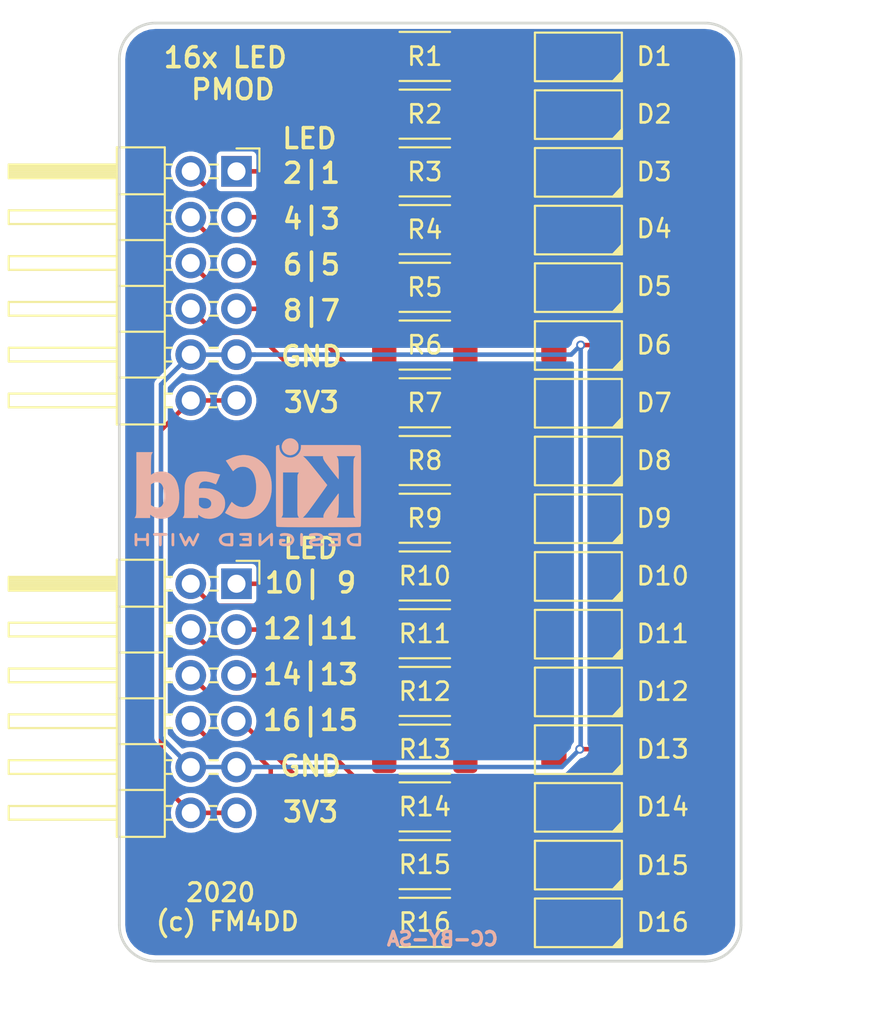
<source format=kicad_pcb>
(kicad_pcb (version 20171130) (host pcbnew "(5.1.4)-1")

  (general
    (thickness 0.8)
    (drawings 27)
    (tracks 118)
    (zones 0)
    (modules 35)
    (nets 35)
  )

  (page A4)
  (title_block
    (title "FM4DD PMOD 8x 2-Color LED")
    (date 2020-02-06)
    (rev V1.0)
    (comment 3 "License: CC-BY-SA 4.0")
  )

  (layers
    (0 F.Cu signal)
    (31 B.Cu signal)
    (33 F.Adhes user)
    (34 B.Paste user)
    (35 F.Paste user)
    (36 B.SilkS user)
    (37 F.SilkS user)
    (38 B.Mask user)
    (39 F.Mask user)
    (40 Dwgs.User user)
    (44 Edge.Cuts user)
    (45 Margin user)
    (46 B.CrtYd user)
    (47 F.CrtYd user)
    (48 B.Fab user)
    (49 F.Fab user)
  )

  (setup
    (last_trace_width 0.25)
    (trace_clearance 0.24)
    (zone_clearance 0.25)
    (zone_45_only yes)
    (trace_min 0.2)
    (via_size 0.5)
    (via_drill 0.3)
    (via_min_size 0.5)
    (via_min_drill 0.3)
    (uvia_size 0.3)
    (uvia_drill 0.1)
    (uvias_allowed no)
    (uvia_min_size 0.2)
    (uvia_min_drill 0.1)
    (edge_width 0.15)
    (segment_width 0.15)
    (pcb_text_width 0.3)
    (pcb_text_size 1.5 1.5)
    (mod_edge_width 0.15)
    (mod_text_size 1 1)
    (mod_text_width 0.15)
    (pad_size 1 1.5)
    (pad_drill 0.7)
    (pad_to_mask_clearance 0.05)
    (aux_axis_origin 0 0)
    (grid_origin 44 44)
    (visible_elements 7FFFFFFF)
    (pcbplotparams
      (layerselection 0x010fc_ffffffff)
      (usegerberextensions true)
      (usegerberattributes false)
      (usegerberadvancedattributes false)
      (creategerberjobfile false)
      (excludeedgelayer true)
      (linewidth 0.300000)
      (plotframeref false)
      (viasonmask false)
      (mode 1)
      (useauxorigin false)
      (hpglpennumber 1)
      (hpglpenspeed 20)
      (hpglpendiameter 15.000000)
      (psnegative false)
      (psa4output false)
      (plotreference true)
      (plotvalue true)
      (plotinvisibletext false)
      (padsonsilk false)
      (subtractmaskfromsilk true)
      (outputformat 1)
      (mirror false)
      (drillshape 0)
      (scaleselection 1)
      (outputdirectory "../20200214-pmod-16led-gerber-v10/"))
  )

  (net 0 "")
  (net 1 GND)
  (net 2 +3V3)
  (net 3 "Net-(D1-Pad2)")
  (net 4 "Net-(D2-Pad2)")
  (net 5 "Net-(D3-Pad2)")
  (net 6 "Net-(D4-Pad2)")
  (net 7 "Net-(D5-Pad2)")
  (net 8 "Net-(D6-Pad2)")
  (net 9 "Net-(D7-Pad2)")
  (net 10 "Net-(D8-Pad2)")
  (net 11 "Net-(D9-Pad2)")
  (net 12 "Net-(D10-Pad2)")
  (net 13 "Net-(D11-Pad2)")
  (net 14 "Net-(D12-Pad2)")
  (net 15 "Net-(D13-Pad2)")
  (net 16 "Net-(D14-Pad2)")
  (net 17 "Net-(D15-Pad2)")
  (net 18 "Net-(D16-Pad2)")
  (net 19 /sd4)
  (net 20 /sd8)
  (net 21 /sd3)
  (net 22 /sd7)
  (net 23 /sd6)
  (net 24 /sd1)
  (net 25 /sd5)
  (net 26 /sd13)
  (net 27 /sd9)
  (net 28 /sd14)
  (net 29 /sd10)
  (net 30 /sd15)
  (net 31 /sd11)
  (net 32 /sd16)
  (net 33 /sd12)
  (net 34 /sd2)

  (net_class Default "This is the default net class."
    (clearance 0.24)
    (trace_width 0.25)
    (via_dia 0.5)
    (via_drill 0.3)
    (uvia_dia 0.3)
    (uvia_drill 0.1)
    (add_net +3V3)
    (add_net /sd1)
    (add_net /sd10)
    (add_net /sd11)
    (add_net /sd12)
    (add_net /sd13)
    (add_net /sd14)
    (add_net /sd15)
    (add_net /sd16)
    (add_net /sd2)
    (add_net /sd3)
    (add_net /sd4)
    (add_net /sd5)
    (add_net /sd6)
    (add_net /sd7)
    (add_net /sd8)
    (add_net /sd9)
    (add_net GND)
    (add_net "Net-(D1-Pad2)")
    (add_net "Net-(D10-Pad2)")
    (add_net "Net-(D11-Pad2)")
    (add_net "Net-(D12-Pad2)")
    (add_net "Net-(D13-Pad2)")
    (add_net "Net-(D14-Pad2)")
    (add_net "Net-(D15-Pad2)")
    (add_net "Net-(D16-Pad2)")
    (add_net "Net-(D2-Pad2)")
    (add_net "Net-(D3-Pad2)")
    (add_net "Net-(D4-Pad2)")
    (add_net "Net-(D5-Pad2)")
    (add_net "Net-(D6-Pad2)")
    (add_net "Net-(D7-Pad2)")
    (add_net "Net-(D8-Pad2)")
    (add_net "Net-(D9-Pad2)")
  )

  (module 01_FM4DD:LED_3020Metric_Pad1.42x2.65mm_HandSolder (layer F.Cu) (tedit 5E51141F) (tstamp 5E46E3D1)
    (at 63.1 29.45 180)
    (descr "LED SMD 1210 (3225 Metric), square (rectangular) end terminal, IPC_7351 nominal, (Body size source: http://www.tortai-tech.com/upload/download/2011102023233369053.pdf), generated with kicad-footprint-generator")
    (tags "LED handsolder")
    (path /5E478DDE)
    (attr smd)
    (fp_text reference D4 (at -3 0.05 180) (layer F.SilkS)
      (effects (font (size 1 1) (thickness 0.15)) (justify left))
    )
    (fp_text value LED (at 0 2.28 180) (layer F.Fab)
      (effects (font (size 1 1) (thickness 0.15)))
    )
    (fp_poly (pts (xy -2.2987 -0.8128) (xy -2.2987 -1.3843) (xy -1.7653 -1.3843)) (layer F.SilkS) (width 0.1))
    (fp_line (start 2.54 1.3208) (end 2.54 -1.3716) (layer F.SilkS) (width 0.12))
    (fp_text user %R (at 0 0 180) (layer F.Fab)
      (effects (font (size 0.8 0.8) (thickness 0.12)))
    )
    (fp_line (start 2.54 1.3208) (end -2.286 1.326) (layer F.CrtYd) (width 0.05))
    (fp_line (start 2.54 -1.3716) (end 2.54 1.3208) (layer F.CrtYd) (width 0.05))
    (fp_line (start -2.286 -1.3716) (end 2.54 -1.3716) (layer F.CrtYd) (width 0.05))
    (fp_line (start -2.286 1.326) (end -2.286 -1.3716) (layer F.CrtYd) (width 0.05))
    (fp_line (start -2.286 1.3208) (end 2.54 1.3208) (layer F.SilkS) (width 0.12))
    (fp_line (start -2.286 -0.8128) (end -2.286 1.3208) (layer F.SilkS) (width 0.12))
    (fp_line (start 2.54 -1.3716) (end -1.778 -1.3716) (layer F.SilkS) (width 0.12))
    (fp_line (start 1.5 1) (end 1.5 -1) (layer F.Fab) (width 0.1))
    (fp_line (start -1.5 1) (end 1.5 1) (layer F.Fab) (width 0.1))
    (fp_line (start -1.5 -0.425) (end -1.5 1) (layer F.Fab) (width 0.1))
    (fp_line (start -0.975 -1) (end -1.5 -0.425) (layer F.Fab) (width 0.1))
    (fp_line (start 1.5 -1) (end -0.975 -1) (layer F.Fab) (width 0.1))
    (pad 2 smd roundrect (at 1.4875 0 180) (size 1.4 2.1) (layers F.Cu F.Paste F.Mask) (roundrect_rratio 0.175)
      (net 6 "Net-(D4-Pad2)"))
    (pad 1 smd roundrect (at -1.2875 0 180) (size 1.4 2.1) (layers F.Cu F.Paste F.Mask) (roundrect_rratio 0.175)
      (net 1 GND))
    (model ${KISYS3DMOD}/LED_SMD.3dshapes/LED_1210_3225Metric.wrl
      (at (xyz 0 0 0))
      (scale (xyz 1 1 1))
      (rotate (xyz 0 0 0))
    )
  )

  (module 01_FM4DD:LED_3020Metric_Pad1.42x2.65mm_HandSolder (layer F.Cu) (tedit 5E51141F) (tstamp 5E46E40A)
    (at 63.1 39.05 180)
    (descr "LED SMD 1210 (3225 Metric), square (rectangular) end terminal, IPC_7351 nominal, (Body size source: http://www.tortai-tech.com/upload/download/2011102023233369053.pdf), generated with kicad-footprint-generator")
    (tags "LED handsolder")
    (path /5E479862)
    (attr smd)
    (fp_text reference D7 (at -3 0) (layer F.SilkS)
      (effects (font (size 1 1) (thickness 0.15)) (justify left))
    )
    (fp_text value LED (at 0 2.28) (layer F.Fab)
      (effects (font (size 1 1) (thickness 0.15)))
    )
    (fp_poly (pts (xy -2.2987 -0.8128) (xy -2.2987 -1.3843) (xy -1.7653 -1.3843)) (layer F.SilkS) (width 0.1))
    (fp_line (start 2.54 1.3208) (end 2.54 -1.3716) (layer F.SilkS) (width 0.12))
    (fp_text user %R (at 0 0) (layer F.Fab)
      (effects (font (size 0.8 0.8) (thickness 0.12)))
    )
    (fp_line (start 2.54 1.3208) (end -2.286 1.326) (layer F.CrtYd) (width 0.05))
    (fp_line (start 2.54 -1.3716) (end 2.54 1.3208) (layer F.CrtYd) (width 0.05))
    (fp_line (start -2.286 -1.3716) (end 2.54 -1.3716) (layer F.CrtYd) (width 0.05))
    (fp_line (start -2.286 1.326) (end -2.286 -1.3716) (layer F.CrtYd) (width 0.05))
    (fp_line (start -2.286 1.3208) (end 2.54 1.3208) (layer F.SilkS) (width 0.12))
    (fp_line (start -2.286 -0.8128) (end -2.286 1.3208) (layer F.SilkS) (width 0.12))
    (fp_line (start 2.54 -1.3716) (end -1.778 -1.3716) (layer F.SilkS) (width 0.12))
    (fp_line (start 1.5 1) (end 1.5 -1) (layer F.Fab) (width 0.1))
    (fp_line (start -1.5 1) (end 1.5 1) (layer F.Fab) (width 0.1))
    (fp_line (start -1.5 -0.425) (end -1.5 1) (layer F.Fab) (width 0.1))
    (fp_line (start -0.975 -1) (end -1.5 -0.425) (layer F.Fab) (width 0.1))
    (fp_line (start 1.5 -1) (end -0.975 -1) (layer F.Fab) (width 0.1))
    (pad 2 smd roundrect (at 1.4875 0 180) (size 1.4 2.1) (layers F.Cu F.Paste F.Mask) (roundrect_rratio 0.175)
      (net 9 "Net-(D7-Pad2)"))
    (pad 1 smd roundrect (at -1.2875 0 180) (size 1.4 2.1) (layers F.Cu F.Paste F.Mask) (roundrect_rratio 0.175)
      (net 1 GND))
    (model ${KISYS3DMOD}/LED_SMD.3dshapes/LED_1210_3225Metric.wrl
      (at (xyz 0 0 0))
      (scale (xyz 1 1 1))
      (rotate (xyz 0 0 0))
    )
  )

  (module 01_FM4DD:LED_3020Metric_Pad1.42x2.65mm_HandSolder (layer F.Cu) (tedit 5E51141F) (tstamp 5E46E41D)
    (at 63.1 42.25 180)
    (descr "LED SMD 1210 (3225 Metric), square (rectangular) end terminal, IPC_7351 nominal, (Body size source: http://www.tortai-tech.com/upload/download/2011102023233369053.pdf), generated with kicad-footprint-generator")
    (tags "LED handsolder")
    (path /5E479C4E)
    (attr smd)
    (fp_text reference D8 (at -3 0) (layer F.SilkS)
      (effects (font (size 1 1) (thickness 0.15)) (justify left))
    )
    (fp_text value LED (at 0 2.28) (layer F.Fab)
      (effects (font (size 1 1) (thickness 0.15)))
    )
    (fp_poly (pts (xy -2.2987 -0.8128) (xy -2.2987 -1.3843) (xy -1.7653 -1.3843)) (layer F.SilkS) (width 0.1))
    (fp_line (start 2.54 1.3208) (end 2.54 -1.3716) (layer F.SilkS) (width 0.12))
    (fp_text user %R (at 0 0) (layer F.Fab)
      (effects (font (size 0.8 0.8) (thickness 0.12)))
    )
    (fp_line (start 2.54 1.3208) (end -2.286 1.326) (layer F.CrtYd) (width 0.05))
    (fp_line (start 2.54 -1.3716) (end 2.54 1.3208) (layer F.CrtYd) (width 0.05))
    (fp_line (start -2.286 -1.3716) (end 2.54 -1.3716) (layer F.CrtYd) (width 0.05))
    (fp_line (start -2.286 1.326) (end -2.286 -1.3716) (layer F.CrtYd) (width 0.05))
    (fp_line (start -2.286 1.3208) (end 2.54 1.3208) (layer F.SilkS) (width 0.12))
    (fp_line (start -2.286 -0.8128) (end -2.286 1.3208) (layer F.SilkS) (width 0.12))
    (fp_line (start 2.54 -1.3716) (end -1.778 -1.3716) (layer F.SilkS) (width 0.12))
    (fp_line (start 1.5 1) (end 1.5 -1) (layer F.Fab) (width 0.1))
    (fp_line (start -1.5 1) (end 1.5 1) (layer F.Fab) (width 0.1))
    (fp_line (start -1.5 -0.425) (end -1.5 1) (layer F.Fab) (width 0.1))
    (fp_line (start -0.975 -1) (end -1.5 -0.425) (layer F.Fab) (width 0.1))
    (fp_line (start 1.5 -1) (end -0.975 -1) (layer F.Fab) (width 0.1))
    (pad 2 smd roundrect (at 1.4875 0 180) (size 1.4 2.1) (layers F.Cu F.Paste F.Mask) (roundrect_rratio 0.175)
      (net 10 "Net-(D8-Pad2)"))
    (pad 1 smd roundrect (at -1.2875 0 180) (size 1.4 2.1) (layers F.Cu F.Paste F.Mask) (roundrect_rratio 0.175)
      (net 1 GND))
    (model ${KISYS3DMOD}/LED_SMD.3dshapes/LED_1210_3225Metric.wrl
      (at (xyz 0 0 0))
      (scale (xyz 1 1 1))
      (rotate (xyz 0 0 0))
    )
  )

  (module 01_FM4DD:LED_3020Metric_Pad1.42x2.65mm_HandSolder (layer F.Cu) (tedit 5E51141F) (tstamp 5E46E4A2)
    (at 63.1 64.65 180)
    (descr "LED SMD 1210 (3225 Metric), square (rectangular) end terminal, IPC_7351 nominal, (Body size source: http://www.tortai-tech.com/upload/download/2011102023233369053.pdf), generated with kicad-footprint-generator")
    (tags "LED handsolder")
    (path /5E47B358)
    (attr smd)
    (fp_text reference D15 (at -3 -0.05) (layer F.SilkS)
      (effects (font (size 1 1) (thickness 0.15)) (justify left))
    )
    (fp_text value LED (at 0 2.28) (layer F.Fab)
      (effects (font (size 1 1) (thickness 0.15)))
    )
    (fp_poly (pts (xy -2.2987 -0.8128) (xy -2.2987 -1.3843) (xy -1.7653 -1.3843)) (layer F.SilkS) (width 0.1))
    (fp_line (start 2.54 1.3208) (end 2.54 -1.3716) (layer F.SilkS) (width 0.12))
    (fp_text user %R (at 0 0) (layer F.Fab)
      (effects (font (size 0.8 0.8) (thickness 0.12)))
    )
    (fp_line (start 2.54 1.3208) (end -2.286 1.326) (layer F.CrtYd) (width 0.05))
    (fp_line (start 2.54 -1.3716) (end 2.54 1.3208) (layer F.CrtYd) (width 0.05))
    (fp_line (start -2.286 -1.3716) (end 2.54 -1.3716) (layer F.CrtYd) (width 0.05))
    (fp_line (start -2.286 1.326) (end -2.286 -1.3716) (layer F.CrtYd) (width 0.05))
    (fp_line (start -2.286 1.3208) (end 2.54 1.3208) (layer F.SilkS) (width 0.12))
    (fp_line (start -2.286 -0.8128) (end -2.286 1.3208) (layer F.SilkS) (width 0.12))
    (fp_line (start 2.54 -1.3716) (end -1.778 -1.3716) (layer F.SilkS) (width 0.12))
    (fp_line (start 1.5 1) (end 1.5 -1) (layer F.Fab) (width 0.1))
    (fp_line (start -1.5 1) (end 1.5 1) (layer F.Fab) (width 0.1))
    (fp_line (start -1.5 -0.425) (end -1.5 1) (layer F.Fab) (width 0.1))
    (fp_line (start -0.975 -1) (end -1.5 -0.425) (layer F.Fab) (width 0.1))
    (fp_line (start 1.5 -1) (end -0.975 -1) (layer F.Fab) (width 0.1))
    (pad 2 smd roundrect (at 1.4875 0 180) (size 1.4 2.1) (layers F.Cu F.Paste F.Mask) (roundrect_rratio 0.175)
      (net 17 "Net-(D15-Pad2)"))
    (pad 1 smd roundrect (at -1.2875 0 180) (size 1.4 2.1) (layers F.Cu F.Paste F.Mask) (roundrect_rratio 0.175)
      (net 1 GND))
    (model ${KISYS3DMOD}/LED_SMD.3dshapes/LED_1210_3225Metric.wrl
      (at (xyz 0 0 0))
      (scale (xyz 1 1 1))
      (rotate (xyz 0 0 0))
    )
  )

  (module 01_FM4DD:LED_3020Metric_Pad1.42x2.65mm_HandSolder (layer F.Cu) (tedit 5E51141F) (tstamp 5E46E4B5)
    (at 63.1 67.85 180)
    (descr "LED SMD 1210 (3225 Metric), square (rectangular) end terminal, IPC_7351 nominal, (Body size source: http://www.tortai-tech.com/upload/download/2011102023233369053.pdf), generated with kicad-footprint-generator")
    (tags "LED handsolder")
    (path /5E47B69F)
    (attr smd)
    (fp_text reference D16 (at -3 0) (layer F.SilkS)
      (effects (font (size 1 1) (thickness 0.15)) (justify left))
    )
    (fp_text value LED (at 0 2.28) (layer F.Fab)
      (effects (font (size 1 1) (thickness 0.15)))
    )
    (fp_poly (pts (xy -2.2987 -0.8128) (xy -2.2987 -1.3843) (xy -1.7653 -1.3843)) (layer F.SilkS) (width 0.1))
    (fp_line (start 2.54 1.3208) (end 2.54 -1.3716) (layer F.SilkS) (width 0.12))
    (fp_text user %R (at 0 0) (layer F.Fab)
      (effects (font (size 0.8 0.8) (thickness 0.12)))
    )
    (fp_line (start 2.54 1.3208) (end -2.286 1.326) (layer F.CrtYd) (width 0.05))
    (fp_line (start 2.54 -1.3716) (end 2.54 1.3208) (layer F.CrtYd) (width 0.05))
    (fp_line (start -2.286 -1.3716) (end 2.54 -1.3716) (layer F.CrtYd) (width 0.05))
    (fp_line (start -2.286 1.326) (end -2.286 -1.3716) (layer F.CrtYd) (width 0.05))
    (fp_line (start -2.286 1.3208) (end 2.54 1.3208) (layer F.SilkS) (width 0.12))
    (fp_line (start -2.286 -0.8128) (end -2.286 1.3208) (layer F.SilkS) (width 0.12))
    (fp_line (start 2.54 -1.3716) (end -1.778 -1.3716) (layer F.SilkS) (width 0.12))
    (fp_line (start 1.5 1) (end 1.5 -1) (layer F.Fab) (width 0.1))
    (fp_line (start -1.5 1) (end 1.5 1) (layer F.Fab) (width 0.1))
    (fp_line (start -1.5 -0.425) (end -1.5 1) (layer F.Fab) (width 0.1))
    (fp_line (start -0.975 -1) (end -1.5 -0.425) (layer F.Fab) (width 0.1))
    (fp_line (start 1.5 -1) (end -0.975 -1) (layer F.Fab) (width 0.1))
    (pad 2 smd roundrect (at 1.4875 0 180) (size 1.4 2.1) (layers F.Cu F.Paste F.Mask) (roundrect_rratio 0.175)
      (net 18 "Net-(D16-Pad2)"))
    (pad 1 smd roundrect (at -1.2875 0 180) (size 1.4 2.1) (layers F.Cu F.Paste F.Mask) (roundrect_rratio 0.175)
      (net 1 GND))
    (model ${KISYS3DMOD}/LED_SMD.3dshapes/LED_1210_3225Metric.wrl
      (at (xyz 0 0 0))
      (scale (xyz 1 1 1))
      (rotate (xyz 0 0 0))
    )
  )

  (module 01_FM4DD:LED_3020Metric_Pad1.42x2.65mm_HandSolder (layer F.Cu) (tedit 5E51141F) (tstamp 5E46E48F)
    (at 63.1 61.45 180)
    (descr "LED SMD 1210 (3225 Metric), square (rectangular) end terminal, IPC_7351 nominal, (Body size source: http://www.tortai-tech.com/upload/download/2011102023233369053.pdf), generated with kicad-footprint-generator")
    (tags "LED handsolder")
    (path /5E47AFEB)
    (attr smd)
    (fp_text reference D14 (at -3 0) (layer F.SilkS)
      (effects (font (size 1 1) (thickness 0.15)) (justify left))
    )
    (fp_text value LED (at 0 2.28) (layer F.Fab)
      (effects (font (size 1 1) (thickness 0.15)))
    )
    (fp_poly (pts (xy -2.2987 -0.8128) (xy -2.2987 -1.3843) (xy -1.7653 -1.3843)) (layer F.SilkS) (width 0.1))
    (fp_line (start 2.54 1.3208) (end 2.54 -1.3716) (layer F.SilkS) (width 0.12))
    (fp_text user %R (at 0 0) (layer F.Fab)
      (effects (font (size 0.8 0.8) (thickness 0.12)))
    )
    (fp_line (start 2.54 1.3208) (end -2.286 1.326) (layer F.CrtYd) (width 0.05))
    (fp_line (start 2.54 -1.3716) (end 2.54 1.3208) (layer F.CrtYd) (width 0.05))
    (fp_line (start -2.286 -1.3716) (end 2.54 -1.3716) (layer F.CrtYd) (width 0.05))
    (fp_line (start -2.286 1.326) (end -2.286 -1.3716) (layer F.CrtYd) (width 0.05))
    (fp_line (start -2.286 1.3208) (end 2.54 1.3208) (layer F.SilkS) (width 0.12))
    (fp_line (start -2.286 -0.8128) (end -2.286 1.3208) (layer F.SilkS) (width 0.12))
    (fp_line (start 2.54 -1.3716) (end -1.778 -1.3716) (layer F.SilkS) (width 0.12))
    (fp_line (start 1.5 1) (end 1.5 -1) (layer F.Fab) (width 0.1))
    (fp_line (start -1.5 1) (end 1.5 1) (layer F.Fab) (width 0.1))
    (fp_line (start -1.5 -0.425) (end -1.5 1) (layer F.Fab) (width 0.1))
    (fp_line (start -0.975 -1) (end -1.5 -0.425) (layer F.Fab) (width 0.1))
    (fp_line (start 1.5 -1) (end -0.975 -1) (layer F.Fab) (width 0.1))
    (pad 2 smd roundrect (at 1.4875 0 180) (size 1.4 2.1) (layers F.Cu F.Paste F.Mask) (roundrect_rratio 0.175)
      (net 16 "Net-(D14-Pad2)"))
    (pad 1 smd roundrect (at -1.2875 0 180) (size 1.4 2.1) (layers F.Cu F.Paste F.Mask) (roundrect_rratio 0.175)
      (net 1 GND))
    (model ${KISYS3DMOD}/LED_SMD.3dshapes/LED_1210_3225Metric.wrl
      (at (xyz 0 0 0))
      (scale (xyz 1 1 1))
      (rotate (xyz 0 0 0))
    )
  )

  (module 01_FM4DD:LED_3020Metric_Pad1.42x2.65mm_HandSolder (layer F.Cu) (tedit 5E51141F) (tstamp 5E46E47C)
    (at 63.1 58.25 180)
    (descr "LED SMD 1210 (3225 Metric), square (rectangular) end terminal, IPC_7351 nominal, (Body size source: http://www.tortai-tech.com/upload/download/2011102023233369053.pdf), generated with kicad-footprint-generator")
    (tags "LED handsolder")
    (path /5E47AC82)
    (attr smd)
    (fp_text reference D13 (at -3 0) (layer F.SilkS)
      (effects (font (size 1 1) (thickness 0.15)) (justify left))
    )
    (fp_text value LED (at 0 2.28) (layer F.Fab)
      (effects (font (size 1 1) (thickness 0.15)))
    )
    (fp_poly (pts (xy -2.2987 -0.8128) (xy -2.2987 -1.3843) (xy -1.7653 -1.3843)) (layer F.SilkS) (width 0.1))
    (fp_line (start 2.54 1.3208) (end 2.54 -1.3716) (layer F.SilkS) (width 0.12))
    (fp_text user %R (at 0 0) (layer F.Fab)
      (effects (font (size 0.8 0.8) (thickness 0.12)))
    )
    (fp_line (start 2.54 1.3208) (end -2.286 1.326) (layer F.CrtYd) (width 0.05))
    (fp_line (start 2.54 -1.3716) (end 2.54 1.3208) (layer F.CrtYd) (width 0.05))
    (fp_line (start -2.286 -1.3716) (end 2.54 -1.3716) (layer F.CrtYd) (width 0.05))
    (fp_line (start -2.286 1.326) (end -2.286 -1.3716) (layer F.CrtYd) (width 0.05))
    (fp_line (start -2.286 1.3208) (end 2.54 1.3208) (layer F.SilkS) (width 0.12))
    (fp_line (start -2.286 -0.8128) (end -2.286 1.3208) (layer F.SilkS) (width 0.12))
    (fp_line (start 2.54 -1.3716) (end -1.778 -1.3716) (layer F.SilkS) (width 0.12))
    (fp_line (start 1.5 1) (end 1.5 -1) (layer F.Fab) (width 0.1))
    (fp_line (start -1.5 1) (end 1.5 1) (layer F.Fab) (width 0.1))
    (fp_line (start -1.5 -0.425) (end -1.5 1) (layer F.Fab) (width 0.1))
    (fp_line (start -0.975 -1) (end -1.5 -0.425) (layer F.Fab) (width 0.1))
    (fp_line (start 1.5 -1) (end -0.975 -1) (layer F.Fab) (width 0.1))
    (pad 2 smd roundrect (at 1.4875 0 180) (size 1.4 2.1) (layers F.Cu F.Paste F.Mask) (roundrect_rratio 0.175)
      (net 15 "Net-(D13-Pad2)"))
    (pad 1 smd roundrect (at -1.2875 0 180) (size 1.4 2.1) (layers F.Cu F.Paste F.Mask) (roundrect_rratio 0.175)
      (net 1 GND))
    (model ${KISYS3DMOD}/LED_SMD.3dshapes/LED_1210_3225Metric.wrl
      (at (xyz 0 0 0))
      (scale (xyz 1 1 1))
      (rotate (xyz 0 0 0))
    )
  )

  (module 01_FM4DD:LED_3020Metric_Pad1.42x2.65mm_HandSolder (layer F.Cu) (tedit 5E51141F) (tstamp 5E46E456)
    (at 63.1 51.85 180)
    (descr "LED SMD 1210 (3225 Metric), square (rectangular) end terminal, IPC_7351 nominal, (Body size source: http://www.tortai-tech.com/upload/download/2011102023233369053.pdf), generated with kicad-footprint-generator")
    (tags "LED handsolder")
    (path /5E47A5D7)
    (attr smd)
    (fp_text reference D11 (at -3 0) (layer F.SilkS)
      (effects (font (size 1 1) (thickness 0.15)) (justify left))
    )
    (fp_text value LED (at 0 2.28) (layer F.Fab)
      (effects (font (size 1 1) (thickness 0.15)))
    )
    (fp_poly (pts (xy -2.2987 -0.8128) (xy -2.2987 -1.3843) (xy -1.7653 -1.3843)) (layer F.SilkS) (width 0.1))
    (fp_line (start 2.54 1.3208) (end 2.54 -1.3716) (layer F.SilkS) (width 0.12))
    (fp_text user %R (at 0 0) (layer F.Fab)
      (effects (font (size 0.8 0.8) (thickness 0.12)))
    )
    (fp_line (start 2.54 1.3208) (end -2.286 1.326) (layer F.CrtYd) (width 0.05))
    (fp_line (start 2.54 -1.3716) (end 2.54 1.3208) (layer F.CrtYd) (width 0.05))
    (fp_line (start -2.286 -1.3716) (end 2.54 -1.3716) (layer F.CrtYd) (width 0.05))
    (fp_line (start -2.286 1.326) (end -2.286 -1.3716) (layer F.CrtYd) (width 0.05))
    (fp_line (start -2.286 1.3208) (end 2.54 1.3208) (layer F.SilkS) (width 0.12))
    (fp_line (start -2.286 -0.8128) (end -2.286 1.3208) (layer F.SilkS) (width 0.12))
    (fp_line (start 2.54 -1.3716) (end -1.778 -1.3716) (layer F.SilkS) (width 0.12))
    (fp_line (start 1.5 1) (end 1.5 -1) (layer F.Fab) (width 0.1))
    (fp_line (start -1.5 1) (end 1.5 1) (layer F.Fab) (width 0.1))
    (fp_line (start -1.5 -0.425) (end -1.5 1) (layer F.Fab) (width 0.1))
    (fp_line (start -0.975 -1) (end -1.5 -0.425) (layer F.Fab) (width 0.1))
    (fp_line (start 1.5 -1) (end -0.975 -1) (layer F.Fab) (width 0.1))
    (pad 2 smd roundrect (at 1.4875 0 180) (size 1.4 2.1) (layers F.Cu F.Paste F.Mask) (roundrect_rratio 0.175)
      (net 13 "Net-(D11-Pad2)"))
    (pad 1 smd roundrect (at -1.2875 0 180) (size 1.4 2.1) (layers F.Cu F.Paste F.Mask) (roundrect_rratio 0.175)
      (net 1 GND))
    (model ${KISYS3DMOD}/LED_SMD.3dshapes/LED_1210_3225Metric.wrl
      (at (xyz 0 0 0))
      (scale (xyz 1 1 1))
      (rotate (xyz 0 0 0))
    )
  )

  (module 01_FM4DD:LED_3020Metric_Pad1.42x2.65mm_HandSolder (layer F.Cu) (tedit 5E51141F) (tstamp 5E46E469)
    (at 63.1 55.05 180)
    (descr "LED SMD 1210 (3225 Metric), square (rectangular) end terminal, IPC_7351 nominal, (Body size source: http://www.tortai-tech.com/upload/download/2011102023233369053.pdf), generated with kicad-footprint-generator")
    (tags "LED handsolder")
    (path /5E47A8DE)
    (attr smd)
    (fp_text reference D12 (at -3 0) (layer F.SilkS)
      (effects (font (size 1 1) (thickness 0.15)) (justify left))
    )
    (fp_text value LED (at 0 2.28) (layer F.Fab)
      (effects (font (size 1 1) (thickness 0.15)))
    )
    (fp_poly (pts (xy -2.2987 -0.8128) (xy -2.2987 -1.3843) (xy -1.7653 -1.3843)) (layer F.SilkS) (width 0.1))
    (fp_line (start 2.54 1.3208) (end 2.54 -1.3716) (layer F.SilkS) (width 0.12))
    (fp_text user %R (at 0 0) (layer F.Fab)
      (effects (font (size 0.8 0.8) (thickness 0.12)))
    )
    (fp_line (start 2.54 1.3208) (end -2.286 1.326) (layer F.CrtYd) (width 0.05))
    (fp_line (start 2.54 -1.3716) (end 2.54 1.3208) (layer F.CrtYd) (width 0.05))
    (fp_line (start -2.286 -1.3716) (end 2.54 -1.3716) (layer F.CrtYd) (width 0.05))
    (fp_line (start -2.286 1.326) (end -2.286 -1.3716) (layer F.CrtYd) (width 0.05))
    (fp_line (start -2.286 1.3208) (end 2.54 1.3208) (layer F.SilkS) (width 0.12))
    (fp_line (start -2.286 -0.8128) (end -2.286 1.3208) (layer F.SilkS) (width 0.12))
    (fp_line (start 2.54 -1.3716) (end -1.778 -1.3716) (layer F.SilkS) (width 0.12))
    (fp_line (start 1.5 1) (end 1.5 -1) (layer F.Fab) (width 0.1))
    (fp_line (start -1.5 1) (end 1.5 1) (layer F.Fab) (width 0.1))
    (fp_line (start -1.5 -0.425) (end -1.5 1) (layer F.Fab) (width 0.1))
    (fp_line (start -0.975 -1) (end -1.5 -0.425) (layer F.Fab) (width 0.1))
    (fp_line (start 1.5 -1) (end -0.975 -1) (layer F.Fab) (width 0.1))
    (pad 2 smd roundrect (at 1.4875 0 180) (size 1.4 2.1) (layers F.Cu F.Paste F.Mask) (roundrect_rratio 0.175)
      (net 14 "Net-(D12-Pad2)"))
    (pad 1 smd roundrect (at -1.2875 0 180) (size 1.4 2.1) (layers F.Cu F.Paste F.Mask) (roundrect_rratio 0.175)
      (net 1 GND))
    (model ${KISYS3DMOD}/LED_SMD.3dshapes/LED_1210_3225Metric.wrl
      (at (xyz 0 0 0))
      (scale (xyz 1 1 1))
      (rotate (xyz 0 0 0))
    )
  )

  (module 01_FM4DD:LED_3020Metric_Pad1.42x2.65mm_HandSolder (layer F.Cu) (tedit 5E51141F) (tstamp 5E46E430)
    (at 63.1 45.45 180)
    (descr "LED SMD 1210 (3225 Metric), square (rectangular) end terminal, IPC_7351 nominal, (Body size source: http://www.tortai-tech.com/upload/download/2011102023233369053.pdf), generated with kicad-footprint-generator")
    (tags "LED handsolder")
    (path /5E479EFF)
    (attr smd)
    (fp_text reference D9 (at -3 0) (layer F.SilkS)
      (effects (font (size 1 1) (thickness 0.15)) (justify left))
    )
    (fp_text value LED (at 0 2.28) (layer F.Fab)
      (effects (font (size 1 1) (thickness 0.15)))
    )
    (fp_poly (pts (xy -2.2987 -0.8128) (xy -2.2987 -1.3843) (xy -1.7653 -1.3843)) (layer F.SilkS) (width 0.1))
    (fp_line (start 2.54 1.3208) (end 2.54 -1.3716) (layer F.SilkS) (width 0.12))
    (fp_text user %R (at 0 0) (layer F.Fab)
      (effects (font (size 0.8 0.8) (thickness 0.12)))
    )
    (fp_line (start 2.54 1.3208) (end -2.286 1.326) (layer F.CrtYd) (width 0.05))
    (fp_line (start 2.54 -1.3716) (end 2.54 1.3208) (layer F.CrtYd) (width 0.05))
    (fp_line (start -2.286 -1.3716) (end 2.54 -1.3716) (layer F.CrtYd) (width 0.05))
    (fp_line (start -2.286 1.326) (end -2.286 -1.3716) (layer F.CrtYd) (width 0.05))
    (fp_line (start -2.286 1.3208) (end 2.54 1.3208) (layer F.SilkS) (width 0.12))
    (fp_line (start -2.286 -0.8128) (end -2.286 1.3208) (layer F.SilkS) (width 0.12))
    (fp_line (start 2.54 -1.3716) (end -1.778 -1.3716) (layer F.SilkS) (width 0.12))
    (fp_line (start 1.5 1) (end 1.5 -1) (layer F.Fab) (width 0.1))
    (fp_line (start -1.5 1) (end 1.5 1) (layer F.Fab) (width 0.1))
    (fp_line (start -1.5 -0.425) (end -1.5 1) (layer F.Fab) (width 0.1))
    (fp_line (start -0.975 -1) (end -1.5 -0.425) (layer F.Fab) (width 0.1))
    (fp_line (start 1.5 -1) (end -0.975 -1) (layer F.Fab) (width 0.1))
    (pad 2 smd roundrect (at 1.4875 0 180) (size 1.4 2.1) (layers F.Cu F.Paste F.Mask) (roundrect_rratio 0.175)
      (net 11 "Net-(D9-Pad2)"))
    (pad 1 smd roundrect (at -1.2875 0 180) (size 1.4 2.1) (layers F.Cu F.Paste F.Mask) (roundrect_rratio 0.175)
      (net 1 GND))
    (model ${KISYS3DMOD}/LED_SMD.3dshapes/LED_1210_3225Metric.wrl
      (at (xyz 0 0 0))
      (scale (xyz 1 1 1))
      (rotate (xyz 0 0 0))
    )
  )

  (module 01_FM4DD:LED_3020Metric_Pad1.42x2.65mm_HandSolder (layer F.Cu) (tedit 5E51141F) (tstamp 5E46E443)
    (at 63.1 48.65 180)
    (descr "LED SMD 1210 (3225 Metric), square (rectangular) end terminal, IPC_7351 nominal, (Body size source: http://www.tortai-tech.com/upload/download/2011102023233369053.pdf), generated with kicad-footprint-generator")
    (tags "LED handsolder")
    (path /5E47A1D6)
    (attr smd)
    (fp_text reference D10 (at -3 0) (layer F.SilkS)
      (effects (font (size 1 1) (thickness 0.15)) (justify left))
    )
    (fp_text value LED (at 0 2.28) (layer F.Fab)
      (effects (font (size 1 1) (thickness 0.15)))
    )
    (fp_poly (pts (xy -2.2987 -0.8128) (xy -2.2987 -1.3843) (xy -1.7653 -1.3843)) (layer F.SilkS) (width 0.1))
    (fp_line (start 2.54 1.3208) (end 2.54 -1.3716) (layer F.SilkS) (width 0.12))
    (fp_text user %R (at 0 0) (layer F.Fab)
      (effects (font (size 0.8 0.8) (thickness 0.12)))
    )
    (fp_line (start 2.54 1.3208) (end -2.286 1.326) (layer F.CrtYd) (width 0.05))
    (fp_line (start 2.54 -1.3716) (end 2.54 1.3208) (layer F.CrtYd) (width 0.05))
    (fp_line (start -2.286 -1.3716) (end 2.54 -1.3716) (layer F.CrtYd) (width 0.05))
    (fp_line (start -2.286 1.326) (end -2.286 -1.3716) (layer F.CrtYd) (width 0.05))
    (fp_line (start -2.286 1.3208) (end 2.54 1.3208) (layer F.SilkS) (width 0.12))
    (fp_line (start -2.286 -0.8128) (end -2.286 1.3208) (layer F.SilkS) (width 0.12))
    (fp_line (start 2.54 -1.3716) (end -1.778 -1.3716) (layer F.SilkS) (width 0.12))
    (fp_line (start 1.5 1) (end 1.5 -1) (layer F.Fab) (width 0.1))
    (fp_line (start -1.5 1) (end 1.5 1) (layer F.Fab) (width 0.1))
    (fp_line (start -1.5 -0.425) (end -1.5 1) (layer F.Fab) (width 0.1))
    (fp_line (start -0.975 -1) (end -1.5 -0.425) (layer F.Fab) (width 0.1))
    (fp_line (start 1.5 -1) (end -0.975 -1) (layer F.Fab) (width 0.1))
    (pad 2 smd roundrect (at 1.4875 0 180) (size 1.4 2.1) (layers F.Cu F.Paste F.Mask) (roundrect_rratio 0.175)
      (net 12 "Net-(D10-Pad2)"))
    (pad 1 smd roundrect (at -1.2875 0 180) (size 1.4 2.1) (layers F.Cu F.Paste F.Mask) (roundrect_rratio 0.175)
      (net 1 GND))
    (model ${KISYS3DMOD}/LED_SMD.3dshapes/LED_1210_3225Metric.wrl
      (at (xyz 0 0 0))
      (scale (xyz 1 1 1))
      (rotate (xyz 0 0 0))
    )
  )

  (module 01_FM4DD:LED_3020Metric_Pad1.42x2.65mm_HandSolder (layer F.Cu) (tedit 5E51141F) (tstamp 5E47BEE8)
    (at 63.1 35.85 180)
    (descr "LED SMD 1210 (3225 Metric), square (rectangular) end terminal, IPC_7351 nominal, (Body size source: http://www.tortai-tech.com/upload/download/2011102023233369053.pdf), generated with kicad-footprint-generator")
    (tags "LED handsolder")
    (path /5E4794D7)
    (attr smd)
    (fp_text reference D6 (at -3 0) (layer F.SilkS)
      (effects (font (size 1 1) (thickness 0.15)) (justify left))
    )
    (fp_text value LED (at 0 2.28) (layer F.Fab)
      (effects (font (size 1 1) (thickness 0.15)))
    )
    (fp_poly (pts (xy -2.2987 -0.8128) (xy -2.2987 -1.3843) (xy -1.7653 -1.3843)) (layer F.SilkS) (width 0.1))
    (fp_line (start 2.54 1.3208) (end 2.54 -1.3716) (layer F.SilkS) (width 0.12))
    (fp_text user %R (at 0 0) (layer F.Fab)
      (effects (font (size 0.8 0.8) (thickness 0.12)))
    )
    (fp_line (start 2.54 1.3208) (end -2.286 1.326) (layer F.CrtYd) (width 0.05))
    (fp_line (start 2.54 -1.3716) (end 2.54 1.3208) (layer F.CrtYd) (width 0.05))
    (fp_line (start -2.286 -1.3716) (end 2.54 -1.3716) (layer F.CrtYd) (width 0.05))
    (fp_line (start -2.286 1.326) (end -2.286 -1.3716) (layer F.CrtYd) (width 0.05))
    (fp_line (start -2.286 1.3208) (end 2.54 1.3208) (layer F.SilkS) (width 0.12))
    (fp_line (start -2.286 -0.8128) (end -2.286 1.3208) (layer F.SilkS) (width 0.12))
    (fp_line (start 2.54 -1.3716) (end -1.778 -1.3716) (layer F.SilkS) (width 0.12))
    (fp_line (start 1.5 1) (end 1.5 -1) (layer F.Fab) (width 0.1))
    (fp_line (start -1.5 1) (end 1.5 1) (layer F.Fab) (width 0.1))
    (fp_line (start -1.5 -0.425) (end -1.5 1) (layer F.Fab) (width 0.1))
    (fp_line (start -0.975 -1) (end -1.5 -0.425) (layer F.Fab) (width 0.1))
    (fp_line (start 1.5 -1) (end -0.975 -1) (layer F.Fab) (width 0.1))
    (pad 2 smd roundrect (at 1.4875 0 180) (size 1.4 2.1) (layers F.Cu F.Paste F.Mask) (roundrect_rratio 0.175)
      (net 8 "Net-(D6-Pad2)"))
    (pad 1 smd roundrect (at -1.2875 0 180) (size 1.4 2.1) (layers F.Cu F.Paste F.Mask) (roundrect_rratio 0.175)
      (net 1 GND))
    (model ${KISYS3DMOD}/LED_SMD.3dshapes/LED_1210_3225Metric.wrl
      (at (xyz 0 0 0))
      (scale (xyz 1 1 1))
      (rotate (xyz 0 0 0))
    )
  )

  (module 01_FM4DD:LED_3020Metric_Pad1.42x2.65mm_HandSolder (layer F.Cu) (tedit 5E51141F) (tstamp 5E46E3E4)
    (at 63.1 32.64 180)
    (descr "LED SMD 1210 (3225 Metric), square (rectangular) end terminal, IPC_7351 nominal, (Body size source: http://www.tortai-tech.com/upload/download/2011102023233369053.pdf), generated with kicad-footprint-generator")
    (tags "LED handsolder")
    (path /5E479040)
    (attr smd)
    (fp_text reference D5 (at -3 0.04 180) (layer F.SilkS)
      (effects (font (size 1 1) (thickness 0.15)) (justify left))
    )
    (fp_text value LED (at 0 2.28 180) (layer F.Fab)
      (effects (font (size 1 1) (thickness 0.15)))
    )
    (fp_poly (pts (xy -2.2987 -0.8128) (xy -2.2987 -1.3843) (xy -1.7653 -1.3843)) (layer F.SilkS) (width 0.1))
    (fp_line (start 2.54 1.3208) (end 2.54 -1.3716) (layer F.SilkS) (width 0.12))
    (fp_text user %R (at 0 0 180) (layer F.Fab)
      (effects (font (size 0.8 0.8) (thickness 0.12)))
    )
    (fp_line (start 2.54 1.3208) (end -2.286 1.326) (layer F.CrtYd) (width 0.05))
    (fp_line (start 2.54 -1.3716) (end 2.54 1.3208) (layer F.CrtYd) (width 0.05))
    (fp_line (start -2.286 -1.3716) (end 2.54 -1.3716) (layer F.CrtYd) (width 0.05))
    (fp_line (start -2.286 1.326) (end -2.286 -1.3716) (layer F.CrtYd) (width 0.05))
    (fp_line (start -2.286 1.3208) (end 2.54 1.3208) (layer F.SilkS) (width 0.12))
    (fp_line (start -2.286 -0.8128) (end -2.286 1.3208) (layer F.SilkS) (width 0.12))
    (fp_line (start 2.54 -1.3716) (end -1.778 -1.3716) (layer F.SilkS) (width 0.12))
    (fp_line (start 1.5 1) (end 1.5 -1) (layer F.Fab) (width 0.1))
    (fp_line (start -1.5 1) (end 1.5 1) (layer F.Fab) (width 0.1))
    (fp_line (start -1.5 -0.425) (end -1.5 1) (layer F.Fab) (width 0.1))
    (fp_line (start -0.975 -1) (end -1.5 -0.425) (layer F.Fab) (width 0.1))
    (fp_line (start 1.5 -1) (end -0.975 -1) (layer F.Fab) (width 0.1))
    (pad 2 smd roundrect (at 1.4875 0 180) (size 1.4 2.1) (layers F.Cu F.Paste F.Mask) (roundrect_rratio 0.175)
      (net 7 "Net-(D5-Pad2)"))
    (pad 1 smd roundrect (at -1.2875 0 180) (size 1.4 2.1) (layers F.Cu F.Paste F.Mask) (roundrect_rratio 0.175)
      (net 1 GND))
    (model ${KISYS3DMOD}/LED_SMD.3dshapes/LED_1210_3225Metric.wrl
      (at (xyz 0 0 0))
      (scale (xyz 1 1 1))
      (rotate (xyz 0 0 0))
    )
  )

  (module 01_FM4DD:LED_3020Metric_Pad1.42x2.65mm_HandSolder (layer F.Cu) (tedit 5E51141F) (tstamp 5E46E3BE)
    (at 63.1 26.25 180)
    (descr "LED SMD 1210 (3225 Metric), square (rectangular) end terminal, IPC_7351 nominal, (Body size source: http://www.tortai-tech.com/upload/download/2011102023233369053.pdf), generated with kicad-footprint-generator")
    (tags "LED handsolder")
    (path /5E4789E2)
    (attr smd)
    (fp_text reference D3 (at -3 0 180) (layer F.SilkS)
      (effects (font (size 1 1) (thickness 0.15)) (justify left))
    )
    (fp_text value LED (at 0 2.28 180) (layer F.Fab)
      (effects (font (size 1 1) (thickness 0.15)))
    )
    (fp_poly (pts (xy -2.2987 -0.8128) (xy -2.2987 -1.3843) (xy -1.7653 -1.3843)) (layer F.SilkS) (width 0.1))
    (fp_line (start 2.54 1.3208) (end 2.54 -1.3716) (layer F.SilkS) (width 0.12))
    (fp_text user %R (at 0 0 180) (layer F.Fab)
      (effects (font (size 0.8 0.8) (thickness 0.12)))
    )
    (fp_line (start 2.54 1.3208) (end -2.286 1.326) (layer F.CrtYd) (width 0.05))
    (fp_line (start 2.54 -1.3716) (end 2.54 1.3208) (layer F.CrtYd) (width 0.05))
    (fp_line (start -2.286 -1.3716) (end 2.54 -1.3716) (layer F.CrtYd) (width 0.05))
    (fp_line (start -2.286 1.326) (end -2.286 -1.3716) (layer F.CrtYd) (width 0.05))
    (fp_line (start -2.286 1.3208) (end 2.54 1.3208) (layer F.SilkS) (width 0.12))
    (fp_line (start -2.286 -0.8128) (end -2.286 1.3208) (layer F.SilkS) (width 0.12))
    (fp_line (start 2.54 -1.3716) (end -1.778 -1.3716) (layer F.SilkS) (width 0.12))
    (fp_line (start 1.5 1) (end 1.5 -1) (layer F.Fab) (width 0.1))
    (fp_line (start -1.5 1) (end 1.5 1) (layer F.Fab) (width 0.1))
    (fp_line (start -1.5 -0.425) (end -1.5 1) (layer F.Fab) (width 0.1))
    (fp_line (start -0.975 -1) (end -1.5 -0.425) (layer F.Fab) (width 0.1))
    (fp_line (start 1.5 -1) (end -0.975 -1) (layer F.Fab) (width 0.1))
    (pad 2 smd roundrect (at 1.4875 0 180) (size 1.4 2.1) (layers F.Cu F.Paste F.Mask) (roundrect_rratio 0.175)
      (net 5 "Net-(D3-Pad2)"))
    (pad 1 smd roundrect (at -1.2875 0 180) (size 1.4 2.1) (layers F.Cu F.Paste F.Mask) (roundrect_rratio 0.175)
      (net 1 GND))
    (model ${KISYS3DMOD}/LED_SMD.3dshapes/LED_1210_3225Metric.wrl
      (at (xyz 0 0 0))
      (scale (xyz 1 1 1))
      (rotate (xyz 0 0 0))
    )
  )

  (module 01_FM4DD:LED_3020Metric_Pad1.42x2.65mm_HandSolder (layer F.Cu) (tedit 5E51141F) (tstamp 5E47B49B)
    (at 63.1 23.05 180)
    (descr "LED SMD 1210 (3225 Metric), square (rectangular) end terminal, IPC_7351 nominal, (Body size source: http://www.tortai-tech.com/upload/download/2011102023233369053.pdf), generated with kicad-footprint-generator")
    (tags "LED handsolder")
    (path /5E47851B)
    (attr smd)
    (fp_text reference D2 (at -3 0 180) (layer F.SilkS)
      (effects (font (size 1 1) (thickness 0.15)) (justify left))
    )
    (fp_text value LED (at 0 2.28 180) (layer F.Fab)
      (effects (font (size 1 1) (thickness 0.15)))
    )
    (fp_poly (pts (xy -2.2987 -0.8128) (xy -2.2987 -1.3843) (xy -1.7653 -1.3843)) (layer F.SilkS) (width 0.1))
    (fp_line (start 2.54 1.3208) (end 2.54 -1.3716) (layer F.SilkS) (width 0.12))
    (fp_text user %R (at 0 0 180) (layer F.Fab)
      (effects (font (size 0.8 0.8) (thickness 0.12)))
    )
    (fp_line (start 2.54 1.3208) (end -2.286 1.326) (layer F.CrtYd) (width 0.05))
    (fp_line (start 2.54 -1.3716) (end 2.54 1.3208) (layer F.CrtYd) (width 0.05))
    (fp_line (start -2.286 -1.3716) (end 2.54 -1.3716) (layer F.CrtYd) (width 0.05))
    (fp_line (start -2.286 1.326) (end -2.286 -1.3716) (layer F.CrtYd) (width 0.05))
    (fp_line (start -2.286 1.3208) (end 2.54 1.3208) (layer F.SilkS) (width 0.12))
    (fp_line (start -2.286 -0.8128) (end -2.286 1.3208) (layer F.SilkS) (width 0.12))
    (fp_line (start 2.54 -1.3716) (end -1.778 -1.3716) (layer F.SilkS) (width 0.12))
    (fp_line (start 1.5 1) (end 1.5 -1) (layer F.Fab) (width 0.1))
    (fp_line (start -1.5 1) (end 1.5 1) (layer F.Fab) (width 0.1))
    (fp_line (start -1.5 -0.425) (end -1.5 1) (layer F.Fab) (width 0.1))
    (fp_line (start -0.975 -1) (end -1.5 -0.425) (layer F.Fab) (width 0.1))
    (fp_line (start 1.5 -1) (end -0.975 -1) (layer F.Fab) (width 0.1))
    (pad 2 smd roundrect (at 1.4875 0 180) (size 1.4 2.1) (layers F.Cu F.Paste F.Mask) (roundrect_rratio 0.175)
      (net 4 "Net-(D2-Pad2)"))
    (pad 1 smd roundrect (at -1.2875 0 180) (size 1.4 2.1) (layers F.Cu F.Paste F.Mask) (roundrect_rratio 0.175)
      (net 1 GND))
    (model ${KISYS3DMOD}/LED_SMD.3dshapes/LED_1210_3225Metric.wrl
      (at (xyz 0 0 0))
      (scale (xyz 1 1 1))
      (rotate (xyz 0 0 0))
    )
  )

  (module 01_FM4DD:LED_3020Metric_Pad1.42x2.65mm_HandSolder (layer F.Cu) (tedit 5E51141F) (tstamp 5E47B6D8)
    (at 63.1 19.85 180)
    (descr "LED SMD 1210 (3225 Metric), square (rectangular) end terminal, IPC_7351 nominal, (Body size source: http://www.tortai-tech.com/upload/download/2011102023233369053.pdf), generated with kicad-footprint-generator")
    (tags "LED handsolder")
    (path /5E474566)
    (attr smd)
    (fp_text reference D1 (at -3 0 180) (layer F.SilkS)
      (effects (font (size 1 1) (thickness 0.15)) (justify left))
    )
    (fp_text value LED (at 0 2.28 180) (layer F.Fab)
      (effects (font (size 1 1) (thickness 0.15)))
    )
    (fp_poly (pts (xy -2.2987 -0.8128) (xy -2.2987 -1.3843) (xy -1.7653 -1.3843)) (layer F.SilkS) (width 0.1))
    (fp_line (start 2.54 1.3208) (end 2.54 -1.3716) (layer F.SilkS) (width 0.12))
    (fp_text user %R (at 0 0 180) (layer F.Fab)
      (effects (font (size 0.8 0.8) (thickness 0.12)))
    )
    (fp_line (start 2.54 1.3208) (end -2.286 1.326) (layer F.CrtYd) (width 0.05))
    (fp_line (start 2.54 -1.3716) (end 2.54 1.3208) (layer F.CrtYd) (width 0.05))
    (fp_line (start -2.286 -1.3716) (end 2.54 -1.3716) (layer F.CrtYd) (width 0.05))
    (fp_line (start -2.286 1.326) (end -2.286 -1.3716) (layer F.CrtYd) (width 0.05))
    (fp_line (start -2.286 1.3208) (end 2.54 1.3208) (layer F.SilkS) (width 0.12))
    (fp_line (start -2.286 -0.8128) (end -2.286 1.3208) (layer F.SilkS) (width 0.12))
    (fp_line (start 2.54 -1.3716) (end -1.778 -1.3716) (layer F.SilkS) (width 0.12))
    (fp_line (start 1.5 1) (end 1.5 -1) (layer F.Fab) (width 0.1))
    (fp_line (start -1.5 1) (end 1.5 1) (layer F.Fab) (width 0.1))
    (fp_line (start -1.5 -0.425) (end -1.5 1) (layer F.Fab) (width 0.1))
    (fp_line (start -0.975 -1) (end -1.5 -0.425) (layer F.Fab) (width 0.1))
    (fp_line (start 1.5 -1) (end -0.975 -1) (layer F.Fab) (width 0.1))
    (pad 2 smd roundrect (at 1.4875 0 180) (size 1.4 2.1) (layers F.Cu F.Paste F.Mask) (roundrect_rratio 0.175)
      (net 3 "Net-(D1-Pad2)"))
    (pad 1 smd roundrect (at -1.2875 0 180) (size 1.4 2.1) (layers F.Cu F.Paste F.Mask) (roundrect_rratio 0.175)
      (net 1 GND))
    (model ${KISYS3DMOD}/LED_SMD.3dshapes/LED_1210_3225Metric.wrl
      (at (xyz 0 0 0))
      (scale (xyz 1 1 1))
      (rotate (xyz 0 0 0))
    )
  )

  (module Resistor_SMD:R_2010_5025Metric (layer F.Cu) (tedit 5B301BBD) (tstamp 5E3C0ED2)
    (at 54.45 67.85)
    (descr "Resistor SMD 2010 (5025 Metric), square (rectangular) end terminal, IPC_7351 nominal, (Body size source: http://www.tortai-tech.com/upload/download/2011102023233369053.pdf), generated with kicad-footprint-generator")
    (tags resistor)
    (path /5E3ED112)
    (attr smd)
    (fp_text reference R16 (at 0 0) (layer F.SilkS)
      (effects (font (size 1 1) (thickness 0.15)))
    )
    (fp_text value 330 (at 0 2.28) (layer F.Fab)
      (effects (font (size 1 1) (thickness 0.15)))
    )
    (fp_text user %R (at 0 0) (layer F.Fab)
      (effects (font (size 1 1) (thickness 0.15)))
    )
    (fp_line (start 3.18 1.58) (end -3.18 1.58) (layer F.CrtYd) (width 0.05))
    (fp_line (start 3.18 -1.58) (end 3.18 1.58) (layer F.CrtYd) (width 0.05))
    (fp_line (start -3.18 -1.58) (end 3.18 -1.58) (layer F.CrtYd) (width 0.05))
    (fp_line (start -3.18 1.58) (end -3.18 -1.58) (layer F.CrtYd) (width 0.05))
    (fp_line (start -1.402064 1.36) (end 1.402064 1.36) (layer F.SilkS) (width 0.12))
    (fp_line (start -1.402064 -1.36) (end 1.402064 -1.36) (layer F.SilkS) (width 0.12))
    (fp_line (start 2.5 1.25) (end -2.5 1.25) (layer F.Fab) (width 0.1))
    (fp_line (start 2.5 -1.25) (end 2.5 1.25) (layer F.Fab) (width 0.1))
    (fp_line (start -2.5 -1.25) (end 2.5 -1.25) (layer F.Fab) (width 0.1))
    (fp_line (start -2.5 1.25) (end -2.5 -1.25) (layer F.Fab) (width 0.1))
    (pad 2 smd roundrect (at 2.25 0) (size 1.35 2.65) (layers F.Cu F.Paste F.Mask) (roundrect_rratio 0.185185)
      (net 18 "Net-(D16-Pad2)"))
    (pad 1 smd roundrect (at -2.25 0) (size 1.35 2.65) (layers F.Cu F.Paste F.Mask) (roundrect_rratio 0.185185)
      (net 32 /sd16))
    (model ${KISYS3DMOD}/Resistor_SMD.3dshapes/R_2010_5025Metric.wrl
      (at (xyz 0 0 0))
      (scale (xyz 1 1 1))
      (rotate (xyz 0 0 0))
    )
  )

  (module Resistor_SMD:R_2010_5025Metric (layer F.Cu) (tedit 5B301BBD) (tstamp 5E3C0E86)
    (at 54.45 64.65)
    (descr "Resistor SMD 2010 (5025 Metric), square (rectangular) end terminal, IPC_7351 nominal, (Body size source: http://www.tortai-tech.com/upload/download/2011102023233369053.pdf), generated with kicad-footprint-generator")
    (tags resistor)
    (path /5E3ED100)
    (attr smd)
    (fp_text reference R15 (at 0 0) (layer F.SilkS)
      (effects (font (size 1 1) (thickness 0.15)))
    )
    (fp_text value 330 (at 0 2.28) (layer F.Fab)
      (effects (font (size 1 1) (thickness 0.15)))
    )
    (fp_text user %R (at 0 0) (layer F.Fab)
      (effects (font (size 1 1) (thickness 0.15)))
    )
    (fp_line (start 3.18 1.58) (end -3.18 1.58) (layer F.CrtYd) (width 0.05))
    (fp_line (start 3.18 -1.58) (end 3.18 1.58) (layer F.CrtYd) (width 0.05))
    (fp_line (start -3.18 -1.58) (end 3.18 -1.58) (layer F.CrtYd) (width 0.05))
    (fp_line (start -3.18 1.58) (end -3.18 -1.58) (layer F.CrtYd) (width 0.05))
    (fp_line (start -1.402064 1.36) (end 1.402064 1.36) (layer F.SilkS) (width 0.12))
    (fp_line (start -1.402064 -1.36) (end 1.402064 -1.36) (layer F.SilkS) (width 0.12))
    (fp_line (start 2.5 1.25) (end -2.5 1.25) (layer F.Fab) (width 0.1))
    (fp_line (start 2.5 -1.25) (end 2.5 1.25) (layer F.Fab) (width 0.1))
    (fp_line (start -2.5 -1.25) (end 2.5 -1.25) (layer F.Fab) (width 0.1))
    (fp_line (start -2.5 1.25) (end -2.5 -1.25) (layer F.Fab) (width 0.1))
    (pad 2 smd roundrect (at 2.25 0) (size 1.35 2.65) (layers F.Cu F.Paste F.Mask) (roundrect_rratio 0.185185)
      (net 17 "Net-(D15-Pad2)"))
    (pad 1 smd roundrect (at -2.25 0) (size 1.35 2.65) (layers F.Cu F.Paste F.Mask) (roundrect_rratio 0.185185)
      (net 30 /sd15))
    (model ${KISYS3DMOD}/Resistor_SMD.3dshapes/R_2010_5025Metric.wrl
      (at (xyz 0 0 0))
      (scale (xyz 1 1 1))
      (rotate (xyz 0 0 0))
    )
  )

  (module Resistor_SMD:R_2010_5025Metric (layer F.Cu) (tedit 5B301BBD) (tstamp 5E3EDF9A)
    (at 54.45 61.45)
    (descr "Resistor SMD 2010 (5025 Metric), square (rectangular) end terminal, IPC_7351 nominal, (Body size source: http://www.tortai-tech.com/upload/download/2011102023233369053.pdf), generated with kicad-footprint-generator")
    (tags resistor)
    (path /5E3ED10C)
    (attr smd)
    (fp_text reference R14 (at 0 0) (layer F.SilkS)
      (effects (font (size 1 1) (thickness 0.15)))
    )
    (fp_text value 330 (at 0 2.28) (layer F.Fab)
      (effects (font (size 1 1) (thickness 0.15)))
    )
    (fp_text user %R (at 0 0) (layer F.Fab)
      (effects (font (size 1 1) (thickness 0.15)))
    )
    (fp_line (start 3.18 1.58) (end -3.18 1.58) (layer F.CrtYd) (width 0.05))
    (fp_line (start 3.18 -1.58) (end 3.18 1.58) (layer F.CrtYd) (width 0.05))
    (fp_line (start -3.18 -1.58) (end 3.18 -1.58) (layer F.CrtYd) (width 0.05))
    (fp_line (start -3.18 1.58) (end -3.18 -1.58) (layer F.CrtYd) (width 0.05))
    (fp_line (start -1.402064 1.36) (end 1.402064 1.36) (layer F.SilkS) (width 0.12))
    (fp_line (start -1.402064 -1.36) (end 1.402064 -1.36) (layer F.SilkS) (width 0.12))
    (fp_line (start 2.5 1.25) (end -2.5 1.25) (layer F.Fab) (width 0.1))
    (fp_line (start 2.5 -1.25) (end 2.5 1.25) (layer F.Fab) (width 0.1))
    (fp_line (start -2.5 -1.25) (end 2.5 -1.25) (layer F.Fab) (width 0.1))
    (fp_line (start -2.5 1.25) (end -2.5 -1.25) (layer F.Fab) (width 0.1))
    (pad 2 smd roundrect (at 2.25 0) (size 1.35 2.65) (layers F.Cu F.Paste F.Mask) (roundrect_rratio 0.185185)
      (net 16 "Net-(D14-Pad2)"))
    (pad 1 smd roundrect (at -2.25 0) (size 1.35 2.65) (layers F.Cu F.Paste F.Mask) (roundrect_rratio 0.185185)
      (net 28 /sd14))
    (model ${KISYS3DMOD}/Resistor_SMD.3dshapes/R_2010_5025Metric.wrl
      (at (xyz 0 0 0))
      (scale (xyz 1 1 1))
      (rotate (xyz 0 0 0))
    )
  )

  (module Resistor_SMD:R_2010_5025Metric (layer F.Cu) (tedit 5B301BBD) (tstamp 5E47BDE5)
    (at 54.45 58.25)
    (descr "Resistor SMD 2010 (5025 Metric), square (rectangular) end terminal, IPC_7351 nominal, (Body size source: http://www.tortai-tech.com/upload/download/2011102023233369053.pdf), generated with kicad-footprint-generator")
    (tags resistor)
    (path /5E3ED106)
    (attr smd)
    (fp_text reference R13 (at 0 0) (layer F.SilkS)
      (effects (font (size 1 1) (thickness 0.15)))
    )
    (fp_text value 330 (at 0 2.28) (layer F.Fab)
      (effects (font (size 1 1) (thickness 0.15)))
    )
    (fp_text user %R (at 0 0) (layer F.Fab)
      (effects (font (size 1 1) (thickness 0.15)))
    )
    (fp_line (start 3.18 1.58) (end -3.18 1.58) (layer F.CrtYd) (width 0.05))
    (fp_line (start 3.18 -1.58) (end 3.18 1.58) (layer F.CrtYd) (width 0.05))
    (fp_line (start -3.18 -1.58) (end 3.18 -1.58) (layer F.CrtYd) (width 0.05))
    (fp_line (start -3.18 1.58) (end -3.18 -1.58) (layer F.CrtYd) (width 0.05))
    (fp_line (start -1.402064 1.36) (end 1.402064 1.36) (layer F.SilkS) (width 0.12))
    (fp_line (start -1.402064 -1.36) (end 1.402064 -1.36) (layer F.SilkS) (width 0.12))
    (fp_line (start 2.5 1.25) (end -2.5 1.25) (layer F.Fab) (width 0.1))
    (fp_line (start 2.5 -1.25) (end 2.5 1.25) (layer F.Fab) (width 0.1))
    (fp_line (start -2.5 -1.25) (end 2.5 -1.25) (layer F.Fab) (width 0.1))
    (fp_line (start -2.5 1.25) (end -2.5 -1.25) (layer F.Fab) (width 0.1))
    (pad 2 smd roundrect (at 2.25 0) (size 1.35 2.65) (layers F.Cu F.Paste F.Mask) (roundrect_rratio 0.185185)
      (net 15 "Net-(D13-Pad2)"))
    (pad 1 smd roundrect (at -2.25 0) (size 1.35 2.65) (layers F.Cu F.Paste F.Mask) (roundrect_rratio 0.185185)
      (net 26 /sd13))
    (model ${KISYS3DMOD}/Resistor_SMD.3dshapes/R_2010_5025Metric.wrl
      (at (xyz 0 0 0))
      (scale (xyz 1 1 1))
      (rotate (xyz 0 0 0))
    )
  )

  (module Resistor_SMD:R_2010_5025Metric (layer F.Cu) (tedit 5B301BBD) (tstamp 5E3C0EAC)
    (at 54.45 55.05)
    (descr "Resistor SMD 2010 (5025 Metric), square (rectangular) end terminal, IPC_7351 nominal, (Body size source: http://www.tortai-tech.com/upload/download/2011102023233369053.pdf), generated with kicad-footprint-generator")
    (tags resistor)
    (path /5E3ED0FA)
    (attr smd)
    (fp_text reference R12 (at 0 0) (layer F.SilkS)
      (effects (font (size 1 1) (thickness 0.15)))
    )
    (fp_text value 330 (at 0 2.28) (layer F.Fab)
      (effects (font (size 1 1) (thickness 0.15)))
    )
    (fp_text user %R (at 0 0) (layer F.Fab)
      (effects (font (size 1 1) (thickness 0.15)))
    )
    (fp_line (start 3.18 1.58) (end -3.18 1.58) (layer F.CrtYd) (width 0.05))
    (fp_line (start 3.18 -1.58) (end 3.18 1.58) (layer F.CrtYd) (width 0.05))
    (fp_line (start -3.18 -1.58) (end 3.18 -1.58) (layer F.CrtYd) (width 0.05))
    (fp_line (start -3.18 1.58) (end -3.18 -1.58) (layer F.CrtYd) (width 0.05))
    (fp_line (start -1.402064 1.36) (end 1.402064 1.36) (layer F.SilkS) (width 0.12))
    (fp_line (start -1.402064 -1.36) (end 1.402064 -1.36) (layer F.SilkS) (width 0.12))
    (fp_line (start 2.5 1.25) (end -2.5 1.25) (layer F.Fab) (width 0.1))
    (fp_line (start 2.5 -1.25) (end 2.5 1.25) (layer F.Fab) (width 0.1))
    (fp_line (start -2.5 -1.25) (end 2.5 -1.25) (layer F.Fab) (width 0.1))
    (fp_line (start -2.5 1.25) (end -2.5 -1.25) (layer F.Fab) (width 0.1))
    (pad 2 smd roundrect (at 2.25 0) (size 1.35 2.65) (layers F.Cu F.Paste F.Mask) (roundrect_rratio 0.185185)
      (net 14 "Net-(D12-Pad2)"))
    (pad 1 smd roundrect (at -2.25 0) (size 1.35 2.65) (layers F.Cu F.Paste F.Mask) (roundrect_rratio 0.185185)
      (net 33 /sd12))
    (model ${KISYS3DMOD}/Resistor_SMD.3dshapes/R_2010_5025Metric.wrl
      (at (xyz 0 0 0))
      (scale (xyz 1 1 1))
      (rotate (xyz 0 0 0))
    )
  )

  (module Resistor_SMD:R_2010_5025Metric (layer F.Cu) (tedit 5B301BBD) (tstamp 5E3C0E60)
    (at 54.45 51.85)
    (descr "Resistor SMD 2010 (5025 Metric), square (rectangular) end terminal, IPC_7351 nominal, (Body size source: http://www.tortai-tech.com/upload/download/2011102023233369053.pdf), generated with kicad-footprint-generator")
    (tags resistor)
    (path /5E3ED0F4)
    (attr smd)
    (fp_text reference R11 (at 0 0) (layer F.SilkS)
      (effects (font (size 1 1) (thickness 0.15)))
    )
    (fp_text value 330 (at 0 2.28) (layer F.Fab)
      (effects (font (size 1 1) (thickness 0.15)))
    )
    (fp_text user %R (at 0 0) (layer F.Fab)
      (effects (font (size 1 1) (thickness 0.15)))
    )
    (fp_line (start 3.18 1.58) (end -3.18 1.58) (layer F.CrtYd) (width 0.05))
    (fp_line (start 3.18 -1.58) (end 3.18 1.58) (layer F.CrtYd) (width 0.05))
    (fp_line (start -3.18 -1.58) (end 3.18 -1.58) (layer F.CrtYd) (width 0.05))
    (fp_line (start -3.18 1.58) (end -3.18 -1.58) (layer F.CrtYd) (width 0.05))
    (fp_line (start -1.402064 1.36) (end 1.402064 1.36) (layer F.SilkS) (width 0.12))
    (fp_line (start -1.402064 -1.36) (end 1.402064 -1.36) (layer F.SilkS) (width 0.12))
    (fp_line (start 2.5 1.25) (end -2.5 1.25) (layer F.Fab) (width 0.1))
    (fp_line (start 2.5 -1.25) (end 2.5 1.25) (layer F.Fab) (width 0.1))
    (fp_line (start -2.5 -1.25) (end 2.5 -1.25) (layer F.Fab) (width 0.1))
    (fp_line (start -2.5 1.25) (end -2.5 -1.25) (layer F.Fab) (width 0.1))
    (pad 2 smd roundrect (at 2.25 0) (size 1.35 2.65) (layers F.Cu F.Paste F.Mask) (roundrect_rratio 0.185185)
      (net 13 "Net-(D11-Pad2)"))
    (pad 1 smd roundrect (at -2.25 0) (size 1.35 2.65) (layers F.Cu F.Paste F.Mask) (roundrect_rratio 0.185185)
      (net 31 /sd11))
    (model ${KISYS3DMOD}/Resistor_SMD.3dshapes/R_2010_5025Metric.wrl
      (at (xyz 0 0 0))
      (scale (xyz 1 1 1))
      (rotate (xyz 0 0 0))
    )
  )

  (module Resistor_SMD:R_2010_5025Metric (layer F.Cu) (tedit 5B301BBD) (tstamp 5E3C0E99)
    (at 54.45 48.65)
    (descr "Resistor SMD 2010 (5025 Metric), square (rectangular) end terminal, IPC_7351 nominal, (Body size source: http://www.tortai-tech.com/upload/download/2011102023233369053.pdf), generated with kicad-footprint-generator")
    (tags resistor)
    (path /5E3ED0EE)
    (attr smd)
    (fp_text reference R10 (at 0 0) (layer F.SilkS)
      (effects (font (size 1 1) (thickness 0.15)))
    )
    (fp_text value 330 (at 0 2.28) (layer F.Fab)
      (effects (font (size 1 1) (thickness 0.15)))
    )
    (fp_text user %R (at 0 0) (layer F.Fab)
      (effects (font (size 1 1) (thickness 0.15)))
    )
    (fp_line (start 3.18 1.58) (end -3.18 1.58) (layer F.CrtYd) (width 0.05))
    (fp_line (start 3.18 -1.58) (end 3.18 1.58) (layer F.CrtYd) (width 0.05))
    (fp_line (start -3.18 -1.58) (end 3.18 -1.58) (layer F.CrtYd) (width 0.05))
    (fp_line (start -3.18 1.58) (end -3.18 -1.58) (layer F.CrtYd) (width 0.05))
    (fp_line (start -1.402064 1.36) (end 1.402064 1.36) (layer F.SilkS) (width 0.12))
    (fp_line (start -1.402064 -1.36) (end 1.402064 -1.36) (layer F.SilkS) (width 0.12))
    (fp_line (start 2.5 1.25) (end -2.5 1.25) (layer F.Fab) (width 0.1))
    (fp_line (start 2.5 -1.25) (end 2.5 1.25) (layer F.Fab) (width 0.1))
    (fp_line (start -2.5 -1.25) (end 2.5 -1.25) (layer F.Fab) (width 0.1))
    (fp_line (start -2.5 1.25) (end -2.5 -1.25) (layer F.Fab) (width 0.1))
    (pad 2 smd roundrect (at 2.25 0) (size 1.35 2.65) (layers F.Cu F.Paste F.Mask) (roundrect_rratio 0.185185)
      (net 12 "Net-(D10-Pad2)"))
    (pad 1 smd roundrect (at -2.25 0) (size 1.35 2.65) (layers F.Cu F.Paste F.Mask) (roundrect_rratio 0.185185)
      (net 29 /sd10))
    (model ${KISYS3DMOD}/Resistor_SMD.3dshapes/R_2010_5025Metric.wrl
      (at (xyz 0 0 0))
      (scale (xyz 1 1 1))
      (rotate (xyz 0 0 0))
    )
  )

  (module Resistor_SMD:R_2010_5025Metric (layer F.Cu) (tedit 5B301BBD) (tstamp 5E3C0E4D)
    (at 54.45 45.45)
    (descr "Resistor SMD 2010 (5025 Metric), square (rectangular) end terminal, IPC_7351 nominal, (Body size source: http://www.tortai-tech.com/upload/download/2011102023233369053.pdf), generated with kicad-footprint-generator")
    (tags resistor)
    (path /5E3ED0E8)
    (attr smd)
    (fp_text reference R9 (at 0 0) (layer F.SilkS)
      (effects (font (size 1 1) (thickness 0.15)))
    )
    (fp_text value 330 (at 0 2.28) (layer F.Fab)
      (effects (font (size 1 1) (thickness 0.15)))
    )
    (fp_text user %R (at 0 0) (layer F.Fab)
      (effects (font (size 1 1) (thickness 0.15)))
    )
    (fp_line (start 3.18 1.58) (end -3.18 1.58) (layer F.CrtYd) (width 0.05))
    (fp_line (start 3.18 -1.58) (end 3.18 1.58) (layer F.CrtYd) (width 0.05))
    (fp_line (start -3.18 -1.58) (end 3.18 -1.58) (layer F.CrtYd) (width 0.05))
    (fp_line (start -3.18 1.58) (end -3.18 -1.58) (layer F.CrtYd) (width 0.05))
    (fp_line (start -1.402064 1.36) (end 1.402064 1.36) (layer F.SilkS) (width 0.12))
    (fp_line (start -1.402064 -1.36) (end 1.402064 -1.36) (layer F.SilkS) (width 0.12))
    (fp_line (start 2.5 1.25) (end -2.5 1.25) (layer F.Fab) (width 0.1))
    (fp_line (start 2.5 -1.25) (end 2.5 1.25) (layer F.Fab) (width 0.1))
    (fp_line (start -2.5 -1.25) (end 2.5 -1.25) (layer F.Fab) (width 0.1))
    (fp_line (start -2.5 1.25) (end -2.5 -1.25) (layer F.Fab) (width 0.1))
    (pad 2 smd roundrect (at 2.25 0) (size 1.35 2.65) (layers F.Cu F.Paste F.Mask) (roundrect_rratio 0.185185)
      (net 11 "Net-(D9-Pad2)"))
    (pad 1 smd roundrect (at -2.25 0) (size 1.35 2.65) (layers F.Cu F.Paste F.Mask) (roundrect_rratio 0.185185)
      (net 27 /sd9))
    (model ${KISYS3DMOD}/Resistor_SMD.3dshapes/R_2010_5025Metric.wrl
      (at (xyz 0 0 0))
      (scale (xyz 1 1 1))
      (rotate (xyz 0 0 0))
    )
  )

  (module Resistor_SMD:R_2010_5025Metric (layer F.Cu) (tedit 5B301BBD) (tstamp 5E1B2DBB)
    (at 54.45 42.25)
    (descr "Resistor SMD 2010 (5025 Metric), square (rectangular) end terminal, IPC_7351 nominal, (Body size source: http://www.tortai-tech.com/upload/download/2011102023233369053.pdf), generated with kicad-footprint-generator")
    (tags resistor)
    (path /5E1ED6F0)
    (attr smd)
    (fp_text reference R8 (at 0 0) (layer F.SilkS)
      (effects (font (size 1 1) (thickness 0.15)))
    )
    (fp_text value 330 (at 0 2.28) (layer F.Fab)
      (effects (font (size 1 1) (thickness 0.15)))
    )
    (fp_text user %R (at 0 0) (layer F.Fab)
      (effects (font (size 1 1) (thickness 0.15)))
    )
    (fp_line (start 3.18 1.58) (end -3.18 1.58) (layer F.CrtYd) (width 0.05))
    (fp_line (start 3.18 -1.58) (end 3.18 1.58) (layer F.CrtYd) (width 0.05))
    (fp_line (start -3.18 -1.58) (end 3.18 -1.58) (layer F.CrtYd) (width 0.05))
    (fp_line (start -3.18 1.58) (end -3.18 -1.58) (layer F.CrtYd) (width 0.05))
    (fp_line (start -1.402064 1.36) (end 1.402064 1.36) (layer F.SilkS) (width 0.12))
    (fp_line (start -1.402064 -1.36) (end 1.402064 -1.36) (layer F.SilkS) (width 0.12))
    (fp_line (start 2.5 1.25) (end -2.5 1.25) (layer F.Fab) (width 0.1))
    (fp_line (start 2.5 -1.25) (end 2.5 1.25) (layer F.Fab) (width 0.1))
    (fp_line (start -2.5 -1.25) (end 2.5 -1.25) (layer F.Fab) (width 0.1))
    (fp_line (start -2.5 1.25) (end -2.5 -1.25) (layer F.Fab) (width 0.1))
    (pad 2 smd roundrect (at 2.25 0) (size 1.35 2.65) (layers F.Cu F.Paste F.Mask) (roundrect_rratio 0.185185)
      (net 10 "Net-(D8-Pad2)"))
    (pad 1 smd roundrect (at -2.25 0) (size 1.35 2.65) (layers F.Cu F.Paste F.Mask) (roundrect_rratio 0.185185)
      (net 20 /sd8))
    (model ${KISYS3DMOD}/Resistor_SMD.3dshapes/R_2010_5025Metric.wrl
      (at (xyz 0 0 0))
      (scale (xyz 1 1 1))
      (rotate (xyz 0 0 0))
    )
  )

  (module Resistor_SMD:R_2010_5025Metric (layer F.Cu) (tedit 5B301BBD) (tstamp 5E1B2D82)
    (at 54.45 39.05)
    (descr "Resistor SMD 2010 (5025 Metric), square (rectangular) end terminal, IPC_7351 nominal, (Body size source: http://www.tortai-tech.com/upload/download/2011102023233369053.pdf), generated with kicad-footprint-generator")
    (tags resistor)
    (path /5E1ED1C2)
    (attr smd)
    (fp_text reference R7 (at 0 0) (layer F.SilkS)
      (effects (font (size 1 1) (thickness 0.15)))
    )
    (fp_text value 330 (at 0 2.28) (layer F.Fab)
      (effects (font (size 1 1) (thickness 0.15)))
    )
    (fp_text user %R (at 0 0) (layer F.Fab)
      (effects (font (size 1 1) (thickness 0.15)))
    )
    (fp_line (start 3.18 1.58) (end -3.18 1.58) (layer F.CrtYd) (width 0.05))
    (fp_line (start 3.18 -1.58) (end 3.18 1.58) (layer F.CrtYd) (width 0.05))
    (fp_line (start -3.18 -1.58) (end 3.18 -1.58) (layer F.CrtYd) (width 0.05))
    (fp_line (start -3.18 1.58) (end -3.18 -1.58) (layer F.CrtYd) (width 0.05))
    (fp_line (start -1.402064 1.36) (end 1.402064 1.36) (layer F.SilkS) (width 0.12))
    (fp_line (start -1.402064 -1.36) (end 1.402064 -1.36) (layer F.SilkS) (width 0.12))
    (fp_line (start 2.5 1.25) (end -2.5 1.25) (layer F.Fab) (width 0.1))
    (fp_line (start 2.5 -1.25) (end 2.5 1.25) (layer F.Fab) (width 0.1))
    (fp_line (start -2.5 -1.25) (end 2.5 -1.25) (layer F.Fab) (width 0.1))
    (fp_line (start -2.5 1.25) (end -2.5 -1.25) (layer F.Fab) (width 0.1))
    (pad 2 smd roundrect (at 2.25 0) (size 1.35 2.65) (layers F.Cu F.Paste F.Mask) (roundrect_rratio 0.185185)
      (net 9 "Net-(D7-Pad2)"))
    (pad 1 smd roundrect (at -2.25 0) (size 1.35 2.65) (layers F.Cu F.Paste F.Mask) (roundrect_rratio 0.185185)
      (net 22 /sd7))
    (model ${KISYS3DMOD}/Resistor_SMD.3dshapes/R_2010_5025Metric.wrl
      (at (xyz 0 0 0))
      (scale (xyz 1 1 1))
      (rotate (xyz 0 0 0))
    )
  )

  (module Resistor_SMD:R_2010_5025Metric (layer F.Cu) (tedit 5B301BBD) (tstamp 5E1B2DA8)
    (at 54.45 35.85)
    (descr "Resistor SMD 2010 (5025 Metric), square (rectangular) end terminal, IPC_7351 nominal, (Body size source: http://www.tortai-tech.com/upload/download/2011102023233369053.pdf), generated with kicad-footprint-generator")
    (tags resistor)
    (path /5E1ED545)
    (attr smd)
    (fp_text reference R6 (at 0 0) (layer F.SilkS)
      (effects (font (size 1 1) (thickness 0.15)))
    )
    (fp_text value 330 (at 0 2.28) (layer F.Fab)
      (effects (font (size 1 1) (thickness 0.15)))
    )
    (fp_text user %R (at 0 0) (layer F.Fab)
      (effects (font (size 1 1) (thickness 0.15)))
    )
    (fp_line (start 3.18 1.58) (end -3.18 1.58) (layer F.CrtYd) (width 0.05))
    (fp_line (start 3.18 -1.58) (end 3.18 1.58) (layer F.CrtYd) (width 0.05))
    (fp_line (start -3.18 -1.58) (end 3.18 -1.58) (layer F.CrtYd) (width 0.05))
    (fp_line (start -3.18 1.58) (end -3.18 -1.58) (layer F.CrtYd) (width 0.05))
    (fp_line (start -1.402064 1.36) (end 1.402064 1.36) (layer F.SilkS) (width 0.12))
    (fp_line (start -1.402064 -1.36) (end 1.402064 -1.36) (layer F.SilkS) (width 0.12))
    (fp_line (start 2.5 1.25) (end -2.5 1.25) (layer F.Fab) (width 0.1))
    (fp_line (start 2.5 -1.25) (end 2.5 1.25) (layer F.Fab) (width 0.1))
    (fp_line (start -2.5 -1.25) (end 2.5 -1.25) (layer F.Fab) (width 0.1))
    (fp_line (start -2.5 1.25) (end -2.5 -1.25) (layer F.Fab) (width 0.1))
    (pad 2 smd roundrect (at 2.25 0) (size 1.35 2.65) (layers F.Cu F.Paste F.Mask) (roundrect_rratio 0.185185)
      (net 8 "Net-(D6-Pad2)"))
    (pad 1 smd roundrect (at -2.25 0) (size 1.35 2.65) (layers F.Cu F.Paste F.Mask) (roundrect_rratio 0.185185)
      (net 23 /sd6))
    (model ${KISYS3DMOD}/Resistor_SMD.3dshapes/R_2010_5025Metric.wrl
      (at (xyz 0 0 0))
      (scale (xyz 1 1 1))
      (rotate (xyz 0 0 0))
    )
  )

  (module Resistor_SMD:R_2010_5025Metric (layer F.Cu) (tedit 5B301BBD) (tstamp 5E1B2D95)
    (at 54.45 32.65)
    (descr "Resistor SMD 2010 (5025 Metric), square (rectangular) end terminal, IPC_7351 nominal, (Body size source: http://www.tortai-tech.com/upload/download/2011102023233369053.pdf), generated with kicad-footprint-generator")
    (tags resistor)
    (path /5E1ED3AA)
    (attr smd)
    (fp_text reference R5 (at 0 0) (layer F.SilkS)
      (effects (font (size 1 1) (thickness 0.15)))
    )
    (fp_text value 330 (at 0 2.28) (layer F.Fab)
      (effects (font (size 1 1) (thickness 0.15)))
    )
    (fp_text user %R (at 0 0) (layer F.Fab)
      (effects (font (size 1 1) (thickness 0.15)))
    )
    (fp_line (start 3.18 1.58) (end -3.18 1.58) (layer F.CrtYd) (width 0.05))
    (fp_line (start 3.18 -1.58) (end 3.18 1.58) (layer F.CrtYd) (width 0.05))
    (fp_line (start -3.18 -1.58) (end 3.18 -1.58) (layer F.CrtYd) (width 0.05))
    (fp_line (start -3.18 1.58) (end -3.18 -1.58) (layer F.CrtYd) (width 0.05))
    (fp_line (start -1.402064 1.36) (end 1.402064 1.36) (layer F.SilkS) (width 0.12))
    (fp_line (start -1.402064 -1.36) (end 1.402064 -1.36) (layer F.SilkS) (width 0.12))
    (fp_line (start 2.5 1.25) (end -2.5 1.25) (layer F.Fab) (width 0.1))
    (fp_line (start 2.5 -1.25) (end 2.5 1.25) (layer F.Fab) (width 0.1))
    (fp_line (start -2.5 -1.25) (end 2.5 -1.25) (layer F.Fab) (width 0.1))
    (fp_line (start -2.5 1.25) (end -2.5 -1.25) (layer F.Fab) (width 0.1))
    (pad 2 smd roundrect (at 2.25 0) (size 1.35 2.65) (layers F.Cu F.Paste F.Mask) (roundrect_rratio 0.185185)
      (net 7 "Net-(D5-Pad2)"))
    (pad 1 smd roundrect (at -2.25 0) (size 1.35 2.65) (layers F.Cu F.Paste F.Mask) (roundrect_rratio 0.185185)
      (net 25 /sd5))
    (model ${KISYS3DMOD}/Resistor_SMD.3dshapes/R_2010_5025Metric.wrl
      (at (xyz 0 0 0))
      (scale (xyz 1 1 1))
      (rotate (xyz 0 0 0))
    )
  )

  (module Resistor_SMD:R_2010_5025Metric (layer F.Cu) (tedit 5B301BBD) (tstamp 5E1B2D6F)
    (at 54.45 29.45)
    (descr "Resistor SMD 2010 (5025 Metric), square (rectangular) end terminal, IPC_7351 nominal, (Body size source: http://www.tortai-tech.com/upload/download/2011102023233369053.pdf), generated with kicad-footprint-generator")
    (tags resistor)
    (path /5E1ECFF7)
    (attr smd)
    (fp_text reference R4 (at 0 0) (layer F.SilkS)
      (effects (font (size 1 1) (thickness 0.15)))
    )
    (fp_text value 330 (at 0 2.28) (layer F.Fab)
      (effects (font (size 1 1) (thickness 0.15)))
    )
    (fp_text user %R (at 0 0) (layer F.Fab)
      (effects (font (size 1 1) (thickness 0.15)))
    )
    (fp_line (start 3.18 1.58) (end -3.18 1.58) (layer F.CrtYd) (width 0.05))
    (fp_line (start 3.18 -1.58) (end 3.18 1.58) (layer F.CrtYd) (width 0.05))
    (fp_line (start -3.18 -1.58) (end 3.18 -1.58) (layer F.CrtYd) (width 0.05))
    (fp_line (start -3.18 1.58) (end -3.18 -1.58) (layer F.CrtYd) (width 0.05))
    (fp_line (start -1.402064 1.36) (end 1.402064 1.36) (layer F.SilkS) (width 0.12))
    (fp_line (start -1.402064 -1.36) (end 1.402064 -1.36) (layer F.SilkS) (width 0.12))
    (fp_line (start 2.5 1.25) (end -2.5 1.25) (layer F.Fab) (width 0.1))
    (fp_line (start 2.5 -1.25) (end 2.5 1.25) (layer F.Fab) (width 0.1))
    (fp_line (start -2.5 -1.25) (end 2.5 -1.25) (layer F.Fab) (width 0.1))
    (fp_line (start -2.5 1.25) (end -2.5 -1.25) (layer F.Fab) (width 0.1))
    (pad 2 smd roundrect (at 2.25 0) (size 1.35 2.65) (layers F.Cu F.Paste F.Mask) (roundrect_rratio 0.185185)
      (net 6 "Net-(D4-Pad2)"))
    (pad 1 smd roundrect (at -2.25 0) (size 1.35 2.65) (layers F.Cu F.Paste F.Mask) (roundrect_rratio 0.185185)
      (net 19 /sd4))
    (model ${KISYS3DMOD}/Resistor_SMD.3dshapes/R_2010_5025Metric.wrl
      (at (xyz 0 0 0))
      (scale (xyz 1 1 1))
      (rotate (xyz 0 0 0))
    )
  )

  (module Resistor_SMD:R_2010_5025Metric (layer F.Cu) (tedit 5B301BBD) (tstamp 5E1B2D5C)
    (at 54.45 26.25)
    (descr "Resistor SMD 2010 (5025 Metric), square (rectangular) end terminal, IPC_7351 nominal, (Body size source: http://www.tortai-tech.com/upload/download/2011102023233369053.pdf), generated with kicad-footprint-generator")
    (tags resistor)
    (path /5E1ECDB1)
    (attr smd)
    (fp_text reference R3 (at 0 0) (layer F.SilkS)
      (effects (font (size 1 1) (thickness 0.15)))
    )
    (fp_text value 330 (at 0 2.28) (layer F.Fab)
      (effects (font (size 1 1) (thickness 0.15)))
    )
    (fp_text user %R (at 0 0) (layer F.Fab)
      (effects (font (size 1 1) (thickness 0.15)))
    )
    (fp_line (start 3.18 1.58) (end -3.18 1.58) (layer F.CrtYd) (width 0.05))
    (fp_line (start 3.18 -1.58) (end 3.18 1.58) (layer F.CrtYd) (width 0.05))
    (fp_line (start -3.18 -1.58) (end 3.18 -1.58) (layer F.CrtYd) (width 0.05))
    (fp_line (start -3.18 1.58) (end -3.18 -1.58) (layer F.CrtYd) (width 0.05))
    (fp_line (start -1.402064 1.36) (end 1.402064 1.36) (layer F.SilkS) (width 0.12))
    (fp_line (start -1.402064 -1.36) (end 1.402064 -1.36) (layer F.SilkS) (width 0.12))
    (fp_line (start 2.5 1.25) (end -2.5 1.25) (layer F.Fab) (width 0.1))
    (fp_line (start 2.5 -1.25) (end 2.5 1.25) (layer F.Fab) (width 0.1))
    (fp_line (start -2.5 -1.25) (end 2.5 -1.25) (layer F.Fab) (width 0.1))
    (fp_line (start -2.5 1.25) (end -2.5 -1.25) (layer F.Fab) (width 0.1))
    (pad 2 smd roundrect (at 2.25 0) (size 1.35 2.65) (layers F.Cu F.Paste F.Mask) (roundrect_rratio 0.185185)
      (net 5 "Net-(D3-Pad2)"))
    (pad 1 smd roundrect (at -2.25 0) (size 1.35 2.65) (layers F.Cu F.Paste F.Mask) (roundrect_rratio 0.185185)
      (net 21 /sd3))
    (model ${KISYS3DMOD}/Resistor_SMD.3dshapes/R_2010_5025Metric.wrl
      (at (xyz 0 0 0))
      (scale (xyz 1 1 1))
      (rotate (xyz 0 0 0))
    )
  )

  (module Resistor_SMD:R_2010_5025Metric (layer F.Cu) (tedit 5B301BBD) (tstamp 5E1B2D49)
    (at 54.45 23.05)
    (descr "Resistor SMD 2010 (5025 Metric), square (rectangular) end terminal, IPC_7351 nominal, (Body size source: http://www.tortai-tech.com/upload/download/2011102023233369053.pdf), generated with kicad-footprint-generator")
    (tags resistor)
    (path /5E1ECC39)
    (attr smd)
    (fp_text reference R2 (at 0 0) (layer F.SilkS)
      (effects (font (size 1 1) (thickness 0.15)))
    )
    (fp_text value 330 (at 0 2.28) (layer F.Fab)
      (effects (font (size 1 1) (thickness 0.15)))
    )
    (fp_text user %R (at 0 0) (layer F.Fab)
      (effects (font (size 1 1) (thickness 0.15)))
    )
    (fp_line (start 3.18 1.58) (end -3.18 1.58) (layer F.CrtYd) (width 0.05))
    (fp_line (start 3.18 -1.58) (end 3.18 1.58) (layer F.CrtYd) (width 0.05))
    (fp_line (start -3.18 -1.58) (end 3.18 -1.58) (layer F.CrtYd) (width 0.05))
    (fp_line (start -3.18 1.58) (end -3.18 -1.58) (layer F.CrtYd) (width 0.05))
    (fp_line (start -1.402064 1.36) (end 1.402064 1.36) (layer F.SilkS) (width 0.12))
    (fp_line (start -1.402064 -1.36) (end 1.402064 -1.36) (layer F.SilkS) (width 0.12))
    (fp_line (start 2.5 1.25) (end -2.5 1.25) (layer F.Fab) (width 0.1))
    (fp_line (start 2.5 -1.25) (end 2.5 1.25) (layer F.Fab) (width 0.1))
    (fp_line (start -2.5 -1.25) (end 2.5 -1.25) (layer F.Fab) (width 0.1))
    (fp_line (start -2.5 1.25) (end -2.5 -1.25) (layer F.Fab) (width 0.1))
    (pad 2 smd roundrect (at 2.25 0) (size 1.35 2.65) (layers F.Cu F.Paste F.Mask) (roundrect_rratio 0.185185)
      (net 4 "Net-(D2-Pad2)"))
    (pad 1 smd roundrect (at -2.25 0) (size 1.35 2.65) (layers F.Cu F.Paste F.Mask) (roundrect_rratio 0.185185)
      (net 34 /sd2))
    (model ${KISYS3DMOD}/Resistor_SMD.3dshapes/R_2010_5025Metric.wrl
      (at (xyz 0 0 0))
      (scale (xyz 1 1 1))
      (rotate (xyz 0 0 0))
    )
  )

  (module Resistor_SMD:R_2010_5025Metric (layer F.Cu) (tedit 5B301BBD) (tstamp 5E1B2D36)
    (at 54.45 19.85)
    (descr "Resistor SMD 2010 (5025 Metric), square (rectangular) end terminal, IPC_7351 nominal, (Body size source: http://www.tortai-tech.com/upload/download/2011102023233369053.pdf), generated with kicad-footprint-generator")
    (tags resistor)
    (path /5E1EC5E1)
    (attr smd)
    (fp_text reference R1 (at 0 0) (layer F.SilkS)
      (effects (font (size 1 1) (thickness 0.15)))
    )
    (fp_text value 330 (at 0 2.28) (layer F.Fab)
      (effects (font (size 1 1) (thickness 0.15)))
    )
    (fp_text user %R (at 0 0) (layer F.Fab)
      (effects (font (size 1 1) (thickness 0.15)))
    )
    (fp_line (start 3.18 1.58) (end -3.18 1.58) (layer F.CrtYd) (width 0.05))
    (fp_line (start 3.18 -1.58) (end 3.18 1.58) (layer F.CrtYd) (width 0.05))
    (fp_line (start -3.18 -1.58) (end 3.18 -1.58) (layer F.CrtYd) (width 0.05))
    (fp_line (start -3.18 1.58) (end -3.18 -1.58) (layer F.CrtYd) (width 0.05))
    (fp_line (start -1.402064 1.36) (end 1.402064 1.36) (layer F.SilkS) (width 0.12))
    (fp_line (start -1.402064 -1.36) (end 1.402064 -1.36) (layer F.SilkS) (width 0.12))
    (fp_line (start 2.5 1.25) (end -2.5 1.25) (layer F.Fab) (width 0.1))
    (fp_line (start 2.5 -1.25) (end 2.5 1.25) (layer F.Fab) (width 0.1))
    (fp_line (start -2.5 -1.25) (end 2.5 -1.25) (layer F.Fab) (width 0.1))
    (fp_line (start -2.5 1.25) (end -2.5 -1.25) (layer F.Fab) (width 0.1))
    (pad 2 smd roundrect (at 2.25 0) (size 1.35 2.65) (layers F.Cu F.Paste F.Mask) (roundrect_rratio 0.185185)
      (net 3 "Net-(D1-Pad2)"))
    (pad 1 smd roundrect (at -2.25 0) (size 1.35 2.65) (layers F.Cu F.Paste F.Mask) (roundrect_rratio 0.185185)
      (net 24 /sd1))
    (model ${KISYS3DMOD}/Resistor_SMD.3dshapes/R_2010_5025Metric.wrl
      (at (xyz 0 0 0))
      (scale (xyz 1 1 1))
      (rotate (xyz 0 0 0))
    )
  )

  (module Symbol:KiCad-Logo2_5mm_SilkScreen (layer B.Cu) (tedit 0) (tstamp 5E1B7993)
    (at 44.635 44 180)
    (descr "KiCad Logo")
    (tags "Logo KiCad")
    (attr virtual)
    (fp_text reference REF** (at 0 5.08) (layer F.SilkS) hide
      (effects (font (size 1 1) (thickness 0.15)))
    )
    (fp_text value KiCad-Logo2_5mm_SilkScreen (at 0 -5.08) (layer B.Fab) hide
      (effects (font (size 1 1) (thickness 0.15)) (justify mirror))
    )
    (fp_poly (pts (xy 6.228823 -2.274533) (xy 6.260202 -2.296776) (xy 6.287911 -2.324485) (xy 6.287911 -2.63392)
      (xy 6.287838 -2.725799) (xy 6.287495 -2.79784) (xy 6.286692 -2.85278) (xy 6.285241 -2.89336)
      (xy 6.282952 -2.922317) (xy 6.279636 -2.942391) (xy 6.275105 -2.956321) (xy 6.269169 -2.966845)
      (xy 6.264514 -2.9731) (xy 6.233783 -2.997673) (xy 6.198496 -3.000341) (xy 6.166245 -2.985271)
      (xy 6.155588 -2.976374) (xy 6.148464 -2.964557) (xy 6.144167 -2.945526) (xy 6.141991 -2.914992)
      (xy 6.141228 -2.868662) (xy 6.141155 -2.832871) (xy 6.141155 -2.698045) (xy 5.644444 -2.698045)
      (xy 5.644444 -2.8207) (xy 5.643931 -2.876787) (xy 5.641876 -2.915333) (xy 5.637508 -2.941361)
      (xy 5.630056 -2.959897) (xy 5.621047 -2.9731) (xy 5.590144 -2.997604) (xy 5.555196 -3.000506)
      (xy 5.521738 -2.983089) (xy 5.512604 -2.973959) (xy 5.506152 -2.961855) (xy 5.501897 -2.943001)
      (xy 5.499352 -2.91362) (xy 5.498029 -2.869937) (xy 5.497443 -2.808175) (xy 5.497375 -2.794)
      (xy 5.496891 -2.677631) (xy 5.496641 -2.581727) (xy 5.496723 -2.504177) (xy 5.497231 -2.442869)
      (xy 5.498262 -2.39569) (xy 5.499913 -2.36053) (xy 5.502279 -2.335276) (xy 5.505457 -2.317817)
      (xy 5.509544 -2.306041) (xy 5.514634 -2.297835) (xy 5.520266 -2.291645) (xy 5.552128 -2.271844)
      (xy 5.585357 -2.274533) (xy 5.616735 -2.296776) (xy 5.629433 -2.311126) (xy 5.637526 -2.326978)
      (xy 5.642042 -2.349554) (xy 5.644006 -2.384078) (xy 5.644444 -2.435776) (xy 5.644444 -2.551289)
      (xy 6.141155 -2.551289) (xy 6.141155 -2.432756) (xy 6.141662 -2.378148) (xy 6.143698 -2.341275)
      (xy 6.148035 -2.317307) (xy 6.155447 -2.301415) (xy 6.163733 -2.291645) (xy 6.195594 -2.271844)
      (xy 6.228823 -2.274533)) (layer B.SilkS) (width 0.01))
    (fp_poly (pts (xy 4.963065 -2.269163) (xy 5.041772 -2.269542) (xy 5.102863 -2.270333) (xy 5.148817 -2.27167)
      (xy 5.182114 -2.273683) (xy 5.205236 -2.276506) (xy 5.220662 -2.280269) (xy 5.230871 -2.285105)
      (xy 5.235813 -2.288822) (xy 5.261457 -2.321358) (xy 5.264559 -2.355138) (xy 5.248711 -2.385826)
      (xy 5.238348 -2.398089) (xy 5.227196 -2.40645) (xy 5.211035 -2.411657) (xy 5.185642 -2.414457)
      (xy 5.146798 -2.415596) (xy 5.09028 -2.415821) (xy 5.07918 -2.415822) (xy 4.933244 -2.415822)
      (xy 4.933244 -2.686756) (xy 4.933148 -2.772154) (xy 4.932711 -2.837864) (xy 4.931712 -2.886774)
      (xy 4.929928 -2.921773) (xy 4.927137 -2.945749) (xy 4.923117 -2.961593) (xy 4.917645 -2.972191)
      (xy 4.910666 -2.980267) (xy 4.877734 -3.000112) (xy 4.843354 -2.998548) (xy 4.812176 -2.975906)
      (xy 4.809886 -2.9731) (xy 4.802429 -2.962492) (xy 4.796747 -2.950081) (xy 4.792601 -2.93285)
      (xy 4.78975 -2.907784) (xy 4.787954 -2.871867) (xy 4.786972 -2.822083) (xy 4.786564 -2.755417)
      (xy 4.786489 -2.679589) (xy 4.786489 -2.415822) (xy 4.647127 -2.415822) (xy 4.587322 -2.415418)
      (xy 4.545918 -2.41384) (xy 4.518748 -2.410547) (xy 4.501646 -2.404992) (xy 4.490443 -2.396631)
      (xy 4.489083 -2.395178) (xy 4.472725 -2.361939) (xy 4.474172 -2.324362) (xy 4.492978 -2.291645)
      (xy 4.50025 -2.285298) (xy 4.509627 -2.280266) (xy 4.523609 -2.276396) (xy 4.544696 -2.273537)
      (xy 4.575389 -2.271535) (xy 4.618189 -2.270239) (xy 4.675595 -2.269498) (xy 4.75011 -2.269158)
      (xy 4.844233 -2.269068) (xy 4.86426 -2.269067) (xy 4.963065 -2.269163)) (layer B.SilkS) (width 0.01))
    (fp_poly (pts (xy 4.188614 -2.275877) (xy 4.212327 -2.290647) (xy 4.238978 -2.312227) (xy 4.238978 -2.633773)
      (xy 4.238893 -2.72783) (xy 4.238529 -2.801932) (xy 4.237724 -2.858704) (xy 4.236313 -2.900768)
      (xy 4.234133 -2.930748) (xy 4.231021 -2.951267) (xy 4.226814 -2.964949) (xy 4.221348 -2.974416)
      (xy 4.217472 -2.979082) (xy 4.186034 -2.999575) (xy 4.150233 -2.998739) (xy 4.118873 -2.981264)
      (xy 4.092222 -2.959684) (xy 4.092222 -2.312227) (xy 4.118873 -2.290647) (xy 4.144594 -2.274949)
      (xy 4.1656 -2.269067) (xy 4.188614 -2.275877)) (layer B.SilkS) (width 0.01))
    (fp_poly (pts (xy 3.744665 -2.271034) (xy 3.764255 -2.278035) (xy 3.76501 -2.278377) (xy 3.791613 -2.298678)
      (xy 3.80627 -2.319561) (xy 3.809138 -2.329352) (xy 3.808996 -2.342361) (xy 3.804961 -2.360895)
      (xy 3.796146 -2.387257) (xy 3.781669 -2.423752) (xy 3.760645 -2.472687) (xy 3.732188 -2.536365)
      (xy 3.695415 -2.617093) (xy 3.675175 -2.661216) (xy 3.638625 -2.739985) (xy 3.604315 -2.812423)
      (xy 3.573552 -2.87588) (xy 3.547648 -2.927708) (xy 3.52791 -2.965259) (xy 3.51565 -2.985884)
      (xy 3.513224 -2.988733) (xy 3.482183 -3.001302) (xy 3.447121 -2.999619) (xy 3.419 -2.984332)
      (xy 3.417854 -2.983089) (xy 3.406668 -2.966154) (xy 3.387904 -2.93317) (xy 3.363875 -2.88838)
      (xy 3.336897 -2.836032) (xy 3.327201 -2.816742) (xy 3.254014 -2.67015) (xy 3.17424 -2.829393)
      (xy 3.145767 -2.884415) (xy 3.11935 -2.932132) (xy 3.097148 -2.968893) (xy 3.081319 -2.991044)
      (xy 3.075954 -2.995741) (xy 3.034257 -3.002102) (xy 2.999849 -2.988733) (xy 2.989728 -2.974446)
      (xy 2.972214 -2.942692) (xy 2.948735 -2.896597) (xy 2.92072 -2.839285) (xy 2.889599 -2.77388)
      (xy 2.856799 -2.703507) (xy 2.82375 -2.631291) (xy 2.791881 -2.560355) (xy 2.762619 -2.493825)
      (xy 2.737395 -2.434826) (xy 2.717636 -2.386481) (xy 2.704772 -2.351915) (xy 2.700231 -2.334253)
      (xy 2.700277 -2.333613) (xy 2.711326 -2.311388) (xy 2.73341 -2.288753) (xy 2.73471 -2.287768)
      (xy 2.761853 -2.272425) (xy 2.786958 -2.272574) (xy 2.796368 -2.275466) (xy 2.807834 -2.281718)
      (xy 2.82001 -2.294014) (xy 2.834357 -2.314908) (xy 2.852336 -2.346949) (xy 2.875407 -2.392688)
      (xy 2.90503 -2.454677) (xy 2.931745 -2.511898) (xy 2.96248 -2.578226) (xy 2.990021 -2.637874)
      (xy 3.012938 -2.687725) (xy 3.029798 -2.724664) (xy 3.039173 -2.745573) (xy 3.04054 -2.748845)
      (xy 3.046689 -2.743497) (xy 3.060822 -2.721109) (xy 3.081057 -2.684946) (xy 3.105515 -2.638277)
      (xy 3.115248 -2.619022) (xy 3.148217 -2.554004) (xy 3.173643 -2.506654) (xy 3.193612 -2.474219)
      (xy 3.21021 -2.453946) (xy 3.225524 -2.443082) (xy 3.24164 -2.438875) (xy 3.252143 -2.4384)
      (xy 3.27067 -2.440042) (xy 3.286904 -2.446831) (xy 3.303035 -2.461566) (xy 3.321251 -2.487044)
      (xy 3.343739 -2.526061) (xy 3.372689 -2.581414) (xy 3.388662 -2.612903) (xy 3.41457 -2.663087)
      (xy 3.437167 -2.704704) (xy 3.454458 -2.734242) (xy 3.46445 -2.748189) (xy 3.465809 -2.74877)
      (xy 3.472261 -2.737793) (xy 3.486708 -2.70929) (xy 3.507703 -2.666244) (xy 3.533797 -2.611638)
      (xy 3.563546 -2.548454) (xy 3.57818 -2.517071) (xy 3.61625 -2.436078) (xy 3.646905 -2.373756)
      (xy 3.671737 -2.328071) (xy 3.692337 -2.296989) (xy 3.710298 -2.278478) (xy 3.72721 -2.270504)
      (xy 3.744665 -2.271034)) (layer B.SilkS) (width 0.01))
    (fp_poly (pts (xy 1.018309 -2.269275) (xy 1.147288 -2.273636) (xy 1.256991 -2.286861) (xy 1.349226 -2.309741)
      (xy 1.425802 -2.34307) (xy 1.488527 -2.387638) (xy 1.539212 -2.444236) (xy 1.579663 -2.513658)
      (xy 1.580459 -2.515351) (xy 1.604601 -2.577483) (xy 1.613203 -2.632509) (xy 1.606231 -2.687887)
      (xy 1.583654 -2.751073) (xy 1.579372 -2.760689) (xy 1.550172 -2.816966) (xy 1.517356 -2.860451)
      (xy 1.475002 -2.897417) (xy 1.41719 -2.934135) (xy 1.413831 -2.936052) (xy 1.363504 -2.960227)
      (xy 1.306621 -2.978282) (xy 1.239527 -2.990839) (xy 1.158565 -2.998522) (xy 1.060082 -3.001953)
      (xy 1.025286 -3.002251) (xy 0.859594 -3.002845) (xy 0.836197 -2.9731) (xy 0.829257 -2.963319)
      (xy 0.823842 -2.951897) (xy 0.819765 -2.936095) (xy 0.816837 -2.913175) (xy 0.814867 -2.880396)
      (xy 0.814225 -2.856089) (xy 0.970844 -2.856089) (xy 1.064726 -2.856089) (xy 1.119664 -2.854483)
      (xy 1.17606 -2.850255) (xy 1.222345 -2.844292) (xy 1.225139 -2.84379) (xy 1.307348 -2.821736)
      (xy 1.371114 -2.7886) (xy 1.418452 -2.742847) (xy 1.451382 -2.682939) (xy 1.457108 -2.667061)
      (xy 1.462721 -2.642333) (xy 1.460291 -2.617902) (xy 1.448467 -2.5854) (xy 1.44134 -2.569434)
      (xy 1.418 -2.527006) (xy 1.38988 -2.49724) (xy 1.35894 -2.476511) (xy 1.296966 -2.449537)
      (xy 1.217651 -2.429998) (xy 1.125253 -2.418746) (xy 1.058333 -2.41627) (xy 0.970844 -2.415822)
      (xy 0.970844 -2.856089) (xy 0.814225 -2.856089) (xy 0.813668 -2.835021) (xy 0.81305 -2.774311)
      (xy 0.812825 -2.695526) (xy 0.8128 -2.63392) (xy 0.8128 -2.324485) (xy 0.840509 -2.296776)
      (xy 0.852806 -2.285544) (xy 0.866103 -2.277853) (xy 0.884672 -2.27304) (xy 0.912786 -2.270446)
      (xy 0.954717 -2.26941) (xy 1.014737 -2.26927) (xy 1.018309 -2.269275)) (layer B.SilkS) (width 0.01))
    (fp_poly (pts (xy 0.230343 -2.26926) (xy 0.306701 -2.270174) (xy 0.365217 -2.272311) (xy 0.408255 -2.276175)
      (xy 0.438183 -2.282267) (xy 0.457368 -2.29109) (xy 0.468176 -2.303146) (xy 0.472973 -2.318939)
      (xy 0.474127 -2.33897) (xy 0.474133 -2.341335) (xy 0.473131 -2.363992) (xy 0.468396 -2.381503)
      (xy 0.457333 -2.394574) (xy 0.437348 -2.403913) (xy 0.405846 -2.410227) (xy 0.360232 -2.414222)
      (xy 0.297913 -2.416606) (xy 0.216293 -2.418086) (xy 0.191277 -2.418414) (xy -0.0508 -2.421467)
      (xy -0.054186 -2.486378) (xy -0.057571 -2.551289) (xy 0.110576 -2.551289) (xy 0.176266 -2.551531)
      (xy 0.223172 -2.552556) (xy 0.255083 -2.554811) (xy 0.275791 -2.558742) (xy 0.289084 -2.564798)
      (xy 0.298755 -2.573424) (xy 0.298817 -2.573493) (xy 0.316356 -2.607112) (xy 0.315722 -2.643448)
      (xy 0.297314 -2.674423) (xy 0.293671 -2.677607) (xy 0.280741 -2.685812) (xy 0.263024 -2.691521)
      (xy 0.23657 -2.695162) (xy 0.197432 -2.697167) (xy 0.141662 -2.697964) (xy 0.105994 -2.698045)
      (xy -0.056445 -2.698045) (xy -0.056445 -2.856089) (xy 0.190161 -2.856089) (xy 0.27158 -2.856231)
      (xy 0.33341 -2.856814) (xy 0.378637 -2.858068) (xy 0.410248 -2.860227) (xy 0.431231 -2.863523)
      (xy 0.444573 -2.868189) (xy 0.453261 -2.874457) (xy 0.45545 -2.876733) (xy 0.471614 -2.90828)
      (xy 0.472797 -2.944168) (xy 0.459536 -2.975285) (xy 0.449043 -2.985271) (xy 0.438129 -2.990769)
      (xy 0.421217 -2.995022) (xy 0.395633 -2.99818) (xy 0.358701 -3.000392) (xy 0.307746 -3.001806)
      (xy 0.240094 -3.002572) (xy 0.153069 -3.002838) (xy 0.133394 -3.002845) (xy 0.044911 -3.002787)
      (xy -0.023773 -3.002467) (xy -0.075436 -3.001667) (xy -0.112855 -3.000167) (xy -0.13881 -2.997749)
      (xy -0.156078 -2.994194) (xy -0.167438 -2.989282) (xy -0.175668 -2.982795) (xy -0.180183 -2.978138)
      (xy -0.186979 -2.969889) (xy -0.192288 -2.959669) (xy -0.196294 -2.9448) (xy -0.199179 -2.922602)
      (xy -0.201126 -2.890393) (xy -0.202319 -2.845496) (xy -0.202939 -2.785228) (xy -0.203171 -2.706911)
      (xy -0.2032 -2.640994) (xy -0.203129 -2.548628) (xy -0.202792 -2.476117) (xy -0.202002 -2.420737)
      (xy -0.200574 -2.379765) (xy -0.198321 -2.350478) (xy -0.195057 -2.330153) (xy -0.190596 -2.316066)
      (xy -0.184752 -2.305495) (xy -0.179803 -2.298811) (xy -0.156406 -2.269067) (xy 0.133774 -2.269067)
      (xy 0.230343 -2.26926)) (layer B.SilkS) (width 0.01))
    (fp_poly (pts (xy -1.300114 -2.273448) (xy -1.276548 -2.287273) (xy -1.245735 -2.309881) (xy -1.206078 -2.342338)
      (xy -1.15598 -2.385708) (xy -1.093843 -2.441058) (xy -1.018072 -2.509451) (xy -0.931334 -2.588084)
      (xy -0.750711 -2.751878) (xy -0.745067 -2.532029) (xy -0.743029 -2.456351) (xy -0.741063 -2.399994)
      (xy -0.738734 -2.359706) (xy -0.735606 -2.332235) (xy -0.731245 -2.314329) (xy -0.725216 -2.302737)
      (xy -0.717084 -2.294208) (xy -0.712772 -2.290623) (xy -0.678241 -2.27167) (xy -0.645383 -2.274441)
      (xy -0.619318 -2.290633) (xy -0.592667 -2.312199) (xy -0.589352 -2.627151) (xy -0.588435 -2.719779)
      (xy -0.587968 -2.792544) (xy -0.588113 -2.848161) (xy -0.589032 -2.889342) (xy -0.590887 -2.918803)
      (xy -0.593839 -2.939255) (xy -0.59805 -2.953413) (xy -0.603682 -2.963991) (xy -0.609927 -2.972474)
      (xy -0.623439 -2.988207) (xy -0.636883 -2.998636) (xy -0.652124 -3.002639) (xy -0.671026 -2.999094)
      (xy -0.695455 -2.986879) (xy -0.727273 -2.964871) (xy -0.768348 -2.931949) (xy -0.820542 -2.886991)
      (xy -0.885722 -2.828875) (xy -0.959556 -2.762099) (xy -1.224845 -2.521458) (xy -1.230489 -2.740589)
      (xy -1.232531 -2.816128) (xy -1.234502 -2.872354) (xy -1.236839 -2.912524) (xy -1.239981 -2.939896)
      (xy -1.244364 -2.957728) (xy -1.250424 -2.969279) (xy -1.2586 -2.977807) (xy -1.262784 -2.981282)
      (xy -1.299765 -3.000372) (xy -1.334708 -2.997493) (xy -1.365136 -2.9731) (xy -1.372097 -2.963286)
      (xy -1.377523 -2.951826) (xy -1.381603 -2.935968) (xy -1.384529 -2.912963) (xy -1.386492 -2.880062)
      (xy -1.387683 -2.834516) (xy -1.388292 -2.773573) (xy -1.388511 -2.694486) (xy -1.388534 -2.635956)
      (xy -1.38846 -2.544407) (xy -1.388113 -2.472687) (xy -1.387301 -2.418045) (xy -1.385833 -2.377732)
      (xy -1.383519 -2.348998) (xy -1.380167 -2.329093) (xy -1.375588 -2.315268) (xy -1.369589 -2.304772)
      (xy -1.365136 -2.298811) (xy -1.35385 -2.284691) (xy -1.343301 -2.274029) (xy -1.331893 -2.267892)
      (xy -1.31803 -2.267343) (xy -1.300114 -2.273448)) (layer B.SilkS) (width 0.01))
    (fp_poly (pts (xy -1.950081 -2.274599) (xy -1.881565 -2.286095) (xy -1.828943 -2.303967) (xy -1.794708 -2.327499)
      (xy -1.785379 -2.340924) (xy -1.775893 -2.372148) (xy -1.782277 -2.400395) (xy -1.80243 -2.427182)
      (xy -1.833745 -2.439713) (xy -1.879183 -2.438696) (xy -1.914326 -2.431906) (xy -1.992419 -2.418971)
      (xy -2.072226 -2.417742) (xy -2.161555 -2.428241) (xy -2.186229 -2.43269) (xy -2.269291 -2.456108)
      (xy -2.334273 -2.490945) (xy -2.380461 -2.536604) (xy -2.407145 -2.592494) (xy -2.412663 -2.621388)
      (xy -2.409051 -2.680012) (xy -2.385729 -2.731879) (xy -2.344824 -2.775978) (xy -2.288459 -2.811299)
      (xy -2.21876 -2.836829) (xy -2.137852 -2.851559) (xy -2.04786 -2.854478) (xy -1.95091 -2.844575)
      (xy -1.945436 -2.843641) (xy -1.906875 -2.836459) (xy -1.885494 -2.829521) (xy -1.876227 -2.819227)
      (xy -1.874006 -2.801976) (xy -1.873956 -2.792841) (xy -1.873956 -2.754489) (xy -1.942431 -2.754489)
      (xy -2.0029 -2.750347) (xy -2.044165 -2.737147) (xy -2.068175 -2.71373) (xy -2.076877 -2.678936)
      (xy -2.076983 -2.674394) (xy -2.071892 -2.644654) (xy -2.054433 -2.623419) (xy -2.021939 -2.609366)
      (xy -1.971743 -2.601173) (xy -1.923123 -2.598161) (xy -1.852456 -2.596433) (xy -1.801198 -2.59907)
      (xy -1.766239 -2.6088) (xy -1.74447 -2.628353) (xy -1.73278 -2.660456) (xy -1.72806 -2.707838)
      (xy -1.7272 -2.770071) (xy -1.728609 -2.839535) (xy -1.732848 -2.886786) (xy -1.739936 -2.912012)
      (xy -1.741311 -2.913988) (xy -1.780228 -2.945508) (xy -1.837286 -2.97047) (xy -1.908869 -2.98834)
      (xy -1.991358 -2.998586) (xy -2.081139 -3.000673) (xy -2.174592 -2.994068) (xy -2.229556 -2.985956)
      (xy -2.315766 -2.961554) (xy -2.395892 -2.921662) (xy -2.462977 -2.869887) (xy -2.473173 -2.859539)
      (xy -2.506302 -2.816035) (xy -2.536194 -2.762118) (xy -2.559357 -2.705592) (xy -2.572298 -2.654259)
      (xy -2.573858 -2.634544) (xy -2.567218 -2.593419) (xy -2.549568 -2.542252) (xy -2.524297 -2.488394)
      (xy -2.494789 -2.439195) (xy -2.468719 -2.406334) (xy -2.407765 -2.357452) (xy -2.328969 -2.318545)
      (xy -2.235157 -2.290494) (xy -2.12915 -2.274179) (xy -2.032 -2.270192) (xy -1.950081 -2.274599)) (layer B.SilkS) (width 0.01))
    (fp_poly (pts (xy -2.923822 -2.291645) (xy -2.917242 -2.299218) (xy -2.912079 -2.308987) (xy -2.908164 -2.323571)
      (xy -2.905324 -2.345585) (xy -2.903387 -2.377648) (xy -2.902183 -2.422375) (xy -2.901539 -2.482385)
      (xy -2.901284 -2.560294) (xy -2.901245 -2.635956) (xy -2.901314 -2.729802) (xy -2.901638 -2.803689)
      (xy -2.902386 -2.860232) (xy -2.903732 -2.902049) (xy -2.905846 -2.931757) (xy -2.9089 -2.951973)
      (xy -2.913066 -2.965314) (xy -2.918516 -2.974398) (xy -2.923822 -2.980267) (xy -2.956826 -2.999947)
      (xy -2.991991 -2.998181) (xy -3.023455 -2.976717) (xy -3.030684 -2.968337) (xy -3.036334 -2.958614)
      (xy -3.040599 -2.944861) (xy -3.043673 -2.924389) (xy -3.045752 -2.894512) (xy -3.04703 -2.852541)
      (xy -3.047701 -2.795789) (xy -3.047959 -2.721567) (xy -3.048 -2.637537) (xy -3.048 -2.324485)
      (xy -3.020291 -2.296776) (xy -2.986137 -2.273463) (xy -2.953006 -2.272623) (xy -2.923822 -2.291645)) (layer B.SilkS) (width 0.01))
    (fp_poly (pts (xy -3.691703 -2.270351) (xy -3.616888 -2.275581) (xy -3.547306 -2.28375) (xy -3.487002 -2.29455)
      (xy -3.44002 -2.307673) (xy -3.410406 -2.322813) (xy -3.40586 -2.327269) (xy -3.390054 -2.36185)
      (xy -3.394847 -2.397351) (xy -3.419364 -2.427725) (xy -3.420534 -2.428596) (xy -3.434954 -2.437954)
      (xy -3.450008 -2.442876) (xy -3.471005 -2.443473) (xy -3.503257 -2.439861) (xy -3.552073 -2.432154)
      (xy -3.556 -2.431505) (xy -3.628739 -2.422569) (xy -3.707217 -2.418161) (xy -3.785927 -2.418119)
      (xy -3.859361 -2.422279) (xy -3.922011 -2.430479) (xy -3.96837 -2.442557) (xy -3.971416 -2.443771)
      (xy -4.005048 -2.462615) (xy -4.016864 -2.481685) (xy -4.007614 -2.500439) (xy -3.978047 -2.518337)
      (xy -3.928911 -2.534837) (xy -3.860957 -2.549396) (xy -3.815645 -2.556406) (xy -3.721456 -2.569889)
      (xy -3.646544 -2.582214) (xy -3.587717 -2.594449) (xy -3.541785 -2.607661) (xy -3.505555 -2.622917)
      (xy -3.475838 -2.641285) (xy -3.449442 -2.663831) (xy -3.42823 -2.685971) (xy -3.403065 -2.716819)
      (xy -3.390681 -2.743345) (xy -3.386808 -2.776026) (xy -3.386667 -2.787995) (xy -3.389576 -2.827712)
      (xy -3.401202 -2.857259) (xy -3.421323 -2.883486) (xy -3.462216 -2.923576) (xy -3.507817 -2.954149)
      (xy -3.561513 -2.976203) (xy -3.626692 -2.990735) (xy -3.706744 -2.998741) (xy -3.805057 -3.001218)
      (xy -3.821289 -3.001177) (xy -3.886849 -2.999818) (xy -3.951866 -2.99673) (xy -4.009252 -2.992356)
      (xy -4.051922 -2.98714) (xy -4.055372 -2.986541) (xy -4.097796 -2.976491) (xy -4.13378 -2.963796)
      (xy -4.15415 -2.95219) (xy -4.173107 -2.921572) (xy -4.174427 -2.885918) (xy -4.158085 -2.854144)
      (xy -4.154429 -2.850551) (xy -4.139315 -2.839876) (xy -4.120415 -2.835276) (xy -4.091162 -2.836059)
      (xy -4.055651 -2.840127) (xy -4.01597 -2.843762) (xy -3.960345 -2.846828) (xy -3.895406 -2.849053)
      (xy -3.827785 -2.850164) (xy -3.81 -2.850237) (xy -3.742128 -2.849964) (xy -3.692454 -2.848646)
      (xy -3.65661 -2.845827) (xy -3.630224 -2.84105) (xy -3.608926 -2.833857) (xy -3.596126 -2.827867)
      (xy -3.568 -2.811233) (xy -3.550068 -2.796168) (xy -3.547447 -2.791897) (xy -3.552976 -2.774263)
      (xy -3.57926 -2.757192) (xy -3.624478 -2.741458) (xy -3.686808 -2.727838) (xy -3.705171 -2.724804)
      (xy -3.80109 -2.709738) (xy -3.877641 -2.697146) (xy -3.93778 -2.686111) (xy -3.98446 -2.67572)
      (xy -4.020637 -2.665056) (xy -4.049265 -2.653205) (xy -4.073298 -2.639251) (xy -4.095692 -2.622281)
      (xy -4.119402 -2.601378) (xy -4.12738 -2.594049) (xy -4.155353 -2.566699) (xy -4.17016 -2.545029)
      (xy -4.175952 -2.520232) (xy -4.176889 -2.488983) (xy -4.166575 -2.427705) (xy -4.135752 -2.37564)
      (xy -4.084595 -2.332958) (xy -4.013283 -2.299825) (xy -3.9624 -2.284964) (xy -3.9071 -2.275366)
      (xy -3.840853 -2.269936) (xy -3.767706 -2.268367) (xy -3.691703 -2.270351)) (layer B.SilkS) (width 0.01))
    (fp_poly (pts (xy -4.712794 -2.269146) (xy -4.643386 -2.269518) (xy -4.590997 -2.270385) (xy -4.552847 -2.271946)
      (xy -4.526159 -2.274403) (xy -4.508153 -2.277957) (xy -4.496049 -2.28281) (xy -4.487069 -2.289161)
      (xy -4.483818 -2.292084) (xy -4.464043 -2.323142) (xy -4.460482 -2.358828) (xy -4.473491 -2.39051)
      (xy -4.479506 -2.396913) (xy -4.489235 -2.403121) (xy -4.504901 -2.40791) (xy -4.529408 -2.411514)
      (xy -4.565661 -2.414164) (xy -4.616565 -2.416095) (xy -4.685026 -2.417539) (xy -4.747617 -2.418418)
      (xy -4.995334 -2.421467) (xy -4.998719 -2.486378) (xy -5.002105 -2.551289) (xy -4.833958 -2.551289)
      (xy -4.760959 -2.551919) (xy -4.707517 -2.554553) (xy -4.670628 -2.560309) (xy -4.647288 -2.570304)
      (xy -4.634494 -2.585656) (xy -4.629242 -2.607482) (xy -4.628445 -2.627738) (xy -4.630923 -2.652592)
      (xy -4.640277 -2.670906) (xy -4.659383 -2.683637) (xy -4.691118 -2.691741) (xy -4.738359 -2.696176)
      (xy -4.803983 -2.697899) (xy -4.839801 -2.698045) (xy -5.000978 -2.698045) (xy -5.000978 -2.856089)
      (xy -4.752622 -2.856089) (xy -4.671213 -2.856202) (xy -4.609342 -2.856712) (xy -4.563968 -2.85787)
      (xy -4.532054 -2.85993) (xy -4.510559 -2.863146) (xy -4.496443 -2.867772) (xy -4.486668 -2.874059)
      (xy -4.481689 -2.878667) (xy -4.46461 -2.90556) (xy -4.459111 -2.929467) (xy -4.466963 -2.958667)
      (xy -4.481689 -2.980267) (xy -4.489546 -2.987066) (xy -4.499688 -2.992346) (xy -4.514844 -2.996298)
      (xy -4.537741 -2.999113) (xy -4.571109 -3.000982) (xy -4.617675 -3.002098) (xy -4.680167 -3.002651)
      (xy -4.761314 -3.002833) (xy -4.803422 -3.002845) (xy -4.893598 -3.002765) (xy -4.963924 -3.002398)
      (xy -5.017129 -3.001552) (xy -5.05594 -3.000036) (xy -5.083087 -2.997659) (xy -5.101298 -2.994229)
      (xy -5.1133 -2.989554) (xy -5.121822 -2.983444) (xy -5.125156 -2.980267) (xy -5.131755 -2.97267)
      (xy -5.136927 -2.96287) (xy -5.140846 -2.948239) (xy -5.143684 -2.926152) (xy -5.145615 -2.893982)
      (xy -5.146812 -2.849103) (xy -5.147448 -2.788889) (xy -5.147697 -2.710713) (xy -5.147734 -2.637923)
      (xy -5.1477 -2.544707) (xy -5.147465 -2.471431) (xy -5.14683 -2.415458) (xy -5.145594 -2.374151)
      (xy -5.143556 -2.344872) (xy -5.140517 -2.324984) (xy -5.136277 -2.31185) (xy -5.130635 -2.302832)
      (xy -5.123391 -2.295293) (xy -5.121606 -2.293612) (xy -5.112945 -2.286172) (xy -5.102882 -2.280409)
      (xy -5.088625 -2.276112) (xy -5.067383 -2.273064) (xy -5.036364 -2.271051) (xy -4.992777 -2.26986)
      (xy -4.933831 -2.269275) (xy -4.856734 -2.269083) (xy -4.802001 -2.269067) (xy -4.712794 -2.269146)) (layer B.SilkS) (width 0.01))
    (fp_poly (pts (xy -6.121371 -2.269066) (xy -6.081889 -2.269467) (xy -5.9662 -2.272259) (xy -5.869311 -2.28055)
      (xy -5.787919 -2.295232) (xy -5.718723 -2.317193) (xy -5.65842 -2.347322) (xy -5.603708 -2.38651)
      (xy -5.584167 -2.403532) (xy -5.55175 -2.443363) (xy -5.52252 -2.497413) (xy -5.499991 -2.557323)
      (xy -5.487679 -2.614739) (xy -5.4864 -2.635956) (xy -5.494417 -2.694769) (xy -5.515899 -2.759013)
      (xy -5.546999 -2.819821) (xy -5.583866 -2.86833) (xy -5.589854 -2.874182) (xy -5.640579 -2.915321)
      (xy -5.696125 -2.947435) (xy -5.759696 -2.971365) (xy -5.834494 -2.987953) (xy -5.923722 -2.998041)
      (xy -6.030582 -3.002469) (xy -6.079528 -3.002845) (xy -6.141762 -3.002545) (xy -6.185528 -3.001292)
      (xy -6.214931 -2.998554) (xy -6.234079 -2.993801) (xy -6.247077 -2.986501) (xy -6.254045 -2.980267)
      (xy -6.260626 -2.972694) (xy -6.265788 -2.962924) (xy -6.269703 -2.94834) (xy -6.272543 -2.926326)
      (xy -6.27448 -2.894264) (xy -6.275684 -2.849536) (xy -6.276328 -2.789526) (xy -6.276583 -2.711617)
      (xy -6.276622 -2.635956) (xy -6.27687 -2.535041) (xy -6.276817 -2.454427) (xy -6.275857 -2.415822)
      (xy -6.129867 -2.415822) (xy -6.129867 -2.856089) (xy -6.036734 -2.856004) (xy -5.980693 -2.854396)
      (xy -5.921999 -2.850256) (xy -5.873028 -2.844464) (xy -5.871538 -2.844226) (xy -5.792392 -2.82509)
      (xy -5.731002 -2.795287) (xy -5.684305 -2.752878) (xy -5.654635 -2.706961) (xy -5.636353 -2.656026)
      (xy -5.637771 -2.6082) (xy -5.658988 -2.556933) (xy -5.700489 -2.503899) (xy -5.757998 -2.4646)
      (xy -5.83275 -2.438331) (xy -5.882708 -2.429035) (xy -5.939416 -2.422507) (xy -5.999519 -2.417782)
      (xy -6.050639 -2.415817) (xy -6.053667 -2.415808) (xy -6.129867 -2.415822) (xy -6.275857 -2.415822)
      (xy -6.27526 -2.391851) (xy -6.270998 -2.345055) (xy -6.26283 -2.311778) (xy -6.249556 -2.289759)
      (xy -6.229974 -2.276739) (xy -6.202883 -2.270457) (xy -6.167082 -2.268653) (xy -6.121371 -2.269066)) (layer B.SilkS) (width 0.01))
    (fp_poly (pts (xy -2.273043 2.973429) (xy -2.176768 2.949191) (xy -2.090184 2.906359) (xy -2.015373 2.846581)
      (xy -1.954418 2.771506) (xy -1.909399 2.68278) (xy -1.883136 2.58647) (xy -1.877286 2.489205)
      (xy -1.89214 2.395346) (xy -1.92584 2.307489) (xy -1.976528 2.22823) (xy -2.042345 2.160164)
      (xy -2.121434 2.105888) (xy -2.211934 2.067998) (xy -2.2632 2.055574) (xy -2.307698 2.048053)
      (xy -2.341999 2.045081) (xy -2.37496 2.046906) (xy -2.415434 2.053775) (xy -2.448531 2.06075)
      (xy -2.541947 2.092259) (xy -2.625619 2.143383) (xy -2.697665 2.212571) (xy -2.7562 2.298272)
      (xy -2.770148 2.325511) (xy -2.786586 2.361878) (xy -2.796894 2.392418) (xy -2.80246 2.42455)
      (xy -2.804669 2.465693) (xy -2.804948 2.511778) (xy -2.800861 2.596135) (xy -2.787446 2.665414)
      (xy -2.762256 2.726039) (xy -2.722846 2.784433) (xy -2.684298 2.828698) (xy -2.612406 2.894516)
      (xy -2.537313 2.939947) (xy -2.454562 2.96715) (xy -2.376928 2.977424) (xy -2.273043 2.973429)) (layer B.SilkS) (width 0.01))
    (fp_poly (pts (xy 6.186507 0.527755) (xy 6.186526 0.293338) (xy 6.186552 0.080397) (xy 6.186625 -0.112168)
      (xy 6.186782 -0.285459) (xy 6.187064 -0.440576) (xy 6.187509 -0.57862) (xy 6.188156 -0.700692)
      (xy 6.189045 -0.807894) (xy 6.190213 -0.901326) (xy 6.191701 -0.98209) (xy 6.193546 -1.051286)
      (xy 6.195789 -1.110015) (xy 6.198469 -1.159379) (xy 6.201623 -1.200478) (xy 6.205292 -1.234413)
      (xy 6.209513 -1.262286) (xy 6.214327 -1.285198) (xy 6.219773 -1.304249) (xy 6.225888 -1.32054)
      (xy 6.232712 -1.335173) (xy 6.240285 -1.349249) (xy 6.248645 -1.363868) (xy 6.253839 -1.372974)
      (xy 6.288104 -1.433689) (xy 5.429955 -1.433689) (xy 5.429955 -1.337733) (xy 5.429224 -1.29437)
      (xy 5.427272 -1.261205) (xy 5.424463 -1.243424) (xy 5.423221 -1.241778) (xy 5.411799 -1.248662)
      (xy 5.389084 -1.266505) (xy 5.366385 -1.285879) (xy 5.3118 -1.326614) (xy 5.242321 -1.367617)
      (xy 5.16527 -1.405123) (xy 5.087965 -1.435364) (xy 5.057113 -1.445012) (xy 4.988616 -1.459578)
      (xy 4.905764 -1.469539) (xy 4.816371 -1.474583) (xy 4.728248 -1.474396) (xy 4.649207 -1.468666)
      (xy 4.611511 -1.462858) (xy 4.473414 -1.424797) (xy 4.346113 -1.367073) (xy 4.230292 -1.290211)
      (xy 4.126637 -1.194739) (xy 4.035833 -1.081179) (xy 3.969031 -0.970381) (xy 3.914164 -0.853625)
      (xy 3.872163 -0.734276) (xy 3.842167 -0.608283) (xy 3.823311 -0.471594) (xy 3.814732 -0.320158)
      (xy 3.814006 -0.242711) (xy 3.8161 -0.185934) (xy 4.645217 -0.185934) (xy 4.645424 -0.279002)
      (xy 4.648337 -0.366692) (xy 4.654 -0.443772) (xy 4.662455 -0.505009) (xy 4.665038 -0.51735)
      (xy 4.69684 -0.624633) (xy 4.738498 -0.711658) (xy 4.790363 -0.778642) (xy 4.852781 -0.825805)
      (xy 4.9261 -0.853365) (xy 5.010669 -0.861541) (xy 5.106835 -0.850551) (xy 5.170311 -0.834829)
      (xy 5.219454 -0.816639) (xy 5.273583 -0.790791) (xy 5.314244 -0.767089) (xy 5.3848 -0.720721)
      (xy 5.3848 0.42947) (xy 5.317392 0.473038) (xy 5.238867 0.51396) (xy 5.154681 0.540611)
      (xy 5.069557 0.552535) (xy 4.988216 0.549278) (xy 4.91538 0.530385) (xy 4.883426 0.514816)
      (xy 4.825501 0.471819) (xy 4.776544 0.415047) (xy 4.73539 0.342425) (xy 4.700874 0.251879)
      (xy 4.671833 0.141334) (xy 4.670552 0.135467) (xy 4.660381 0.073212) (xy 4.652739 -0.004594)
      (xy 4.64767 -0.09272) (xy 4.645217 -0.185934) (xy 3.8161 -0.185934) (xy 3.821857 -0.029895)
      (xy 3.843802 0.165941) (xy 3.879786 0.344668) (xy 3.929759 0.506155) (xy 3.993668 0.650274)
      (xy 4.071462 0.776894) (xy 4.163089 0.885885) (xy 4.268497 0.977117) (xy 4.313662 1.008068)
      (xy 4.414611 1.064215) (xy 4.517901 1.103826) (xy 4.627989 1.127986) (xy 4.74933 1.137781)
      (xy 4.841836 1.136735) (xy 4.97149 1.125769) (xy 5.084084 1.103954) (xy 5.182875 1.070286)
      (xy 5.271121 1.023764) (xy 5.319986 0.989552) (xy 5.349353 0.967638) (xy 5.371043 0.952667)
      (xy 5.379253 0.948267) (xy 5.380868 0.959096) (xy 5.382159 0.989749) (xy 5.383138 1.037474)
      (xy 5.383817 1.099521) (xy 5.38421 1.173138) (xy 5.38433 1.255573) (xy 5.384188 1.344075)
      (xy 5.383797 1.435893) (xy 5.383171 1.528276) (xy 5.38232 1.618472) (xy 5.38126 1.703729)
      (xy 5.380001 1.781297) (xy 5.378556 1.848424) (xy 5.376938 1.902359) (xy 5.375161 1.94035)
      (xy 5.374669 1.947333) (xy 5.367092 2.017749) (xy 5.355531 2.072898) (xy 5.337792 2.120019)
      (xy 5.311682 2.166353) (xy 5.305415 2.175933) (xy 5.280983 2.212622) (xy 6.186311 2.212622)
      (xy 6.186507 0.527755)) (layer B.SilkS) (width 0.01))
    (fp_poly (pts (xy 2.673574 1.133448) (xy 2.825492 1.113433) (xy 2.960756 1.079798) (xy 3.080239 1.032275)
      (xy 3.184815 0.970595) (xy 3.262424 0.907035) (xy 3.331265 0.832901) (xy 3.385006 0.753129)
      (xy 3.42791 0.660909) (xy 3.443384 0.617839) (xy 3.456244 0.578858) (xy 3.467446 0.542711)
      (xy 3.47712 0.507566) (xy 3.485396 0.47159) (xy 3.492403 0.43295) (xy 3.498272 0.389815)
      (xy 3.503131 0.340351) (xy 3.50711 0.282727) (xy 3.51034 0.215109) (xy 3.512949 0.135666)
      (xy 3.515067 0.042564) (xy 3.516824 -0.066027) (xy 3.518349 -0.191942) (xy 3.519772 -0.337012)
      (xy 3.521025 -0.479778) (xy 3.522351 -0.635968) (xy 3.523556 -0.771239) (xy 3.524766 -0.887246)
      (xy 3.526106 -0.985645) (xy 3.5277 -1.068093) (xy 3.529675 -1.136246) (xy 3.532156 -1.19176)
      (xy 3.535269 -1.236292) (xy 3.539138 -1.271498) (xy 3.543889 -1.299034) (xy 3.549648 -1.320556)
      (xy 3.556539 -1.337722) (xy 3.564689 -1.352186) (xy 3.574223 -1.365606) (xy 3.585266 -1.379638)
      (xy 3.589566 -1.385071) (xy 3.605386 -1.40791) (xy 3.612422 -1.423463) (xy 3.612444 -1.423922)
      (xy 3.601567 -1.426121) (xy 3.570582 -1.428147) (xy 3.521957 -1.429942) (xy 3.458163 -1.431451)
      (xy 3.381669 -1.432616) (xy 3.294944 -1.43338) (xy 3.200457 -1.433686) (xy 3.18955 -1.433689)
      (xy 2.766657 -1.433689) (xy 2.763395 -1.337622) (xy 2.760133 -1.241556) (xy 2.698044 -1.292543)
      (xy 2.600714 -1.360057) (xy 2.490813 -1.414749) (xy 2.404349 -1.444978) (xy 2.335278 -1.459666)
      (xy 2.251925 -1.469659) (xy 2.162159 -1.474646) (xy 2.073845 -1.474313) (xy 1.994851 -1.468351)
      (xy 1.958622 -1.462638) (xy 1.818603 -1.424776) (xy 1.692178 -1.369932) (xy 1.58026 -1.298924)
      (xy 1.483762 -1.212568) (xy 1.4036 -1.111679) (xy 1.340687 -0.997076) (xy 1.296312 -0.870984)
      (xy 1.283978 -0.814401) (xy 1.276368 -0.752202) (xy 1.272739 -0.677363) (xy 1.272245 -0.643467)
      (xy 1.27231 -0.640282) (xy 2.032248 -0.640282) (xy 2.041541 -0.715333) (xy 2.069728 -0.77916)
      (xy 2.118197 -0.834798) (xy 2.123254 -0.839211) (xy 2.171548 -0.874037) (xy 2.223257 -0.89662)
      (xy 2.283989 -0.90854) (xy 2.359352 -0.911383) (xy 2.377459 -0.910978) (xy 2.431278 -0.908325)
      (xy 2.471308 -0.902909) (xy 2.506324 -0.892745) (xy 2.545103 -0.87585) (xy 2.555745 -0.870672)
      (xy 2.616396 -0.834844) (xy 2.663215 -0.792212) (xy 2.675952 -0.776973) (xy 2.720622 -0.720462)
      (xy 2.720622 -0.524586) (xy 2.720086 -0.445939) (xy 2.718396 -0.387988) (xy 2.715428 -0.348875)
      (xy 2.711057 -0.326741) (xy 2.706972 -0.320274) (xy 2.691047 -0.317111) (xy 2.657264 -0.314488)
      (xy 2.61034 -0.312655) (xy 2.554993 -0.311857) (xy 2.546106 -0.311842) (xy 2.42533 -0.317096)
      (xy 2.32266 -0.333263) (xy 2.236106 -0.360961) (xy 2.163681 -0.400808) (xy 2.108751 -0.447758)
      (xy 2.064204 -0.505645) (xy 2.03948 -0.568693) (xy 2.032248 -0.640282) (xy 1.27231 -0.640282)
      (xy 1.274178 -0.549712) (xy 1.282522 -0.470812) (xy 1.298768 -0.39959) (xy 1.324405 -0.328864)
      (xy 1.348401 -0.276493) (xy 1.40702 -0.181196) (xy 1.485117 -0.09317) (xy 1.580315 -0.014017)
      (xy 1.690238 0.05466) (xy 1.81251 0.111259) (xy 1.944755 0.154179) (xy 2.009422 0.169118)
      (xy 2.145604 0.191223) (xy 2.294049 0.205806) (xy 2.445505 0.212187) (xy 2.572064 0.210555)
      (xy 2.73395 0.203776) (xy 2.72653 0.262755) (xy 2.707238 0.361908) (xy 2.676104 0.442628)
      (xy 2.632269 0.505534) (xy 2.574871 0.551244) (xy 2.503048 0.580378) (xy 2.415941 0.593553)
      (xy 2.312686 0.591389) (xy 2.274711 0.587388) (xy 2.13352 0.56222) (xy 1.996707 0.521186)
      (xy 1.902178 0.483185) (xy 1.857018 0.46381) (xy 1.818585 0.44824) (xy 1.792234 0.438595)
      (xy 1.784546 0.436548) (xy 1.774802 0.445626) (xy 1.758083 0.474595) (xy 1.734232 0.523783)
      (xy 1.703093 0.593516) (xy 1.664507 0.684121) (xy 1.65791 0.699911) (xy 1.627853 0.772228)
      (xy 1.600874 0.837575) (xy 1.578136 0.893094) (xy 1.560806 0.935928) (xy 1.550048 0.963219)
      (xy 1.546941 0.972058) (xy 1.55694 0.976813) (xy 1.583217 0.98209) (xy 1.611489 0.985769)
      (xy 1.641646 0.990526) (xy 1.689433 0.999972) (xy 1.750612 1.01318) (xy 1.820946 1.029224)
      (xy 1.896194 1.04718) (xy 1.924755 1.054203) (xy 2.029816 1.079791) (xy 2.11748 1.099853)
      (xy 2.192068 1.115031) (xy 2.257903 1.125965) (xy 2.319307 1.133296) (xy 2.380602 1.137665)
      (xy 2.44611 1.139713) (xy 2.504128 1.140111) (xy 2.673574 1.133448)) (layer B.SilkS) (width 0.01))
    (fp_poly (pts (xy 0.328429 2.050929) (xy 0.48857 2.029755) (xy 0.65251 1.989615) (xy 0.822313 1.930111)
      (xy 1.000043 1.850846) (xy 1.01131 1.845301) (xy 1.069005 1.817275) (xy 1.120552 1.793198)
      (xy 1.162191 1.774751) (xy 1.190162 1.763614) (xy 1.199733 1.761067) (xy 1.21895 1.756059)
      (xy 1.223561 1.751853) (xy 1.218458 1.74142) (xy 1.202418 1.715132) (xy 1.177288 1.675743)
      (xy 1.144914 1.626009) (xy 1.107143 1.568685) (xy 1.065822 1.506524) (xy 1.022798 1.442282)
      (xy 0.979917 1.378715) (xy 0.939026 1.318575) (xy 0.901971 1.26462) (xy 0.8706 1.219603)
      (xy 0.846759 1.186279) (xy 0.832294 1.167403) (xy 0.830309 1.165213) (xy 0.820191 1.169862)
      (xy 0.79785 1.187038) (xy 0.76728 1.21356) (xy 0.751536 1.228036) (xy 0.655047 1.303318)
      (xy 0.548336 1.358759) (xy 0.432832 1.393859) (xy 0.309962 1.40812) (xy 0.240561 1.406949)
      (xy 0.119423 1.389788) (xy 0.010205 1.353906) (xy -0.087418 1.299041) (xy -0.173772 1.22493)
      (xy -0.249185 1.131312) (xy -0.313982 1.017924) (xy -0.351399 0.931333) (xy -0.395252 0.795634)
      (xy -0.427572 0.64815) (xy -0.448443 0.492686) (xy -0.457949 0.333044) (xy -0.456173 0.173027)
      (xy -0.443197 0.016439) (xy -0.419106 -0.132918) (xy -0.383982 -0.27124) (xy -0.337908 -0.394724)
      (xy -0.321627 -0.428978) (xy -0.25338 -0.543064) (xy -0.172921 -0.639557) (xy -0.08143 -0.71767)
      (xy 0.019911 -0.776617) (xy 0.12992 -0.815612) (xy 0.247415 -0.833868) (xy 0.288883 -0.835211)
      (xy 0.410441 -0.82429) (xy 0.530878 -0.791474) (xy 0.648666 -0.737439) (xy 0.762277 -0.662865)
      (xy 0.853685 -0.584539) (xy 0.900215 -0.540008) (xy 1.081483 -0.837271) (xy 1.12658 -0.911433)
      (xy 1.167819 -0.979646) (xy 1.203735 -1.039459) (xy 1.232866 -1.08842) (xy 1.25375 -1.124079)
      (xy 1.264924 -1.143984) (xy 1.266375 -1.147079) (xy 1.258146 -1.156718) (xy 1.232567 -1.173999)
      (xy 1.192873 -1.197283) (xy 1.142297 -1.224934) (xy 1.084074 -1.255315) (xy 1.021437 -1.28679)
      (xy 0.957621 -1.317722) (xy 0.89586 -1.346473) (xy 0.839388 -1.371408) (xy 0.791438 -1.390889)
      (xy 0.767986 -1.399318) (xy 0.634221 -1.437133) (xy 0.496327 -1.462136) (xy 0.348622 -1.47514)
      (xy 0.221833 -1.477468) (xy 0.153878 -1.476373) (xy 0.088277 -1.474275) (xy 0.030847 -1.471434)
      (xy -0.012597 -1.468106) (xy -0.026702 -1.466422) (xy -0.165716 -1.437587) (xy -0.307243 -1.392468)
      (xy -0.444725 -1.33375) (xy -0.571606 -1.26412) (xy -0.649111 -1.211441) (xy -0.776519 -1.103239)
      (xy -0.894822 -0.976671) (xy -1.001828 -0.834866) (xy -1.095348 -0.680951) (xy -1.17319 -0.518053)
      (xy -1.217044 -0.400756) (xy -1.267292 -0.217128) (xy -1.300791 -0.022581) (xy -1.317551 0.178675)
      (xy -1.317584 0.382432) (xy -1.300899 0.584479) (xy -1.267507 0.780608) (xy -1.21742 0.966609)
      (xy -1.213603 0.978197) (xy -1.150719 1.14025) (xy -1.073972 1.288168) (xy -0.980758 1.426135)
      (xy -0.868473 1.558339) (xy -0.824608 1.603601) (xy -0.688466 1.727543) (xy -0.548509 1.830085)
      (xy -0.402589 1.912344) (xy -0.248558 1.975436) (xy -0.084268 2.020477) (xy 0.011289 2.037967)
      (xy 0.170023 2.053534) (xy 0.328429 2.050929)) (layer B.SilkS) (width 0.01))
    (fp_poly (pts (xy -2.9464 2.510946) (xy -2.935535 2.397007) (xy -2.903918 2.289384) (xy -2.853015 2.190385)
      (xy -2.784293 2.102316) (xy -2.699219 2.027484) (xy -2.602232 1.969616) (xy -2.495964 1.929995)
      (xy -2.38895 1.911427) (xy -2.2833 1.912566) (xy -2.181125 1.93207) (xy -2.084534 1.968594)
      (xy -1.995638 2.020795) (xy -1.916546 2.087327) (xy -1.849369 2.166848) (xy -1.796217 2.258013)
      (xy -1.759199 2.359477) (xy -1.740427 2.469898) (xy -1.738489 2.519794) (xy -1.738489 2.607733)
      (xy -1.68656 2.607733) (xy -1.650253 2.604889) (xy -1.623355 2.593089) (xy -1.596249 2.569351)
      (xy -1.557867 2.530969) (xy -1.557867 0.339398) (xy -1.557876 0.077261) (xy -1.557908 -0.163241)
      (xy -1.557972 -0.383048) (xy -1.558076 -0.583101) (xy -1.558227 -0.764344) (xy -1.558434 -0.927716)
      (xy -1.558706 -1.07416) (xy -1.55905 -1.204617) (xy -1.559474 -1.320029) (xy -1.559987 -1.421338)
      (xy -1.560597 -1.509484) (xy -1.561312 -1.58541) (xy -1.56214 -1.650057) (xy -1.563089 -1.704367)
      (xy -1.564167 -1.74928) (xy -1.565383 -1.78574) (xy -1.566745 -1.814687) (xy -1.568261 -1.837063)
      (xy -1.569938 -1.853809) (xy -1.571786 -1.865868) (xy -1.573813 -1.87418) (xy -1.576025 -1.879687)
      (xy -1.577108 -1.881537) (xy -1.581271 -1.888549) (xy -1.584805 -1.894996) (xy -1.588635 -1.9009)
      (xy -1.593682 -1.906286) (xy -1.600871 -1.911178) (xy -1.611123 -1.915598) (xy -1.625364 -1.919572)
      (xy -1.644514 -1.923121) (xy -1.669499 -1.92627) (xy -1.70124 -1.929042) (xy -1.740662 -1.931461)
      (xy -1.788686 -1.933551) (xy -1.846237 -1.935335) (xy -1.914237 -1.936837) (xy -1.99361 -1.93808)
      (xy -2.085279 -1.939089) (xy -2.190166 -1.939885) (xy -2.309196 -1.940494) (xy -2.44329 -1.940939)
      (xy -2.593373 -1.941243) (xy -2.760367 -1.94143) (xy -2.945196 -1.941524) (xy -3.148783 -1.941548)
      (xy -3.37205 -1.941525) (xy -3.615922 -1.94148) (xy -3.881321 -1.941437) (xy -3.919704 -1.941432)
      (xy -4.186682 -1.941389) (xy -4.432002 -1.941318) (xy -4.656583 -1.941213) (xy -4.861345 -1.941066)
      (xy -5.047206 -1.940869) (xy -5.215088 -1.940616) (xy -5.365908 -1.9403) (xy -5.500587 -1.939913)
      (xy -5.620044 -1.939447) (xy -5.725199 -1.938897) (xy -5.816971 -1.938253) (xy -5.896279 -1.937511)
      (xy -5.964043 -1.936661) (xy -6.021182 -1.935697) (xy -6.068617 -1.934611) (xy -6.107266 -1.933397)
      (xy -6.138049 -1.932047) (xy -6.161885 -1.930555) (xy -6.179694 -1.928911) (xy -6.192395 -1.927111)
      (xy -6.200908 -1.925145) (xy -6.205266 -1.923477) (xy -6.213728 -1.919906) (xy -6.221497 -1.91727)
      (xy -6.228602 -1.914634) (xy -6.235073 -1.911062) (xy -6.240939 -1.905621) (xy -6.246229 -1.897375)
      (xy -6.250974 -1.88539) (xy -6.255202 -1.868731) (xy -6.258943 -1.846463) (xy -6.262227 -1.817652)
      (xy -6.265083 -1.781363) (xy -6.26754 -1.736661) (xy -6.269629 -1.682611) (xy -6.271378 -1.618279)
      (xy -6.272817 -1.54273) (xy -6.273976 -1.45503) (xy -6.274883 -1.354243) (xy -6.275569 -1.239434)
      (xy -6.276063 -1.10967) (xy -6.276395 -0.964015) (xy -6.276593 -0.801535) (xy -6.276687 -0.621295)
      (xy -6.276708 -0.42236) (xy -6.276685 -0.203796) (xy -6.276646 0.035332) (xy -6.276622 0.29596)
      (xy -6.276622 0.338111) (xy -6.276636 0.601008) (xy -6.276661 0.842268) (xy -6.276671 1.062835)
      (xy -6.276642 1.263648) (xy -6.276548 1.445651) (xy -6.276362 1.609784) (xy -6.276059 1.756989)
      (xy -6.275614 1.888208) (xy -6.275034 1.998133) (xy -5.972197 1.998133) (xy -5.932407 1.940289)
      (xy -5.921236 1.924521) (xy -5.911166 1.910559) (xy -5.902138 1.897216) (xy -5.894097 1.883307)
      (xy -5.886986 1.867644) (xy -5.880747 1.849042) (xy -5.875325 1.826314) (xy -5.870662 1.798273)
      (xy -5.866701 1.763733) (xy -5.863385 1.721508) (xy -5.860659 1.670411) (xy -5.858464 1.609256)
      (xy -5.856745 1.536856) (xy -5.855444 1.452025) (xy -5.854505 1.353578) (xy -5.85387 1.240326)
      (xy -5.853484 1.111084) (xy -5.853288 0.964666) (xy -5.853227 0.799884) (xy -5.853243 0.615553)
      (xy -5.85328 0.410487) (xy -5.853289 0.287867) (xy -5.853265 0.070918) (xy -5.853231 -0.124642)
      (xy -5.853243 -0.299999) (xy -5.853358 -0.456341) (xy -5.85363 -0.594857) (xy -5.854118 -0.716734)
      (xy -5.854876 -0.82316) (xy -5.855962 -0.915322) (xy -5.857431 -0.994409) (xy -5.85934 -1.061608)
      (xy -5.861744 -1.118107) (xy -5.864701 -1.165093) (xy -5.868266 -1.203755) (xy -5.872495 -1.23528)
      (xy -5.877446 -1.260855) (xy -5.883173 -1.28167) (xy -5.889733 -1.298911) (xy -5.897183 -1.313765)
      (xy -5.905579 -1.327422) (xy -5.914976 -1.341069) (xy -5.925432 -1.355893) (xy -5.931523 -1.364783)
      (xy -5.970296 -1.4224) (xy -5.438732 -1.4224) (xy -5.315483 -1.422365) (xy -5.212987 -1.422215)
      (xy -5.12942 -1.421878) (xy -5.062956 -1.421286) (xy -5.011771 -1.420367) (xy -4.974041 -1.419051)
      (xy -4.94794 -1.417269) (xy -4.931644 -1.414951) (xy -4.923328 -1.412026) (xy -4.921168 -1.408424)
      (xy -4.923339 -1.404075) (xy -4.924535 -1.402645) (xy -4.949685 -1.365573) (xy -4.975583 -1.312772)
      (xy -4.999192 -1.25077) (xy -5.007461 -1.224357) (xy -5.012078 -1.206416) (xy -5.015979 -1.185355)
      (xy -5.019248 -1.159089) (xy -5.021966 -1.125532) (xy -5.024215 -1.082599) (xy -5.026077 -1.028204)
      (xy -5.027636 -0.960262) (xy -5.028972 -0.876688) (xy -5.030169 -0.775395) (xy -5.031308 -0.6543)
      (xy -5.031685 -0.6096) (xy -5.032702 -0.484449) (xy -5.03346 -0.380082) (xy -5.033903 -0.294707)
      (xy -5.03397 -0.226533) (xy -5.033605 -0.173765) (xy -5.032748 -0.134614) (xy -5.031341 -0.107285)
      (xy -5.029325 -0.089986) (xy -5.026643 -0.080926) (xy -5.023236 -0.078312) (xy -5.019044 -0.080351)
      (xy -5.014571 -0.084667) (xy -5.004216 -0.097602) (xy -4.982158 -0.126676) (xy -4.949957 -0.169759)
      (xy -4.909174 -0.224718) (xy -4.86137 -0.289423) (xy -4.808105 -0.361742) (xy -4.75094 -0.439544)
      (xy -4.691437 -0.520698) (xy -4.631155 -0.603072) (xy -4.571655 -0.684536) (xy -4.514498 -0.762957)
      (xy -4.461245 -0.836204) (xy -4.413457 -0.902147) (xy -4.372693 -0.958654) (xy -4.340516 -1.003593)
      (xy -4.318485 -1.034834) (xy -4.313917 -1.041466) (xy -4.290996 -1.078369) (xy -4.264188 -1.126359)
      (xy -4.238789 -1.175897) (xy -4.235568 -1.182577) (xy -4.21389 -1.230772) (xy -4.201304 -1.268334)
      (xy -4.195574 -1.30416) (xy -4.194456 -1.3462) (xy -4.19509 -1.4224) (xy -3.040651 -1.4224)
      (xy -3.131815 -1.328669) (xy -3.178612 -1.278775) (xy -3.228899 -1.222295) (xy -3.274944 -1.168026)
      (xy -3.295369 -1.142673) (xy -3.325807 -1.103128) (xy -3.365862 -1.049916) (xy -3.414361 -0.984667)
      (xy -3.470135 -0.909011) (xy -3.532011 -0.824577) (xy -3.598819 -0.732994) (xy -3.669387 -0.635892)
      (xy -3.742545 -0.534901) (xy -3.817121 -0.43165) (xy -3.891944 -0.327768) (xy -3.965843 -0.224885)
      (xy -4.037646 -0.124631) (xy -4.106184 -0.028636) (xy -4.170284 0.061473) (xy -4.228775 0.144064)
      (xy -4.280486 0.217508) (xy -4.324247 0.280176) (xy -4.358885 0.330439) (xy -4.38323 0.366666)
      (xy -4.396111 0.387229) (xy -4.397869 0.391332) (xy -4.38991 0.402658) (xy -4.369115 0.429838)
      (xy -4.336847 0.471171) (xy -4.29447 0.524956) (xy -4.243347 0.589494) (xy -4.184841 0.663082)
      (xy -4.120314 0.744022) (xy -4.051131 0.830612) (xy -3.978653 0.921152) (xy -3.904246 1.01394)
      (xy -3.844517 1.088298) (xy -2.833511 1.088298) (xy -2.827602 1.075341) (xy -2.813272 1.053092)
      (xy -2.812225 1.051609) (xy -2.793438 1.021456) (xy -2.773791 0.984625) (xy -2.769892 0.976489)
      (xy -2.766356 0.96806) (xy -2.76323 0.957941) (xy -2.760486 0.94474) (xy -2.758092 0.927062)
      (xy -2.756019 0.903516) (xy -2.754235 0.872707) (xy -2.752712 0.833243) (xy -2.751419 0.783731)
      (xy -2.750326 0.722777) (xy -2.749403 0.648989) (xy -2.748619 0.560972) (xy -2.747945 0.457335)
      (xy -2.74735 0.336684) (xy -2.746805 0.197626) (xy -2.746279 0.038768) (xy -2.745745 -0.140089)
      (xy -2.745206 -0.325207) (xy -2.744772 -0.489145) (xy -2.744509 -0.633303) (xy -2.744484 -0.759079)
      (xy -2.744765 -0.867871) (xy -2.745419 -0.961077) (xy -2.746514 -1.040097) (xy -2.748118 -1.106328)
      (xy -2.750297 -1.16117) (xy -2.753119 -1.206021) (xy -2.756651 -1.242278) (xy -2.760961 -1.271341)
      (xy -2.766117 -1.294609) (xy -2.772185 -1.313479) (xy -2.779233 -1.329351) (xy -2.787329 -1.343622)
      (xy -2.79654 -1.357691) (xy -2.80504 -1.370158) (xy -2.822176 -1.396452) (xy -2.832322 -1.414037)
      (xy -2.833511 -1.417257) (xy -2.822604 -1.418334) (xy -2.791411 -1.419335) (xy -2.742223 -1.420235)
      (xy -2.677333 -1.42101) (xy -2.59903 -1.421637) (xy -2.509607 -1.422091) (xy -2.411356 -1.422349)
      (xy -2.342445 -1.4224) (xy -2.237452 -1.42218) (xy -2.14061 -1.421548) (xy -2.054107 -1.420549)
      (xy -1.980132 -1.419227) (xy -1.920874 -1.417626) (xy -1.87852 -1.415791) (xy -1.85526 -1.413765)
      (xy -1.851378 -1.412493) (xy -1.859076 -1.397591) (xy -1.867074 -1.38956) (xy -1.880246 -1.372434)
      (xy -1.897485 -1.342183) (xy -1.909407 -1.317622) (xy -1.936045 -1.258711) (xy -1.93912 -0.081845)
      (xy -1.942195 1.095022) (xy -2.387853 1.095022) (xy -2.48567 1.094858) (xy -2.576064 1.094389)
      (xy -2.65663 1.093653) (xy -2.724962 1.092684) (xy -2.778656 1.09152) (xy -2.815305 1.090197)
      (xy -2.832504 1.088751) (xy -2.833511 1.088298) (xy -3.844517 1.088298) (xy -3.82927 1.107278)
      (xy -3.75509 1.199463) (xy -3.683069 1.288796) (xy -3.614569 1.373576) (xy -3.550955 1.452102)
      (xy -3.493588 1.522674) (xy -3.443833 1.583591) (xy -3.403052 1.633153) (xy -3.385888 1.653822)
      (xy -3.299596 1.754484) (xy -3.222997 1.837741) (xy -3.154183 1.905562) (xy -3.091248 1.959911)
      (xy -3.081867 1.967278) (xy -3.042356 1.997883) (xy -4.174116 1.998133) (xy -4.168827 1.950156)
      (xy -4.17213 1.892812) (xy -4.193661 1.824537) (xy -4.233635 1.744788) (xy -4.278943 1.672505)
      (xy -4.295161 1.64986) (xy -4.323214 1.612304) (xy -4.36143 1.561979) (xy -4.408137 1.501027)
      (xy -4.461661 1.431589) (xy -4.520331 1.355806) (xy -4.582475 1.27582) (xy -4.646421 1.193772)
      (xy -4.710495 1.111804) (xy -4.773027 1.032057) (xy -4.832343 0.956673) (xy -4.886771 0.887793)
      (xy -4.934639 0.827558) (xy -4.974275 0.778111) (xy -5.004006 0.741592) (xy -5.022161 0.720142)
      (xy -5.02522 0.716844) (xy -5.028079 0.724851) (xy -5.030293 0.755145) (xy -5.031857 0.807444)
      (xy -5.032767 0.881469) (xy -5.03302 0.976937) (xy -5.032613 1.093566) (xy -5.031704 1.213555)
      (xy -5.030382 1.345667) (xy -5.028857 1.457406) (xy -5.026881 1.550975) (xy -5.024206 1.628581)
      (xy -5.020582 1.692426) (xy -5.015761 1.744717) (xy -5.009494 1.787656) (xy -5.001532 1.823449)
      (xy -4.991627 1.8543) (xy -4.979531 1.882414) (xy -4.964993 1.909995) (xy -4.950311 1.935034)
      (xy -4.912314 1.998133) (xy -5.972197 1.998133) (xy -6.275034 1.998133) (xy -6.275001 2.004383)
      (xy -6.274195 2.106456) (xy -6.27317 2.195367) (xy -6.2719 2.272059) (xy -6.27036 2.337473)
      (xy -6.268524 2.392551) (xy -6.266367 2.438235) (xy -6.263863 2.475466) (xy -6.260987 2.505187)
      (xy -6.257713 2.528338) (xy -6.254015 2.545861) (xy -6.249869 2.558699) (xy -6.245247 2.567792)
      (xy -6.240126 2.574082) (xy -6.234478 2.578512) (xy -6.228279 2.582022) (xy -6.221504 2.585555)
      (xy -6.215508 2.589124) (xy -6.210275 2.5917) (xy -6.202099 2.594028) (xy -6.189886 2.596122)
      (xy -6.172541 2.597993) (xy -6.148969 2.599653) (xy -6.118077 2.601116) (xy -6.078768 2.602392)
      (xy -6.02995 2.603496) (xy -5.970527 2.604439) (xy -5.899404 2.605233) (xy -5.815488 2.605891)
      (xy -5.717683 2.606425) (xy -5.604894 2.606847) (xy -5.476029 2.607171) (xy -5.329991 2.607408)
      (xy -5.165686 2.60757) (xy -4.98202 2.60767) (xy -4.777897 2.60772) (xy -4.566753 2.607733)
      (xy -2.9464 2.607733) (xy -2.9464 2.510946)) (layer B.SilkS) (width 0.01))
  )

  (module 01_FM4DD:PMODHeader_2x06_P2.54mm_Horizontal (layer F.Cu) (tedit 5AECF65A) (tstamp 5E1B024D)
    (at 44 38.92 180)
    (descr "Through hole angled pin header, 2x06, 2.54mm pitch, 6mm pin length, double rows")
    (tags "Through hole angled pin header THT 2x06 2.54mm double row")
    (path /5AB98614)
    (fp_text reference J1 (at 5.655 -2.27 180) (layer F.Fab)
      (effects (font (size 1 1) (thickness 0.15)))
    )
    (fp_text value PMOD (at 5.655 14.97 180) (layer F.Fab)
      (effects (font (size 1 1) (thickness 0.15)))
    )
    (fp_line (start 4.064 -1.27) (end 6.58 -1.27) (layer F.Fab) (width 0.1))
    (fp_line (start 6.58 -1.27) (end 6.58 13.97) (layer F.Fab) (width 0.1))
    (fp_line (start 6.58 13.97) (end 4.699 13.97) (layer F.Fab) (width 0.1))
    (fp_line (start 4.064 13.335) (end 4.064 -1.27) (layer F.Fab) (width 0.1))
    (fp_line (start 4.04 13.335) (end 4.675 13.97) (layer F.Fab) (width 0.1))
    (fp_line (start -0.32 -0.32) (end 4.04 -0.32) (layer F.Fab) (width 0.1))
    (fp_line (start -0.32 -0.32) (end -0.32 0.32) (layer F.Fab) (width 0.1))
    (fp_line (start -0.32 0.32) (end 4.04 0.32) (layer F.Fab) (width 0.1))
    (fp_line (start 6.58 -0.32) (end 12.58 -0.32) (layer F.Fab) (width 0.1))
    (fp_line (start 12.58 -0.32) (end 12.58 0.32) (layer F.Fab) (width 0.1))
    (fp_line (start 6.58 0.32) (end 12.58 0.32) (layer F.Fab) (width 0.1))
    (fp_line (start -0.32 2.22) (end 4.04 2.22) (layer F.Fab) (width 0.1))
    (fp_line (start -0.32 2.22) (end -0.32 2.86) (layer F.Fab) (width 0.1))
    (fp_line (start -0.32 2.86) (end 4.04 2.86) (layer F.Fab) (width 0.1))
    (fp_line (start 6.58 2.22) (end 12.58 2.22) (layer F.Fab) (width 0.1))
    (fp_line (start 12.58 2.22) (end 12.58 2.86) (layer F.Fab) (width 0.1))
    (fp_line (start 6.58 2.86) (end 12.58 2.86) (layer F.Fab) (width 0.1))
    (fp_line (start -0.32 4.76) (end 4.04 4.76) (layer F.Fab) (width 0.1))
    (fp_line (start -0.32 4.76) (end -0.32 5.4) (layer F.Fab) (width 0.1))
    (fp_line (start -0.32 5.4) (end 4.04 5.4) (layer F.Fab) (width 0.1))
    (fp_line (start 6.58 4.76) (end 12.58 4.76) (layer F.Fab) (width 0.1))
    (fp_line (start 12.58 4.76) (end 12.58 5.4) (layer F.Fab) (width 0.1))
    (fp_line (start 6.58 5.4) (end 12.58 5.4) (layer F.Fab) (width 0.1))
    (fp_line (start -0.32 7.3) (end 4.04 7.3) (layer F.Fab) (width 0.1))
    (fp_line (start -0.32 7.3) (end -0.32 7.94) (layer F.Fab) (width 0.1))
    (fp_line (start -0.32 7.94) (end 4.04 7.94) (layer F.Fab) (width 0.1))
    (fp_line (start 6.58 7.3) (end 12.58 7.3) (layer F.Fab) (width 0.1))
    (fp_line (start 12.58 7.3) (end 12.58 7.94) (layer F.Fab) (width 0.1))
    (fp_line (start 6.58 7.94) (end 12.58 7.94) (layer F.Fab) (width 0.1))
    (fp_line (start -0.32 9.84) (end 4.04 9.84) (layer F.Fab) (width 0.1))
    (fp_line (start -0.32 9.84) (end -0.32 10.48) (layer F.Fab) (width 0.1))
    (fp_line (start -0.32 10.48) (end 4.04 10.48) (layer F.Fab) (width 0.1))
    (fp_line (start 6.58 9.84) (end 12.58 9.84) (layer F.Fab) (width 0.1))
    (fp_line (start 12.58 9.84) (end 12.58 10.48) (layer F.Fab) (width 0.1))
    (fp_line (start 6.58 10.48) (end 12.58 10.48) (layer F.Fab) (width 0.1))
    (fp_line (start -0.32 12.38) (end 4.04 12.38) (layer F.Fab) (width 0.1))
    (fp_line (start -0.32 12.38) (end -0.32 13.02) (layer F.Fab) (width 0.1))
    (fp_line (start -0.32 13.02) (end 4.04 13.02) (layer F.Fab) (width 0.1))
    (fp_line (start 6.58 12.38) (end 12.58 12.38) (layer F.Fab) (width 0.1))
    (fp_line (start 12.58 12.38) (end 12.58 13.02) (layer F.Fab) (width 0.1))
    (fp_line (start 6.58 13.02) (end 12.58 13.02) (layer F.Fab) (width 0.1))
    (fp_line (start 3.98 -1.33) (end 3.98 14.03) (layer F.SilkS) (width 0.12))
    (fp_line (start 3.98 14.03) (end 6.64 14.03) (layer F.SilkS) (width 0.12))
    (fp_line (start 6.64 14.03) (end 6.64 -1.33) (layer F.SilkS) (width 0.12))
    (fp_line (start 6.64 -1.33) (end 3.98 -1.33) (layer F.SilkS) (width 0.12))
    (fp_line (start 6.64 -0.38) (end 12.64 -0.38) (layer F.SilkS) (width 0.12))
    (fp_line (start 12.64 -0.38) (end 12.64 0.38) (layer F.SilkS) (width 0.12))
    (fp_line (start 12.64 0.38) (end 6.64 0.38) (layer F.SilkS) (width 0.12))
    (fp_line (start 6.64 12.38) (end 12.64 12.38) (layer F.SilkS) (width 0.12))
    (fp_line (start 6.64 12.5) (end 12.64 12.5) (layer F.SilkS) (width 0.12))
    (fp_line (start 6.64 12.62) (end 12.64 12.62) (layer F.SilkS) (width 0.12))
    (fp_line (start 6.64 12.74) (end 12.64 12.74) (layer F.SilkS) (width 0.12))
    (fp_line (start 6.64 12.86) (end 12.64 12.86) (layer F.SilkS) (width 0.12))
    (fp_line (start 6.64 12.98) (end 12.64 12.98) (layer F.SilkS) (width 0.12))
    (fp_line (start 3.582929 -0.38) (end 3.98 -0.38) (layer F.SilkS) (width 0.12))
    (fp_line (start 3.582929 0.38) (end 3.98 0.38) (layer F.SilkS) (width 0.12))
    (fp_line (start 1.11 -0.38) (end 1.497071 -0.38) (layer F.SilkS) (width 0.12))
    (fp_line (start 1.11 0.38) (end 1.497071 0.38) (layer F.SilkS) (width 0.12))
    (fp_line (start 3.98 1.27) (end 6.64 1.27) (layer F.SilkS) (width 0.12))
    (fp_line (start 6.64 2.16) (end 12.64 2.16) (layer F.SilkS) (width 0.12))
    (fp_line (start 12.64 2.16) (end 12.64 2.92) (layer F.SilkS) (width 0.12))
    (fp_line (start 12.64 2.92) (end 6.64 2.92) (layer F.SilkS) (width 0.12))
    (fp_line (start 3.582929 2.16) (end 3.98 2.16) (layer F.SilkS) (width 0.12))
    (fp_line (start 3.582929 2.92) (end 3.98 2.92) (layer F.SilkS) (width 0.12))
    (fp_line (start 1.042929 2.16) (end 1.497071 2.16) (layer F.SilkS) (width 0.12))
    (fp_line (start 1.042929 2.92) (end 1.497071 2.92) (layer F.SilkS) (width 0.12))
    (fp_line (start 3.98 3.81) (end 6.64 3.81) (layer F.SilkS) (width 0.12))
    (fp_line (start 6.64 4.7) (end 12.64 4.7) (layer F.SilkS) (width 0.12))
    (fp_line (start 12.64 4.7) (end 12.64 5.46) (layer F.SilkS) (width 0.12))
    (fp_line (start 12.64 5.46) (end 6.64 5.46) (layer F.SilkS) (width 0.12))
    (fp_line (start 3.582929 4.7) (end 3.98 4.7) (layer F.SilkS) (width 0.12))
    (fp_line (start 3.582929 5.46) (end 3.98 5.46) (layer F.SilkS) (width 0.12))
    (fp_line (start 1.042929 4.7) (end 1.497071 4.7) (layer F.SilkS) (width 0.12))
    (fp_line (start 1.042929 5.46) (end 1.497071 5.46) (layer F.SilkS) (width 0.12))
    (fp_line (start 3.98 6.35) (end 6.64 6.35) (layer F.SilkS) (width 0.12))
    (fp_line (start 6.64 7.24) (end 12.64 7.24) (layer F.SilkS) (width 0.12))
    (fp_line (start 12.64 7.24) (end 12.64 8) (layer F.SilkS) (width 0.12))
    (fp_line (start 12.64 8) (end 6.64 8) (layer F.SilkS) (width 0.12))
    (fp_line (start 3.582929 7.24) (end 3.98 7.24) (layer F.SilkS) (width 0.12))
    (fp_line (start 3.582929 8) (end 3.98 8) (layer F.SilkS) (width 0.12))
    (fp_line (start 1.042929 7.24) (end 1.497071 7.24) (layer F.SilkS) (width 0.12))
    (fp_line (start 1.042929 8) (end 1.497071 8) (layer F.SilkS) (width 0.12))
    (fp_line (start 3.98 8.89) (end 6.64 8.89) (layer F.SilkS) (width 0.12))
    (fp_line (start 6.64 9.78) (end 12.64 9.78) (layer F.SilkS) (width 0.12))
    (fp_line (start 12.64 9.78) (end 12.64 10.54) (layer F.SilkS) (width 0.12))
    (fp_line (start 12.64 10.54) (end 6.64 10.54) (layer F.SilkS) (width 0.12))
    (fp_line (start 3.582929 9.78) (end 3.98 9.78) (layer F.SilkS) (width 0.12))
    (fp_line (start 3.582929 10.54) (end 3.98 10.54) (layer F.SilkS) (width 0.12))
    (fp_line (start 1.042929 9.78) (end 1.497071 9.78) (layer F.SilkS) (width 0.12))
    (fp_line (start 1.042929 10.54) (end 1.497071 10.54) (layer F.SilkS) (width 0.12))
    (fp_line (start 3.98 11.43) (end 6.64 11.43) (layer F.SilkS) (width 0.12))
    (fp_line (start 6.64 12.32) (end 12.64 12.32) (layer F.SilkS) (width 0.12))
    (fp_line (start 12.64 12.32) (end 12.64 13.08) (layer F.SilkS) (width 0.12))
    (fp_line (start 12.64 13.08) (end 6.64 13.08) (layer F.SilkS) (width 0.12))
    (fp_line (start 3.582929 12.32) (end 3.98 12.32) (layer F.SilkS) (width 0.12))
    (fp_line (start 3.582929 13.08) (end 3.98 13.08) (layer F.SilkS) (width 0.12))
    (fp_line (start 1.042929 12.32) (end 1.497071 12.32) (layer F.SilkS) (width 0.12))
    (fp_line (start 1.042929 13.08) (end 1.497071 13.08) (layer F.SilkS) (width 0.12))
    (fp_line (start 0 13.97) (end -1.27 13.97) (layer F.SilkS) (width 0.12))
    (fp_line (start -1.27 13.97) (end -1.27 12.7) (layer F.SilkS) (width 0.12))
    (fp_line (start -1.8 -1.8) (end -1.8 14.5) (layer F.CrtYd) (width 0.05))
    (fp_line (start -1.8 14.5) (end 13.1 14.5) (layer F.CrtYd) (width 0.05))
    (fp_line (start 13.1 14.5) (end 13.1 -1.8) (layer F.CrtYd) (width 0.05))
    (fp_line (start 13.1 -1.8) (end -1.8 -1.8) (layer F.CrtYd) (width 0.05))
    (pad 6 thru_hole circle (at 0 0 180) (size 1.7 1.7) (drill 1) (layers *.Cu *.Mask)
      (net 2 +3V3))
    (pad 12 thru_hole oval (at 2.54 0 180) (size 1.7 1.7) (drill 1) (layers *.Cu *.Mask)
      (net 2 +3V3))
    (pad 5 thru_hole oval (at 0 2.54 180) (size 1.7 1.7) (drill 1) (layers *.Cu *.Mask)
      (net 1 GND))
    (pad 11 thru_hole oval (at 2.54 2.54 180) (size 1.7 1.7) (drill 1) (layers *.Cu *.Mask)
      (net 1 GND))
    (pad 4 thru_hole oval (at 0 5.08 180) (size 1.7 1.7) (drill 1) (layers *.Cu *.Mask)
      (net 22 /sd7))
    (pad 10 thru_hole oval (at 2.54 5.08 180) (size 1.7 1.7) (drill 1) (layers *.Cu *.Mask)
      (net 20 /sd8))
    (pad 3 thru_hole oval (at 0 7.62 180) (size 1.7 1.7) (drill 1) (layers *.Cu *.Mask)
      (net 25 /sd5))
    (pad 9 thru_hole oval (at 2.54 7.62 180) (size 1.7 1.7) (drill 1) (layers *.Cu *.Mask)
      (net 23 /sd6))
    (pad 2 thru_hole oval (at 0 10.16 180) (size 1.7 1.7) (drill 1) (layers *.Cu *.Mask)
      (net 21 /sd3))
    (pad 8 thru_hole oval (at 2.54 10.16 180) (size 1.7 1.7) (drill 1) (layers *.Cu *.Mask)
      (net 19 /sd4))
    (pad 1 thru_hole rect (at 0 12.7 180) (size 1.7 1.7) (drill 1) (layers *.Cu *.Mask)
      (net 24 /sd1))
    (pad 7 thru_hole circle (at 2.54 12.7 180) (size 1.7 1.7) (drill 1) (layers *.Cu *.Mask)
      (net 34 /sd2))
    (model ${KISYS3DMOD}/Connector_PinHeader_2.54mm.3dshapes/PinHeader_2x06_P2.54mm_Horizontal.step
      (at (xyz 0 0 0))
      (scale (xyz 1 1 1))
      (rotate (xyz 0 0 0))
    )
  )

  (module 01_FM4DD:PMODHeader_2x06_P2.54mm_Horizontal (layer F.Cu) (tedit 5AECF65A) (tstamp 5E1B02C4)
    (at 44 61.78 180)
    (descr "Through hole angled pin header, 2x06, 2.54mm pitch, 6mm pin length, double rows")
    (tags "Through hole angled pin header THT 2x06 2.54mm double row")
    (path /5AACAA52)
    (fp_text reference J2 (at 5.655 -2.27 180) (layer F.Fab)
      (effects (font (size 1 1) (thickness 0.15)))
    )
    (fp_text value PMOD (at 5.655 14.97 180) (layer F.Fab)
      (effects (font (size 1 1) (thickness 0.15)))
    )
    (fp_line (start 13.1 -1.8) (end -1.8 -1.8) (layer F.CrtYd) (width 0.05))
    (fp_line (start 13.1 14.5) (end 13.1 -1.8) (layer F.CrtYd) (width 0.05))
    (fp_line (start -1.8 14.5) (end 13.1 14.5) (layer F.CrtYd) (width 0.05))
    (fp_line (start -1.8 -1.8) (end -1.8 14.5) (layer F.CrtYd) (width 0.05))
    (fp_line (start -1.27 13.97) (end -1.27 12.7) (layer F.SilkS) (width 0.12))
    (fp_line (start 0 13.97) (end -1.27 13.97) (layer F.SilkS) (width 0.12))
    (fp_line (start 1.042929 13.08) (end 1.497071 13.08) (layer F.SilkS) (width 0.12))
    (fp_line (start 1.042929 12.32) (end 1.497071 12.32) (layer F.SilkS) (width 0.12))
    (fp_line (start 3.582929 13.08) (end 3.98 13.08) (layer F.SilkS) (width 0.12))
    (fp_line (start 3.582929 12.32) (end 3.98 12.32) (layer F.SilkS) (width 0.12))
    (fp_line (start 12.64 13.08) (end 6.64 13.08) (layer F.SilkS) (width 0.12))
    (fp_line (start 12.64 12.32) (end 12.64 13.08) (layer F.SilkS) (width 0.12))
    (fp_line (start 6.64 12.32) (end 12.64 12.32) (layer F.SilkS) (width 0.12))
    (fp_line (start 3.98 11.43) (end 6.64 11.43) (layer F.SilkS) (width 0.12))
    (fp_line (start 1.042929 10.54) (end 1.497071 10.54) (layer F.SilkS) (width 0.12))
    (fp_line (start 1.042929 9.78) (end 1.497071 9.78) (layer F.SilkS) (width 0.12))
    (fp_line (start 3.582929 10.54) (end 3.98 10.54) (layer F.SilkS) (width 0.12))
    (fp_line (start 3.582929 9.78) (end 3.98 9.78) (layer F.SilkS) (width 0.12))
    (fp_line (start 12.64 10.54) (end 6.64 10.54) (layer F.SilkS) (width 0.12))
    (fp_line (start 12.64 9.78) (end 12.64 10.54) (layer F.SilkS) (width 0.12))
    (fp_line (start 6.64 9.78) (end 12.64 9.78) (layer F.SilkS) (width 0.12))
    (fp_line (start 3.98 8.89) (end 6.64 8.89) (layer F.SilkS) (width 0.12))
    (fp_line (start 1.042929 8) (end 1.497071 8) (layer F.SilkS) (width 0.12))
    (fp_line (start 1.042929 7.24) (end 1.497071 7.24) (layer F.SilkS) (width 0.12))
    (fp_line (start 3.582929 8) (end 3.98 8) (layer F.SilkS) (width 0.12))
    (fp_line (start 3.582929 7.24) (end 3.98 7.24) (layer F.SilkS) (width 0.12))
    (fp_line (start 12.64 8) (end 6.64 8) (layer F.SilkS) (width 0.12))
    (fp_line (start 12.64 7.24) (end 12.64 8) (layer F.SilkS) (width 0.12))
    (fp_line (start 6.64 7.24) (end 12.64 7.24) (layer F.SilkS) (width 0.12))
    (fp_line (start 3.98 6.35) (end 6.64 6.35) (layer F.SilkS) (width 0.12))
    (fp_line (start 1.042929 5.46) (end 1.497071 5.46) (layer F.SilkS) (width 0.12))
    (fp_line (start 1.042929 4.7) (end 1.497071 4.7) (layer F.SilkS) (width 0.12))
    (fp_line (start 3.582929 5.46) (end 3.98 5.46) (layer F.SilkS) (width 0.12))
    (fp_line (start 3.582929 4.7) (end 3.98 4.7) (layer F.SilkS) (width 0.12))
    (fp_line (start 12.64 5.46) (end 6.64 5.46) (layer F.SilkS) (width 0.12))
    (fp_line (start 12.64 4.7) (end 12.64 5.46) (layer F.SilkS) (width 0.12))
    (fp_line (start 6.64 4.7) (end 12.64 4.7) (layer F.SilkS) (width 0.12))
    (fp_line (start 3.98 3.81) (end 6.64 3.81) (layer F.SilkS) (width 0.12))
    (fp_line (start 1.042929 2.92) (end 1.497071 2.92) (layer F.SilkS) (width 0.12))
    (fp_line (start 1.042929 2.16) (end 1.497071 2.16) (layer F.SilkS) (width 0.12))
    (fp_line (start 3.582929 2.92) (end 3.98 2.92) (layer F.SilkS) (width 0.12))
    (fp_line (start 3.582929 2.16) (end 3.98 2.16) (layer F.SilkS) (width 0.12))
    (fp_line (start 12.64 2.92) (end 6.64 2.92) (layer F.SilkS) (width 0.12))
    (fp_line (start 12.64 2.16) (end 12.64 2.92) (layer F.SilkS) (width 0.12))
    (fp_line (start 6.64 2.16) (end 12.64 2.16) (layer F.SilkS) (width 0.12))
    (fp_line (start 3.98 1.27) (end 6.64 1.27) (layer F.SilkS) (width 0.12))
    (fp_line (start 1.11 0.38) (end 1.497071 0.38) (layer F.SilkS) (width 0.12))
    (fp_line (start 1.11 -0.38) (end 1.497071 -0.38) (layer F.SilkS) (width 0.12))
    (fp_line (start 3.582929 0.38) (end 3.98 0.38) (layer F.SilkS) (width 0.12))
    (fp_line (start 3.582929 -0.38) (end 3.98 -0.38) (layer F.SilkS) (width 0.12))
    (fp_line (start 6.64 12.98) (end 12.64 12.98) (layer F.SilkS) (width 0.12))
    (fp_line (start 6.64 12.86) (end 12.64 12.86) (layer F.SilkS) (width 0.12))
    (fp_line (start 6.64 12.74) (end 12.64 12.74) (layer F.SilkS) (width 0.12))
    (fp_line (start 6.64 12.62) (end 12.64 12.62) (layer F.SilkS) (width 0.12))
    (fp_line (start 6.64 12.5) (end 12.64 12.5) (layer F.SilkS) (width 0.12))
    (fp_line (start 6.64 12.38) (end 12.64 12.38) (layer F.SilkS) (width 0.12))
    (fp_line (start 12.64 0.38) (end 6.64 0.38) (layer F.SilkS) (width 0.12))
    (fp_line (start 12.64 -0.38) (end 12.64 0.38) (layer F.SilkS) (width 0.12))
    (fp_line (start 6.64 -0.38) (end 12.64 -0.38) (layer F.SilkS) (width 0.12))
    (fp_line (start 6.64 -1.33) (end 3.98 -1.33) (layer F.SilkS) (width 0.12))
    (fp_line (start 6.64 14.03) (end 6.64 -1.33) (layer F.SilkS) (width 0.12))
    (fp_line (start 3.98 14.03) (end 6.64 14.03) (layer F.SilkS) (width 0.12))
    (fp_line (start 3.98 -1.33) (end 3.98 14.03) (layer F.SilkS) (width 0.12))
    (fp_line (start 6.58 13.02) (end 12.58 13.02) (layer F.Fab) (width 0.1))
    (fp_line (start 12.58 12.38) (end 12.58 13.02) (layer F.Fab) (width 0.1))
    (fp_line (start 6.58 12.38) (end 12.58 12.38) (layer F.Fab) (width 0.1))
    (fp_line (start -0.32 13.02) (end 4.04 13.02) (layer F.Fab) (width 0.1))
    (fp_line (start -0.32 12.38) (end -0.32 13.02) (layer F.Fab) (width 0.1))
    (fp_line (start -0.32 12.38) (end 4.04 12.38) (layer F.Fab) (width 0.1))
    (fp_line (start 6.58 10.48) (end 12.58 10.48) (layer F.Fab) (width 0.1))
    (fp_line (start 12.58 9.84) (end 12.58 10.48) (layer F.Fab) (width 0.1))
    (fp_line (start 6.58 9.84) (end 12.58 9.84) (layer F.Fab) (width 0.1))
    (fp_line (start -0.32 10.48) (end 4.04 10.48) (layer F.Fab) (width 0.1))
    (fp_line (start -0.32 9.84) (end -0.32 10.48) (layer F.Fab) (width 0.1))
    (fp_line (start -0.32 9.84) (end 4.04 9.84) (layer F.Fab) (width 0.1))
    (fp_line (start 6.58 7.94) (end 12.58 7.94) (layer F.Fab) (width 0.1))
    (fp_line (start 12.58 7.3) (end 12.58 7.94) (layer F.Fab) (width 0.1))
    (fp_line (start 6.58 7.3) (end 12.58 7.3) (layer F.Fab) (width 0.1))
    (fp_line (start -0.32 7.94) (end 4.04 7.94) (layer F.Fab) (width 0.1))
    (fp_line (start -0.32 7.3) (end -0.32 7.94) (layer F.Fab) (width 0.1))
    (fp_line (start -0.32 7.3) (end 4.04 7.3) (layer F.Fab) (width 0.1))
    (fp_line (start 6.58 5.4) (end 12.58 5.4) (layer F.Fab) (width 0.1))
    (fp_line (start 12.58 4.76) (end 12.58 5.4) (layer F.Fab) (width 0.1))
    (fp_line (start 6.58 4.76) (end 12.58 4.76) (layer F.Fab) (width 0.1))
    (fp_line (start -0.32 5.4) (end 4.04 5.4) (layer F.Fab) (width 0.1))
    (fp_line (start -0.32 4.76) (end -0.32 5.4) (layer F.Fab) (width 0.1))
    (fp_line (start -0.32 4.76) (end 4.04 4.76) (layer F.Fab) (width 0.1))
    (fp_line (start 6.58 2.86) (end 12.58 2.86) (layer F.Fab) (width 0.1))
    (fp_line (start 12.58 2.22) (end 12.58 2.86) (layer F.Fab) (width 0.1))
    (fp_line (start 6.58 2.22) (end 12.58 2.22) (layer F.Fab) (width 0.1))
    (fp_line (start -0.32 2.86) (end 4.04 2.86) (layer F.Fab) (width 0.1))
    (fp_line (start -0.32 2.22) (end -0.32 2.86) (layer F.Fab) (width 0.1))
    (fp_line (start -0.32 2.22) (end 4.04 2.22) (layer F.Fab) (width 0.1))
    (fp_line (start 6.58 0.32) (end 12.58 0.32) (layer F.Fab) (width 0.1))
    (fp_line (start 12.58 -0.32) (end 12.58 0.32) (layer F.Fab) (width 0.1))
    (fp_line (start 6.58 -0.32) (end 12.58 -0.32) (layer F.Fab) (width 0.1))
    (fp_line (start -0.32 0.32) (end 4.04 0.32) (layer F.Fab) (width 0.1))
    (fp_line (start -0.32 -0.32) (end -0.32 0.32) (layer F.Fab) (width 0.1))
    (fp_line (start -0.32 -0.32) (end 4.04 -0.32) (layer F.Fab) (width 0.1))
    (fp_line (start 4.04 13.335) (end 4.675 13.97) (layer F.Fab) (width 0.1))
    (fp_line (start 4.064 13.335) (end 4.064 -1.27) (layer F.Fab) (width 0.1))
    (fp_line (start 6.58 13.97) (end 4.699 13.97) (layer F.Fab) (width 0.1))
    (fp_line (start 6.58 -1.27) (end 6.58 13.97) (layer F.Fab) (width 0.1))
    (fp_line (start 4.064 -1.27) (end 6.58 -1.27) (layer F.Fab) (width 0.1))
    (pad 7 thru_hole circle (at 2.54 12.7 180) (size 1.7 1.7) (drill 1) (layers *.Cu *.Mask)
      (net 29 /sd10))
    (pad 1 thru_hole rect (at 0 12.7 180) (size 1.7 1.7) (drill 1) (layers *.Cu *.Mask)
      (net 27 /sd9))
    (pad 8 thru_hole oval (at 2.54 10.16 180) (size 1.7 1.7) (drill 1) (layers *.Cu *.Mask)
      (net 33 /sd12))
    (pad 2 thru_hole oval (at 0 10.16 180) (size 1.7 1.7) (drill 1) (layers *.Cu *.Mask)
      (net 31 /sd11))
    (pad 9 thru_hole oval (at 2.54 7.62 180) (size 1.7 1.7) (drill 1) (layers *.Cu *.Mask)
      (net 28 /sd14))
    (pad 3 thru_hole oval (at 0 7.62 180) (size 1.7 1.7) (drill 1) (layers *.Cu *.Mask)
      (net 26 /sd13))
    (pad 10 thru_hole oval (at 2.54 5.08 180) (size 1.7 1.7) (drill 1) (layers *.Cu *.Mask)
      (net 32 /sd16))
    (pad 4 thru_hole oval (at 0 5.08 180) (size 1.7 1.7) (drill 1) (layers *.Cu *.Mask)
      (net 30 /sd15))
    (pad 11 thru_hole oval (at 2.54 2.54 180) (size 1.7 1.7) (drill 1) (layers *.Cu *.Mask)
      (net 1 GND))
    (pad 5 thru_hole oval (at 0 2.54 180) (size 1.7 1.7) (drill 1) (layers *.Cu *.Mask)
      (net 1 GND))
    (pad 12 thru_hole oval (at 2.54 0 180) (size 1.7 1.7) (drill 1) (layers *.Cu *.Mask)
      (net 2 +3V3))
    (pad 6 thru_hole circle (at 0 0 180) (size 1.7 1.7) (drill 1) (layers *.Cu *.Mask)
      (net 2 +3V3))
    (model ${KISYS3DMOD}/Connector_PinHeader_2.54mm.3dshapes/PinHeader_2x06_P2.54mm_Horizontal.step
      (at (xyz 0 0 0))
      (scale (xyz 1 1 1))
      (rotate (xyz 0 0 0))
    )
  )

  (dimension 51.998907 (width 0.15) (layer Dwgs.User)
    (gr_text "51.999 mm" (at 77.860128 44.008107 89.94122651) (layer Dwgs.User)
      (effects (font (size 1 1) (thickness 0.15)))
    )
    (feature1 (pts (xy 69.9842 18.00056) (xy 77.173219 18.007934)))
    (feature2 (pts (xy 69.93086 69.99944) (xy 77.119879 70.006814)))
    (crossbar (pts (xy 76.533459 70.006213) (xy 76.586799 18.007333)))
    (arrow1a (pts (xy 76.586799 18.007333) (xy 77.172064 19.134438)))
    (arrow1b (pts (xy 76.586799 18.007333) (xy 75.999223 19.133235)))
    (arrow2a (pts (xy 76.533459 70.006213) (xy 77.121035 68.880311)))
    (arrow2b (pts (xy 76.533459 70.006213) (xy 75.948194 68.879108)))
  )
  (gr_text "2020 \n(c) FM4DD\n" (at 43.5 67) (layer F.SilkS)
    (effects (font (size 1 1) (thickness 0.175)))
  )
  (gr_text LED (at 48.11 47.125) (layer F.SilkS)
    (effects (font (size 1.1 1.1) (thickness 0.2)))
  )
  (gr_text 3V3 (at 48.11 61.73) (layer F.SilkS)
    (effects (font (size 1.1 1.1) (thickness 0.2)))
  )
  (gr_text GND (at 48.11 59.19) (layer F.SilkS)
    (effects (font (size 1.1 1.1) (thickness 0.2)))
  )
  (gr_text 16|15 (at 48.11 56.65) (layer F.SilkS)
    (effects (font (size 1.1 1.1) (thickness 0.2)))
  )
  (gr_text 14|13 (at 48.11 54.11) (layer F.SilkS)
    (effects (font (size 1.1 1.1) (thickness 0.2)))
  )
  (gr_text 12|11 (at 48.11 51.57) (layer F.SilkS)
    (effects (font (size 1.1 1.1) (thickness 0.2)))
  )
  (gr_text "10| 9" (at 48.11 49.03) (layer F.SilkS)
    (effects (font (size 1.1 1.1) (thickness 0.2)))
  )
  (gr_text LED (at 48.05 24.4) (layer F.SilkS)
    (effects (font (size 1.1 1.1) (thickness 0.2)))
  )
  (gr_text 3V3 (at 48.16 39.02) (layer F.SilkS)
    (effects (font (size 1.1 1.1) (thickness 0.2)))
  )
  (gr_text GND (at 48.16 36.48) (layer F.SilkS)
    (effects (font (size 1.1 1.1) (thickness 0.2)))
  )
  (gr_text 8|7 (at 48.16 33.94) (layer F.SilkS)
    (effects (font (size 1.1 1.1) (thickness 0.2)))
  )
  (gr_text 6|5 (at 48.16 31.4) (layer F.SilkS)
    (effects (font (size 1.1 1.1) (thickness 0.2)))
  )
  (gr_text 4|3 (at 48.16 28.86) (layer F.SilkS)
    (effects (font (size 1.1 1.1) (thickness 0.2)))
  )
  (gr_text 2|1 (at 48.16 26.32) (layer F.SilkS)
    (effects (font (size 1.1 1.1) (thickness 0.2)))
  )
  (dimension 34.498283 (width 0.15) (layer Dwgs.User)
    (gr_text "34.5 mm" (at 54.746572 74.141701) (layer Dwgs.User)
      (effects (font (size 1 1) (thickness 0.15)))
    )
    (feature1 (pts (xy 71.99842 68.01824) (xy 71.996027 73.435741)))
    (feature2 (pts (xy 37.50014 68.003) (xy 37.497747 73.420501)))
    (crossbar (pts (xy 37.498006 72.834081) (xy 71.996286 72.849321)))
    (arrow1a (pts (xy 71.996286 72.849321) (xy 70.869523 73.435244)))
    (arrow1b (pts (xy 71.996286 72.849321) (xy 70.870041 72.262403)))
    (arrow2a (pts (xy 37.498006 72.834081) (xy 38.624251 73.420999)))
    (arrow2b (pts (xy 37.498006 72.834081) (xy 38.624769 72.248158)))
  )
  (gr_text CC-BY-SA (at 55.43 68.765) (layer B.SilkS) (tstamp 5AABB431)
    (effects (font (size 0.75 0.75) (thickness 0.1875)) (justify mirror))
  )
  (gr_text "16x LED \nPMOD" (at 43.8 20.8) (layer F.SilkS)
    (effects (font (size 1.1 1.1) (thickness 0.2)))
  )
  (gr_arc (start 70 20) (end 72 20) (angle -90) (layer Edge.Cuts) (width 0.15))
  (gr_arc (start 39.5 20) (end 39.5 18) (angle -90) (layer Edge.Cuts) (width 0.15))
  (gr_arc (start 39.5 68) (end 37.5 68) (angle -90) (layer Edge.Cuts) (width 0.15))
  (gr_arc (start 70 68) (end 70 70) (angle -90) (layer Edge.Cuts) (width 0.15))
  (gr_line (start 72 68) (end 72 20) (layer Edge.Cuts) (width 0.15) (tstamp 5E3C1FF9))
  (gr_line (start 39.5 18) (end 70 18) (layer Edge.Cuts) (width 0.15))
  (gr_line (start 37.5 68) (end 37.5 20) (layer Edge.Cuts) (width 0.15))
  (gr_line (start 70 70) (end 39.5 70) (layer Edge.Cuts) (width 0.15))

  (segment (start 41.46 36.38) (end 39.809 38.031) (width 0.25) (layer B.Cu) (net 1))
  (segment (start 39.809 57.589) (end 41.46 59.24) (width 0.25) (layer B.Cu) (net 1))
  (segment (start 39.809 38.031) (end 39.809 57.589) (width 0.25) (layer B.Cu) (net 1))
  (segment (start 41.46 59.24) (end 44 59.24) (width 0.25) (layer B.Cu) (net 1))
  (segment (start 41.46 36.38) (end 44 36.38) (width 0.25) (layer B.Cu) (net 1))
  (segment (start 64.3875 19.85) (end 64.3875 67.85) (width 0.25) (layer F.Cu) (net 1))
  (segment (start 64.3875 35.85) (end 63.1 35.85) (width 0.25) (layer F.Cu) (net 1))
  (segment (start 63.1 35.85) (end 63.1 35.85) (width 0.25) (layer F.Cu) (net 1) (tstamp 5E480CD9))
  (via (at 63.1 35.85) (size 0.5) (drill 0.3) (layers F.Cu B.Cu) (net 1))
  (segment (start 64.3875 58.25) (end 63.05 58.25) (width 0.25) (layer F.Cu) (net 1))
  (segment (start 63.05 58.25) (end 63.05 58.25) (width 0.25) (layer F.Cu) (net 1) (tstamp 5E480D67))
  (via (at 63.05 58.25) (size 0.5) (drill 0.3) (layers F.Cu B.Cu) (net 1))
  (segment (start 62.06 59.24) (end 63.05 58.25) (width 0.25) (layer B.Cu) (net 1))
  (segment (start 62.57 36.38) (end 63.1 35.85) (width 0.25) (layer B.Cu) (net 1))
  (segment (start 63.1 58.2) (end 63.05 58.25) (width 0.25) (layer B.Cu) (net 1))
  (segment (start 63.1 35.85) (end 63.1 58.2) (width 0.25) (layer B.Cu) (net 1))
  (segment (start 45.03 36.38) (end 44 36.38) (width 0.25) (layer B.Cu) (net 1))
  (segment (start 45.03 36.38) (end 62.57 36.38) (width 0.25) (layer B.Cu) (net 1))
  (segment (start 44.7 36.38) (end 45.03 36.38) (width 0.25) (layer B.Cu) (net 1))
  (segment (start 44.94 59.24) (end 44 59.24) (width 0.25) (layer B.Cu) (net 1))
  (segment (start 44.94 59.24) (end 62.06 59.24) (width 0.25) (layer B.Cu) (net 1))
  (segment (start 44.7 59.24) (end 44.94 59.24) (width 0.25) (layer B.Cu) (net 1))
  (segment (start 41.46 38.92) (end 39.809 40.571) (width 0.25) (layer F.Cu) (net 2))
  (segment (start 39.809 60.129) (end 41.46 61.78) (width 0.25) (layer F.Cu) (net 2))
  (segment (start 39.809 40.571) (end 39.809 60.129) (width 0.25) (layer F.Cu) (net 2))
  (segment (start 41.46 38.92) (end 44 38.92) (width 0.25) (layer F.Cu) (net 2))
  (segment (start 42.662081 61.78) (end 44 61.78) (width 0.25) (layer F.Cu) (net 2))
  (segment (start 41.46 61.78) (end 42.662081 61.78) (width 0.25) (layer F.Cu) (net 2))
  (segment (start 57.4875 19.85) (end 61.6125 19.85) (width 0.25) (layer F.Cu) (net 3))
  (segment (start 57.4875 19.85) (end 56.7 19.85) (width 0.25) (layer F.Cu) (net 3))
  (segment (start 57.4875 23.05) (end 61.6125 23.05) (width 0.25) (layer F.Cu) (net 4))
  (segment (start 57.4875 23.05) (end 56.7 23.05) (width 0.25) (layer F.Cu) (net 4))
  (segment (start 57.7 26.25) (end 56.7 26.25) (width 0.25) (layer F.Cu) (net 5))
  (segment (start 57.7 26.25) (end 61.6125 26.25) (width 0.25) (layer F.Cu) (net 5))
  (segment (start 57.4875 26.25) (end 57.7 26.25) (width 0.25) (layer F.Cu) (net 5))
  (segment (start 57.4875 29.45) (end 61.6125 29.45) (width 0.25) (layer F.Cu) (net 6))
  (segment (start 57.4875 29.45) (end 56.7 29.45) (width 0.25) (layer F.Cu) (net 6))
  (segment (start 61.6025 32.65) (end 61.6125 32.64) (width 0.25) (layer F.Cu) (net 7))
  (segment (start 57.4875 32.65) (end 61.6025 32.65) (width 0.25) (layer F.Cu) (net 7))
  (segment (start 57.4875 32.65) (end 56.7 32.65) (width 0.25) (layer F.Cu) (net 7))
  (segment (start 58.35 35.85) (end 61.6125 35.85) (width 0.25) (layer F.Cu) (net 8))
  (segment (start 58.35 35.85) (end 57.5 35.85) (width 0.25) (layer F.Cu) (net 8))
  (segment (start 56.7875 35.85) (end 57.5 35.85) (width 0.25) (layer F.Cu) (net 8))
  (segment (start 57.5 35.85) (end 57.65 35.85) (width 0.25) (layer F.Cu) (net 8))
  (segment (start 57.4875 39.05) (end 61.6125 39.05) (width 0.25) (layer F.Cu) (net 9))
  (segment (start 57.4875 39.05) (end 56.7 39.05) (width 0.25) (layer F.Cu) (net 9))
  (segment (start 57.475 42.25) (end 57.9 42.25) (width 0.25) (layer F.Cu) (net 10))
  (segment (start 56.7 42.25) (end 57.475 42.25) (width 0.25) (layer F.Cu) (net 10))
  (segment (start 57.4875 42.25) (end 57.9 42.25) (width 0.25) (layer F.Cu) (net 10))
  (segment (start 57.9 42.25) (end 61.6125 42.25) (width 0.25) (layer F.Cu) (net 10))
  (segment (start 57.4875 45.45) (end 61.6125 45.45) (width 0.25) (layer F.Cu) (net 11))
  (segment (start 57.4875 45.45) (end 56.7 45.45) (width 0.25) (layer F.Cu) (net 11))
  (segment (start 57.4875 48.65) (end 61.6125 48.65) (width 0.25) (layer F.Cu) (net 12))
  (segment (start 57.4875 48.65) (end 56.7 48.65) (width 0.25) (layer F.Cu) (net 12))
  (segment (start 58.35 51.85) (end 61.6125 51.85) (width 0.25) (layer F.Cu) (net 13))
  (segment (start 56.7875 51.85) (end 57.65 51.85) (width 0.25) (layer F.Cu) (net 13))
  (segment (start 58.35 51.85) (end 56.7 51.85) (width 0.25) (layer F.Cu) (net 13))
  (segment (start 57.4875 55.05) (end 61.6125 55.05) (width 0.25) (layer F.Cu) (net 14))
  (segment (start 57.4875 55.05) (end 56.7 55.05) (width 0.25) (layer F.Cu) (net 14))
  (segment (start 58.35 58.25) (end 61.6125 58.25) (width 0.25) (layer F.Cu) (net 15))
  (segment (start 58.35 58.25) (end 57.45 58.25) (width 0.25) (layer F.Cu) (net 15))
  (segment (start 56.7875 58.25) (end 57.45 58.25) (width 0.25) (layer F.Cu) (net 15))
  (segment (start 57.45 58.25) (end 57.65 58.25) (width 0.25) (layer F.Cu) (net 15))
  (segment (start 57.4875 61.45) (end 61.6125 61.45) (width 0.25) (layer F.Cu) (net 16))
  (segment (start 57.4875 61.45) (end 56.7 61.45) (width 0.25) (layer F.Cu) (net 16))
  (segment (start 58.35 64.65) (end 61.6125 64.65) (width 0.25) (layer F.Cu) (net 17))
  (segment (start 58.35 64.65) (end 57.55 64.65) (width 0.25) (layer F.Cu) (net 17))
  (segment (start 56.7875 64.65) (end 57.55 64.65) (width 0.25) (layer F.Cu) (net 17))
  (segment (start 57.55 64.65) (end 57.65 64.65) (width 0.25) (layer F.Cu) (net 17))
  (segment (start 57.65 67.85) (end 56.7875 67.85) (width 0.25) (layer F.Cu) (net 18))
  (segment (start 61.6125 67.85) (end 57.65 67.85) (width 0.25) (layer F.Cu) (net 18))
  (segment (start 51.425 29.45) (end 52.2 29.45) (width 0.25) (layer F.Cu) (net 19))
  (segment (start 50.899999 29.975001) (end 51.425 29.45) (width 0.25) (layer F.Cu) (net 19))
  (segment (start 42.675001 29.975001) (end 50.899999 29.975001) (width 0.25) (layer F.Cu) (net 19))
  (segment (start 41.46 28.76) (end 42.675001 29.975001) (width 0.25) (layer F.Cu) (net 19))
  (segment (start 41.46 33.84) (end 42.784999 35.164999) (width 0.25) (layer F.Cu) (net 20))
  (segment (start 45.114999 35.164999) (end 44.964999 35.164999) (width 0.25) (layer F.Cu) (net 20))
  (segment (start 52.2 42.25) (end 45.114999 35.164999) (width 0.25) (layer F.Cu) (net 20))
  (segment (start 42.784999 35.164999) (end 44.964999 35.164999) (width 0.25) (layer F.Cu) (net 20))
  (segment (start 49.69 28.76) (end 52.2 26.25) (width 0.25) (layer F.Cu) (net 21))
  (segment (start 44 28.76) (end 49.69 28.76) (width 0.25) (layer F.Cu) (net 21))
  (segment (start 46.99 33.84) (end 52.2 39.05) (width 0.25) (layer F.Cu) (net 22))
  (segment (start 44 33.84) (end 46.99 33.84) (width 0.25) (layer F.Cu) (net 22))
  (segment (start 42.675001 32.515001) (end 41.46 31.3) (width 0.25) (layer F.Cu) (net 23))
  (segment (start 52.2 35.85) (end 48.865001 32.515001) (width 0.25) (layer F.Cu) (net 23))
  (segment (start 48.865001 32.515001) (end 42.675001 32.515001) (width 0.25) (layer F.Cu) (net 23))
  (segment (start 45.7425 26.22) (end 52.1125 19.85) (width 0.25) (layer F.Cu) (net 24))
  (segment (start 45.7425 26.22) (end 44 26.22) (width 0.25) (layer F.Cu) (net 24))
  (segment (start 50.85 31.3) (end 44 31.3) (width 0.25) (layer F.Cu) (net 25))
  (segment (start 52.2 32.65) (end 50.85 31.3) (width 0.25) (layer F.Cu) (net 25))
  (segment (start 48.11 54.16) (end 44 54.16) (width 0.25) (layer F.Cu) (net 26))
  (segment (start 52.2 58.25) (end 48.11 54.16) (width 0.25) (layer F.Cu) (net 26))
  (segment (start 48.57 49.08) (end 52.2 45.45) (width 0.25) (layer F.Cu) (net 27))
  (segment (start 44 49.08) (end 48.57 49.08) (width 0.25) (layer F.Cu) (net 27))
  (segment (start 42.309999 55.009999) (end 41.46 54.16) (width 0.25) (layer F.Cu) (net 28))
  (segment (start 42.675001 55.375001) (end 42.309999 55.009999) (width 0.25) (layer F.Cu) (net 28))
  (segment (start 46.125001 55.375001) (end 42.675001 55.375001) (width 0.25) (layer F.Cu) (net 28))
  (segment (start 52.2 61.45) (end 46.125001 55.375001) (width 0.25) (layer F.Cu) (net 28))
  (segment (start 50.554999 50.295001) (end 52.2 48.65) (width 0.25) (layer F.Cu) (net 29))
  (segment (start 41.46 49.08) (end 42.675001 50.295001) (width 0.25) (layer F.Cu) (net 29))
  (segment (start 42.675001 50.295001) (end 50.554999 50.295001) (width 0.25) (layer F.Cu) (net 29))
  (segment (start 44.25 56.7) (end 44 56.7) (width 0.25) (layer F.Cu) (net 30))
  (segment (start 52.2 64.65) (end 44.25 56.7) (width 0.25) (layer F.Cu) (net 30))
  (segment (start 51.97 51.62) (end 52.2 51.85) (width 0.25) (layer F.Cu) (net 31))
  (segment (start 44 51.62) (end 51.97 51.62) (width 0.25) (layer F.Cu) (net 31))
  (segment (start 52.2 67.85) (end 45.9 61.55) (width 0.25) (layer F.Cu) (net 32))
  (segment (start 45.9 59.341798) (end 44.558202 58) (width 0.25) (layer F.Cu) (net 32))
  (segment (start 45.9 61.55) (end 45.9 59.341798) (width 0.25) (layer F.Cu) (net 32))
  (segment (start 42.76 58) (end 41.46 56.7) (width 0.25) (layer F.Cu) (net 32))
  (segment (start 44.558202 58) (end 42.76 58) (width 0.25) (layer F.Cu) (net 32))
  (segment (start 41.46 51.62) (end 42.675001 52.835001) (width 0.25) (layer F.Cu) (net 33))
  (segment (start 49.985001 52.835001) (end 45.514999 52.835001) (width 0.25) (layer F.Cu) (net 33))
  (segment (start 52.2 55.05) (end 49.985001 52.835001) (width 0.25) (layer F.Cu) (net 33))
  (segment (start 42.675001 52.835001) (end 45.514999 52.835001) (width 0.25) (layer F.Cu) (net 33))
  (segment (start 45.514999 52.835001) (end 45.735001 52.835001) (width 0.25) (layer F.Cu) (net 33))
  (segment (start 41.46 26.22) (end 42.74 27.5) (width 0.25) (layer F.Cu) (net 34))
  (segment (start 47.75 27.5) (end 52.2 23.05) (width 0.25) (layer F.Cu) (net 34))
  (segment (start 42.74 27.5) (end 47.75 27.5) (width 0.25) (layer F.Cu) (net 34))

  (zone (net 0) (net_name "") (layer B.Cu) (tstamp 5E48175A) (hatch edge 0.508)
    (connect_pads (clearance 0.25))
    (min_thickness 0.254)
    (fill yes (arc_segments 32) (thermal_gap 0.508) (thermal_bridge_width 0.508) (smoothing fillet) (radius 3))
    (polygon
      (pts
        (xy 37.35 17.9) (xy 72.2 17.9) (xy 72.2 70.15) (xy 37.3 70.15)
      )
    )
    (filled_polygon
      (pts
        (xy 70.300258 18.483609) (xy 70.589069 18.570806) (xy 70.855451 18.712444) (xy 71.089247 18.903124) (xy 71.281554 19.135583)
        (xy 71.425045 19.400964) (xy 71.514259 19.689167) (xy 71.548001 20.010202) (xy 71.548 67.977891) (xy 71.516392 68.300254)
        (xy 71.429194 68.589071) (xy 71.287556 68.855451) (xy 71.096876 69.089248) (xy 70.864417 69.281554) (xy 70.599036 69.425045)
        (xy 70.310833 69.514259) (xy 69.989807 69.548) (xy 39.522109 69.548) (xy 39.199746 69.516392) (xy 38.910929 69.429194)
        (xy 38.644549 69.287556) (xy 38.410752 69.096876) (xy 38.218446 68.864417) (xy 38.074955 68.599036) (xy 37.985741 68.310833)
        (xy 37.952 67.989807) (xy 37.952 61.78) (xy 40.227064 61.78) (xy 40.250755 62.020534) (xy 40.320916 62.251824)
        (xy 40.434851 62.464983) (xy 40.588183 62.651817) (xy 40.775017 62.805149) (xy 40.988176 62.919084) (xy 41.219466 62.989245)
        (xy 41.399732 63.007) (xy 41.520268 63.007) (xy 41.700534 62.989245) (xy 41.931824 62.919084) (xy 42.144983 62.805149)
        (xy 42.331817 62.651817) (xy 42.485149 62.464983) (xy 42.599084 62.251824) (xy 42.669245 62.020534) (xy 42.692936 61.78)
        (xy 42.681034 61.659151) (xy 42.773 61.659151) (xy 42.773 61.900849) (xy 42.820153 62.137903) (xy 42.912647 62.361202)
        (xy 43.046927 62.562167) (xy 43.217833 62.733073) (xy 43.418798 62.867353) (xy 43.642097 62.959847) (xy 43.879151 63.007)
        (xy 44.120849 63.007) (xy 44.357903 62.959847) (xy 44.581202 62.867353) (xy 44.782167 62.733073) (xy 44.953073 62.562167)
        (xy 45.087353 62.361202) (xy 45.179847 62.137903) (xy 45.227 61.900849) (xy 45.227 61.659151) (xy 45.179847 61.422097)
        (xy 45.087353 61.198798) (xy 44.953073 60.997833) (xy 44.782167 60.826927) (xy 44.581202 60.692647) (xy 44.357903 60.600153)
        (xy 44.120849 60.553) (xy 43.879151 60.553) (xy 43.642097 60.600153) (xy 43.418798 60.692647) (xy 43.217833 60.826927)
        (xy 43.046927 60.997833) (xy 42.912647 61.198798) (xy 42.820153 61.422097) (xy 42.773 61.659151) (xy 42.681034 61.659151)
        (xy 42.669245 61.539466) (xy 42.599084 61.308176) (xy 42.485149 61.095017) (xy 42.331817 60.908183) (xy 42.144983 60.754851)
        (xy 41.931824 60.640916) (xy 41.700534 60.570755) (xy 41.520268 60.553) (xy 41.399732 60.553) (xy 41.219466 60.570755)
        (xy 40.988176 60.640916) (xy 40.775017 60.754851) (xy 40.588183 60.908183) (xy 40.434851 61.095017) (xy 40.320916 61.308176)
        (xy 40.250755 61.539466) (xy 40.227064 61.78) (xy 37.952 61.78) (xy 37.952 38.031) (xy 39.304573 38.031)
        (xy 39.307 38.055643) (xy 39.307001 57.564347) (xy 39.304573 57.589) (xy 39.314265 57.687409) (xy 39.34297 57.782036)
        (xy 39.389584 57.869245) (xy 39.436601 57.926535) (xy 39.436604 57.926538) (xy 39.452317 57.945684) (xy 39.471463 57.961397)
        (xy 40.310984 58.800919) (xy 40.250755 58.999466) (xy 40.227064 59.24) (xy 40.250755 59.480534) (xy 40.320916 59.711824)
        (xy 40.434851 59.924983) (xy 40.588183 60.111817) (xy 40.775017 60.265149) (xy 40.988176 60.379084) (xy 41.219466 60.449245)
        (xy 41.399732 60.467) (xy 41.520268 60.467) (xy 41.700534 60.449245) (xy 41.931824 60.379084) (xy 42.144983 60.265149)
        (xy 42.331817 60.111817) (xy 42.485149 59.924983) (xy 42.582955 59.742) (xy 42.877045 59.742) (xy 42.974851 59.924983)
        (xy 43.128183 60.111817) (xy 43.315017 60.265149) (xy 43.528176 60.379084) (xy 43.759466 60.449245) (xy 43.939732 60.467)
        (xy 44.060268 60.467) (xy 44.240534 60.449245) (xy 44.471824 60.379084) (xy 44.684983 60.265149) (xy 44.871817 60.111817)
        (xy 45.025149 59.924983) (xy 45.122955 59.742) (xy 62.035357 59.742) (xy 62.06 59.744427) (xy 62.084643 59.742)
        (xy 62.084653 59.742) (xy 62.158409 59.734736) (xy 62.253036 59.706031) (xy 62.340245 59.659417) (xy 62.416684 59.596684)
        (xy 62.432401 59.577533) (xy 63.138194 58.871741) (xy 63.232889 58.852905) (xy 63.346996 58.80564) (xy 63.449689 58.737023)
        (xy 63.537023 58.649689) (xy 63.60564 58.546996) (xy 63.652905 58.432889) (xy 63.677 58.311754) (xy 63.677 58.188246)
        (xy 63.652905 58.067111) (xy 63.60564 57.953004) (xy 63.602 57.947556) (xy 63.602 36.227274) (xy 63.65564 36.146996)
        (xy 63.702905 36.032889) (xy 63.727 35.911754) (xy 63.727 35.788246) (xy 63.702905 35.667111) (xy 63.65564 35.553004)
        (xy 63.587023 35.450311) (xy 63.499689 35.362977) (xy 63.396996 35.29436) (xy 63.282889 35.247095) (xy 63.161754 35.223)
        (xy 63.038246 35.223) (xy 62.917111 35.247095) (xy 62.803004 35.29436) (xy 62.700311 35.362977) (xy 62.612977 35.450311)
        (xy 62.54436 35.553004) (xy 62.497095 35.667111) (xy 62.478259 35.761806) (xy 62.362066 35.878) (xy 45.122955 35.878)
        (xy 45.025149 35.695017) (xy 44.871817 35.508183) (xy 44.684983 35.354851) (xy 44.471824 35.240916) (xy 44.240534 35.170755)
        (xy 44.060268 35.153) (xy 43.939732 35.153) (xy 43.759466 35.170755) (xy 43.528176 35.240916) (xy 43.315017 35.354851)
        (xy 43.128183 35.508183) (xy 42.974851 35.695017) (xy 42.877045 35.878) (xy 42.582955 35.878) (xy 42.485149 35.695017)
        (xy 42.331817 35.508183) (xy 42.144983 35.354851) (xy 41.931824 35.240916) (xy 41.700534 35.170755) (xy 41.520268 35.153)
        (xy 41.399732 35.153) (xy 41.219466 35.170755) (xy 40.988176 35.240916) (xy 40.775017 35.354851) (xy 40.588183 35.508183)
        (xy 40.434851 35.695017) (xy 40.320916 35.908176) (xy 40.250755 36.139466) (xy 40.227064 36.38) (xy 40.250755 36.620534)
        (xy 40.310984 36.819081) (xy 39.471467 37.658599) (xy 39.452316 37.674316) (xy 39.389583 37.750755) (xy 39.342969 37.837965)
        (xy 39.314264 37.932592) (xy 39.307 38.006348) (xy 39.307 38.006357) (xy 39.304573 38.031) (xy 37.952 38.031)
        (xy 37.952 33.84) (xy 40.227064 33.84) (xy 40.250755 34.080534) (xy 40.320916 34.311824) (xy 40.434851 34.524983)
        (xy 40.588183 34.711817) (xy 40.775017 34.865149) (xy 40.988176 34.979084) (xy 41.219466 35.049245) (xy 41.399732 35.067)
        (xy 41.520268 35.067) (xy 41.700534 35.049245) (xy 41.931824 34.979084) (xy 42.144983 34.865149) (xy 42.331817 34.711817)
        (xy 42.485149 34.524983) (xy 42.599084 34.311824) (xy 42.669245 34.080534) (xy 42.692936 33.84) (xy 42.767064 33.84)
        (xy 42.790755 34.080534) (xy 42.860916 34.311824) (xy 42.974851 34.524983) (xy 43.128183 34.711817) (xy 43.315017 34.865149)
        (xy 43.528176 34.979084) (xy 43.759466 35.049245) (xy 43.939732 35.067) (xy 44.060268 35.067) (xy 44.240534 35.049245)
        (xy 44.471824 34.979084) (xy 44.684983 34.865149) (xy 44.871817 34.711817) (xy 45.025149 34.524983) (xy 45.139084 34.311824)
        (xy 45.209245 34.080534) (xy 45.232936 33.84) (xy 45.209245 33.599466) (xy 45.139084 33.368176) (xy 45.025149 33.155017)
        (xy 44.871817 32.968183) (xy 44.684983 32.814851) (xy 44.471824 32.700916) (xy 44.240534 32.630755) (xy 44.060268 32.613)
        (xy 43.939732 32.613) (xy 43.759466 32.630755) (xy 43.528176 32.700916) (xy 43.315017 32.814851) (xy 43.128183 32.968183)
        (xy 42.974851 33.155017) (xy 42.860916 33.368176) (xy 42.790755 33.599466) (xy 42.767064 33.84) (xy 42.692936 33.84)
        (xy 42.669245 33.599466) (xy 42.599084 33.368176) (xy 42.485149 33.155017) (xy 42.331817 32.968183) (xy 42.144983 32.814851)
        (xy 41.931824 32.700916) (xy 41.700534 32.630755) (xy 41.520268 32.613) (xy 41.399732 32.613) (xy 41.219466 32.630755)
        (xy 40.988176 32.700916) (xy 40.775017 32.814851) (xy 40.588183 32.968183) (xy 40.434851 33.155017) (xy 40.320916 33.368176)
        (xy 40.250755 33.599466) (xy 40.227064 33.84) (xy 37.952 33.84) (xy 37.952 31.3) (xy 40.227064 31.3)
        (xy 40.250755 31.540534) (xy 40.320916 31.771824) (xy 40.434851 31.984983) (xy 40.588183 32.171817) (xy 40.775017 32.325149)
        (xy 40.988176 32.439084) (xy 41.219466 32.509245) (xy 41.399732 32.527) (xy 41.520268 32.527) (xy 41.700534 32.509245)
        (xy 41.931824 32.439084) (xy 42.144983 32.325149) (xy 42.331817 32.171817) (xy 42.485149 31.984983) (xy 42.599084 31.771824)
        (xy 42.669245 31.540534) (xy 42.692936 31.3) (xy 42.767064 31.3) (xy 42.790755 31.540534) (xy 42.860916 31.771824)
        (xy 42.974851 31.984983) (xy 43.128183 32.171817) (xy 43.315017 32.325149) (xy 43.528176 32.439084) (xy 43.759466 32.509245)
        (xy 43.939732 32.527) (xy 44.060268 32.527) (xy 44.240534 32.509245) (xy 44.471824 32.439084) (xy 44.684983 32.325149)
        (xy 44.871817 32.171817) (xy 45.025149 31.984983) (xy 45.139084 31.771824) (xy 45.209245 31.540534) (xy 45.232936 31.3)
        (xy 45.209245 31.059466) (xy 45.139084 30.828176) (xy 45.025149 30.615017) (xy 44.871817 30.428183) (xy 44.684983 30.274851)
        (xy 44.471824 30.160916) (xy 44.240534 30.090755) (xy 44.060268 30.073) (xy 43.939732 30.073) (xy 43.759466 30.090755)
        (xy 43.528176 30.160916) (xy 43.315017 30.274851) (xy 43.128183 30.428183) (xy 42.974851 30.615017) (xy 42.860916 30.828176)
        (xy 42.790755 31.059466) (xy 42.767064 31.3) (xy 42.692936 31.3) (xy 42.669245 31.059466) (xy 42.599084 30.828176)
        (xy 42.485149 30.615017) (xy 42.331817 30.428183) (xy 42.144983 30.274851) (xy 41.931824 30.160916) (xy 41.700534 30.090755)
        (xy 41.520268 30.073) (xy 41.399732 30.073) (xy 41.219466 30.090755) (xy 40.988176 30.160916) (xy 40.775017 30.274851)
        (xy 40.588183 30.428183) (xy 40.434851 30.615017) (xy 40.320916 30.828176) (xy 40.250755 31.059466) (xy 40.227064 31.3)
        (xy 37.952 31.3) (xy 37.952 28.76) (xy 40.227064 28.76) (xy 40.250755 29.000534) (xy 40.320916 29.231824)
        (xy 40.434851 29.444983) (xy 40.588183 29.631817) (xy 40.775017 29.785149) (xy 40.988176 29.899084) (xy 41.219466 29.969245)
        (xy 41.399732 29.987) (xy 41.520268 29.987) (xy 41.700534 29.969245) (xy 41.931824 29.899084) (xy 42.144983 29.785149)
        (xy 42.331817 29.631817) (xy 42.485149 29.444983) (xy 42.599084 29.231824) (xy 42.669245 29.000534) (xy 42.692936 28.76)
        (xy 42.767064 28.76) (xy 42.790755 29.000534) (xy 42.860916 29.231824) (xy 42.974851 29.444983) (xy 43.128183 29.631817)
        (xy 43.315017 29.785149) (xy 43.528176 29.899084) (xy 43.759466 29.969245) (xy 43.939732 29.987) (xy 44.060268 29.987)
        (xy 44.240534 29.969245) (xy 44.471824 29.899084) (xy 44.684983 29.785149) (xy 44.871817 29.631817) (xy 45.025149 29.444983)
        (xy 45.139084 29.231824) (xy 45.209245 29.000534) (xy 45.232936 28.76) (xy 45.209245 28.519466) (xy 45.139084 28.288176)
        (xy 45.025149 28.075017) (xy 44.871817 27.888183) (xy 44.684983 27.734851) (xy 44.471824 27.620916) (xy 44.240534 27.550755)
        (xy 44.060268 27.533) (xy 43.939732 27.533) (xy 43.759466 27.550755) (xy 43.528176 27.620916) (xy 43.315017 27.734851)
        (xy 43.128183 27.888183) (xy 42.974851 28.075017) (xy 42.860916 28.288176) (xy 42.790755 28.519466) (xy 42.767064 28.76)
        (xy 42.692936 28.76) (xy 42.669245 28.519466) (xy 42.599084 28.288176) (xy 42.485149 28.075017) (xy 42.331817 27.888183)
        (xy 42.144983 27.734851) (xy 41.931824 27.620916) (xy 41.700534 27.550755) (xy 41.520268 27.533) (xy 41.399732 27.533)
        (xy 41.219466 27.550755) (xy 40.988176 27.620916) (xy 40.775017 27.734851) (xy 40.588183 27.888183) (xy 40.434851 28.075017)
        (xy 40.320916 28.288176) (xy 40.250755 28.519466) (xy 40.227064 28.76) (xy 37.952 28.76) (xy 37.952 26.099151)
        (xy 40.233 26.099151) (xy 40.233 26.340849) (xy 40.280153 26.577903) (xy 40.372647 26.801202) (xy 40.506927 27.002167)
        (xy 40.677833 27.173073) (xy 40.878798 27.307353) (xy 41.102097 27.399847) (xy 41.339151 27.447) (xy 41.580849 27.447)
        (xy 41.817903 27.399847) (xy 42.041202 27.307353) (xy 42.242167 27.173073) (xy 42.413073 27.002167) (xy 42.547353 26.801202)
        (xy 42.639847 26.577903) (xy 42.687 26.340849) (xy 42.687 26.099151) (xy 42.639847 25.862097) (xy 42.547353 25.638798)
        (xy 42.413073 25.437833) (xy 42.34524 25.37) (xy 42.771176 25.37) (xy 42.771176 27.07) (xy 42.778455 27.143905)
        (xy 42.800012 27.21497) (xy 42.835019 27.280463) (xy 42.882131 27.337869) (xy 42.939537 27.384981) (xy 43.00503 27.419988)
        (xy 43.076095 27.441545) (xy 43.15 27.448824) (xy 44.85 27.448824) (xy 44.923905 27.441545) (xy 44.99497 27.419988)
        (xy 45.060463 27.384981) (xy 45.117869 27.337869) (xy 45.164981 27.280463) (xy 45.199988 27.21497) (xy 45.221545 27.143905)
        (xy 45.228824 27.07) (xy 45.228824 25.37) (xy 45.221545 25.296095) (xy 45.199988 25.22503) (xy 45.164981 25.159537)
        (xy 45.117869 25.102131) (xy 45.060463 25.055019) (xy 44.99497 25.020012) (xy 44.923905 24.998455) (xy 44.85 24.991176)
        (xy 43.15 24.991176) (xy 43.076095 24.998455) (xy 43.00503 25.020012) (xy 42.939537 25.055019) (xy 42.882131 25.102131)
        (xy 42.835019 25.159537) (xy 42.800012 25.22503) (xy 42.778455 25.296095) (xy 42.771176 25.37) (xy 42.34524 25.37)
        (xy 42.242167 25.266927) (xy 42.041202 25.132647) (xy 41.817903 25.040153) (xy 41.580849 24.993) (xy 41.339151 24.993)
        (xy 41.102097 25.040153) (xy 40.878798 25.132647) (xy 40.677833 25.266927) (xy 40.506927 25.437833) (xy 40.372647 25.638798)
        (xy 40.280153 25.862097) (xy 40.233 26.099151) (xy 37.952 26.099151) (xy 37.952 20.022109) (xy 37.983609 19.699742)
        (xy 38.070806 19.410931) (xy 38.212444 19.144549) (xy 38.403124 18.910753) (xy 38.635583 18.718446) (xy 38.900964 18.574955)
        (xy 39.189167 18.485741) (xy 39.510193 18.452) (xy 69.977891 18.452)
      )
    )
    (filled_polygon
      (pts
        (xy 62.598001 57.815287) (xy 62.562977 57.850311) (xy 62.49436 57.953004) (xy 62.447095 58.067111) (xy 62.428259 58.161806)
        (xy 61.852066 58.738) (xy 45.122955 58.738) (xy 45.025149 58.555017) (xy 44.871817 58.368183) (xy 44.684983 58.214851)
        (xy 44.471824 58.100916) (xy 44.240534 58.030755) (xy 44.060268 58.013) (xy 43.939732 58.013) (xy 43.759466 58.030755)
        (xy 43.528176 58.100916) (xy 43.315017 58.214851) (xy 43.128183 58.368183) (xy 42.974851 58.555017) (xy 42.877045 58.738)
        (xy 42.582955 58.738) (xy 42.485149 58.555017) (xy 42.331817 58.368183) (xy 42.144983 58.214851) (xy 41.931824 58.100916)
        (xy 41.700534 58.030755) (xy 41.520268 58.013) (xy 41.399732 58.013) (xy 41.219466 58.030755) (xy 41.020919 58.090984)
        (xy 40.311 57.381066) (xy 40.311 57.139135) (xy 40.320916 57.171824) (xy 40.434851 57.384983) (xy 40.588183 57.571817)
        (xy 40.775017 57.725149) (xy 40.988176 57.839084) (xy 41.219466 57.909245) (xy 41.399732 57.927) (xy 41.520268 57.927)
        (xy 41.700534 57.909245) (xy 41.931824 57.839084) (xy 42.144983 57.725149) (xy 42.331817 57.571817) (xy 42.485149 57.384983)
        (xy 42.599084 57.171824) (xy 42.669245 56.940534) (xy 42.692936 56.7) (xy 42.767064 56.7) (xy 42.790755 56.940534)
        (xy 42.860916 57.171824) (xy 42.974851 57.384983) (xy 43.128183 57.571817) (xy 43.315017 57.725149) (xy 43.528176 57.839084)
        (xy 43.759466 57.909245) (xy 43.939732 57.927) (xy 44.060268 57.927) (xy 44.240534 57.909245) (xy 44.471824 57.839084)
        (xy 44.684983 57.725149) (xy 44.871817 57.571817) (xy 45.025149 57.384983) (xy 45.139084 57.171824) (xy 45.209245 56.940534)
        (xy 45.232936 56.7) (xy 45.209245 56.459466) (xy 45.139084 56.228176) (xy 45.025149 56.015017) (xy 44.871817 55.828183)
        (xy 44.684983 55.674851) (xy 44.471824 55.560916) (xy 44.240534 55.490755) (xy 44.060268 55.473) (xy 43.939732 55.473)
        (xy 43.759466 55.490755) (xy 43.528176 55.560916) (xy 43.315017 55.674851) (xy 43.128183 55.828183) (xy 42.974851 56.015017)
        (xy 42.860916 56.228176) (xy 42.790755 56.459466) (xy 42.767064 56.7) (xy 42.692936 56.7) (xy 42.669245 56.459466)
        (xy 42.599084 56.228176) (xy 42.485149 56.015017) (xy 42.331817 55.828183) (xy 42.144983 55.674851) (xy 41.931824 55.560916)
        (xy 41.700534 55.490755) (xy 41.520268 55.473) (xy 41.399732 55.473) (xy 41.219466 55.490755) (xy 40.988176 55.560916)
        (xy 40.775017 55.674851) (xy 40.588183 55.828183) (xy 40.434851 56.015017) (xy 40.320916 56.228176) (xy 40.311 56.260865)
        (xy 40.311 54.599135) (xy 40.320916 54.631824) (xy 40.434851 54.844983) (xy 40.588183 55.031817) (xy 40.775017 55.185149)
        (xy 40.988176 55.299084) (xy 41.219466 55.369245) (xy 41.399732 55.387) (xy 41.520268 55.387) (xy 41.700534 55.369245)
        (xy 41.931824 55.299084) (xy 42.144983 55.185149) (xy 42.331817 55.031817) (xy 42.485149 54.844983) (xy 42.599084 54.631824)
        (xy 42.669245 54.400534) (xy 42.692936 54.16) (xy 42.767064 54.16) (xy 42.790755 54.400534) (xy 42.860916 54.631824)
        (xy 42.974851 54.844983) (xy 43.128183 55.031817) (xy 43.315017 55.185149) (xy 43.528176 55.299084) (xy 43.759466 55.369245)
        (xy 43.939732 55.387) (xy 44.060268 55.387) (xy 44.240534 55.369245) (xy 44.471824 55.299084) (xy 44.684983 55.185149)
        (xy 44.871817 55.031817) (xy 45.025149 54.844983) (xy 45.139084 54.631824) (xy 45.209245 54.400534) (xy 45.232936 54.16)
        (xy 45.209245 53.919466) (xy 45.139084 53.688176) (xy 45.025149 53.475017) (xy 44.871817 53.288183) (xy 44.684983 53.134851)
        (xy 44.471824 53.020916) (xy 44.240534 52.950755) (xy 44.060268 52.933) (xy 43.939732 52.933) (xy 43.759466 52.950755)
        (xy 43.528176 53.020916) (xy 43.315017 53.134851) (xy 43.128183 53.288183) (xy 42.974851 53.475017) (xy 42.860916 53.688176)
        (xy 42.790755 53.919466) (xy 42.767064 54.16) (xy 42.692936 54.16) (xy 42.669245 53.919466) (xy 42.599084 53.688176)
        (xy 42.485149 53.475017) (xy 42.331817 53.288183) (xy 42.144983 53.134851) (xy 41.931824 53.020916) (xy 41.700534 52.950755)
        (xy 41.520268 52.933) (xy 41.399732 52.933) (xy 41.219466 52.950755) (xy 40.988176 53.020916) (xy 40.775017 53.134851)
        (xy 40.588183 53.288183) (xy 40.434851 53.475017) (xy 40.320916 53.688176) (xy 40.311 53.720865) (xy 40.311 52.059135)
        (xy 40.320916 52.091824) (xy 40.434851 52.304983) (xy 40.588183 52.491817) (xy 40.775017 52.645149) (xy 40.988176 52.759084)
        (xy 41.219466 52.829245) (xy 41.399732 52.847) (xy 41.520268 52.847) (xy 41.700534 52.829245) (xy 41.931824 52.759084)
        (xy 42.144983 52.645149) (xy 42.331817 52.491817) (xy 42.485149 52.304983) (xy 42.599084 52.091824) (xy 42.669245 51.860534)
        (xy 42.692936 51.62) (xy 42.767064 51.62) (xy 42.790755 51.860534) (xy 42.860916 52.091824) (xy 42.974851 52.304983)
        (xy 43.128183 52.491817) (xy 43.315017 52.645149) (xy 43.528176 52.759084) (xy 43.759466 52.829245) (xy 43.939732 52.847)
        (xy 44.060268 52.847) (xy 44.240534 52.829245) (xy 44.471824 52.759084) (xy 44.684983 52.645149) (xy 44.871817 52.491817)
        (xy 45.025149 52.304983) (xy 45.139084 52.091824) (xy 45.209245 51.860534) (xy 45.232936 51.62) (xy 45.209245 51.379466)
        (xy 45.139084 51.148176) (xy 45.025149 50.935017) (xy 44.871817 50.748183) (xy 44.684983 50.594851) (xy 44.471824 50.480916)
        (xy 44.240534 50.410755) (xy 44.060268 50.393) (xy 43.939732 50.393) (xy 43.759466 50.410755) (xy 43.528176 50.480916)
        (xy 43.315017 50.594851) (xy 43.128183 50.748183) (xy 42.974851 50.935017) (xy 42.860916 51.148176) (xy 42.790755 51.379466)
        (xy 42.767064 51.62) (xy 42.692936 51.62) (xy 42.669245 51.379466) (xy 42.599084 51.148176) (xy 42.485149 50.935017)
        (xy 42.331817 50.748183) (xy 42.144983 50.594851) (xy 41.931824 50.480916) (xy 41.700534 50.410755) (xy 41.520268 50.393)
        (xy 41.399732 50.393) (xy 41.219466 50.410755) (xy 40.988176 50.480916) (xy 40.775017 50.594851) (xy 40.588183 50.748183)
        (xy 40.434851 50.935017) (xy 40.320916 51.148176) (xy 40.311 51.180865) (xy 40.311 49.512374) (xy 40.372647 49.661202)
        (xy 40.506927 49.862167) (xy 40.677833 50.033073) (xy 40.878798 50.167353) (xy 41.102097 50.259847) (xy 41.339151 50.307)
        (xy 41.580849 50.307) (xy 41.817903 50.259847) (xy 42.041202 50.167353) (xy 42.242167 50.033073) (xy 42.413073 49.862167)
        (xy 42.547353 49.661202) (xy 42.639847 49.437903) (xy 42.687 49.200849) (xy 42.687 48.959151) (xy 42.639847 48.722097)
        (xy 42.547353 48.498798) (xy 42.413073 48.297833) (xy 42.34524 48.23) (xy 42.771176 48.23) (xy 42.771176 49.93)
        (xy 42.778455 50.003905) (xy 42.800012 50.07497) (xy 42.835019 50.140463) (xy 42.882131 50.197869) (xy 42.939537 50.244981)
        (xy 43.00503 50.279988) (xy 43.076095 50.301545) (xy 43.15 50.308824) (xy 44.85 50.308824) (xy 44.923905 50.301545)
        (xy 44.99497 50.279988) (xy 45.060463 50.244981) (xy 45.117869 50.197869) (xy 45.164981 50.140463) (xy 45.199988 50.07497)
        (xy 45.221545 50.003905) (xy 45.228824 49.93) (xy 45.228824 48.23) (xy 45.221545 48.156095) (xy 45.199988 48.08503)
        (xy 45.164981 48.019537) (xy 45.117869 47.962131) (xy 45.060463 47.915019) (xy 44.99497 47.880012) (xy 44.923905 47.858455)
        (xy 44.85 47.851176) (xy 43.15 47.851176) (xy 43.076095 47.858455) (xy 43.00503 47.880012) (xy 42.939537 47.915019)
        (xy 42.882131 47.962131) (xy 42.835019 48.019537) (xy 42.800012 48.08503) (xy 42.778455 48.156095) (xy 42.771176 48.23)
        (xy 42.34524 48.23) (xy 42.242167 48.126927) (xy 42.041202 47.992647) (xy 41.817903 47.900153) (xy 41.580849 47.853)
        (xy 41.339151 47.853) (xy 41.102097 47.900153) (xy 40.878798 47.992647) (xy 40.677833 48.126927) (xy 40.506927 48.297833)
        (xy 40.372647 48.498798) (xy 40.311 48.647626) (xy 40.311 39.359135) (xy 40.320916 39.391824) (xy 40.434851 39.604983)
        (xy 40.588183 39.791817) (xy 40.775017 39.945149) (xy 40.988176 40.059084) (xy 41.219466 40.129245) (xy 41.399732 40.147)
        (xy 41.520268 40.147) (xy 41.700534 40.129245) (xy 41.931824 40.059084) (xy 42.144983 39.945149) (xy 42.331817 39.791817)
        (xy 42.485149 39.604983) (xy 42.599084 39.391824) (xy 42.669245 39.160534) (xy 42.692936 38.92) (xy 42.681034 38.799151)
        (xy 42.773 38.799151) (xy 42.773 39.040849) (xy 42.820153 39.277903) (xy 42.912647 39.501202) (xy 43.046927 39.702167)
        (xy 43.217833 39.873073) (xy 43.418798 40.007353) (xy 43.642097 40.099847) (xy 43.879151 40.147) (xy 44.120849 40.147)
        (xy 44.357903 40.099847) (xy 44.581202 40.007353) (xy 44.782167 39.873073) (xy 44.953073 39.702167) (xy 45.087353 39.501202)
        (xy 45.179847 39.277903) (xy 45.227 39.040849) (xy 45.227 38.799151) (xy 45.179847 38.562097) (xy 45.087353 38.338798)
        (xy 44.953073 38.137833) (xy 44.782167 37.966927) (xy 44.581202 37.832647) (xy 44.357903 37.740153) (xy 44.120849 37.693)
        (xy 43.879151 37.693) (xy 43.642097 37.740153) (xy 43.418798 37.832647) (xy 43.217833 37.966927) (xy 43.046927 38.137833)
        (xy 42.912647 38.338798) (xy 42.820153 38.562097) (xy 42.773 38.799151) (xy 42.681034 38.799151) (xy 42.669245 38.679466)
        (xy 42.599084 38.448176) (xy 42.485149 38.235017) (xy 42.331817 38.048183) (xy 42.144983 37.894851) (xy 41.931824 37.780916)
        (xy 41.700534 37.710755) (xy 41.520268 37.693) (xy 41.399732 37.693) (xy 41.219466 37.710755) (xy 40.988176 37.780916)
        (xy 40.775017 37.894851) (xy 40.588183 38.048183) (xy 40.434851 38.235017) (xy 40.320916 38.448176) (xy 40.311 38.480865)
        (xy 40.311 38.238934) (xy 41.020919 37.529016) (xy 41.219466 37.589245) (xy 41.399732 37.607) (xy 41.520268 37.607)
        (xy 41.700534 37.589245) (xy 41.931824 37.519084) (xy 42.144983 37.405149) (xy 42.331817 37.251817) (xy 42.485149 37.064983)
        (xy 42.582955 36.882) (xy 42.877045 36.882) (xy 42.974851 37.064983) (xy 43.128183 37.251817) (xy 43.315017 37.405149)
        (xy 43.528176 37.519084) (xy 43.759466 37.589245) (xy 43.939732 37.607) (xy 44.060268 37.607) (xy 44.240534 37.589245)
        (xy 44.471824 37.519084) (xy 44.684983 37.405149) (xy 44.871817 37.251817) (xy 45.025149 37.064983) (xy 45.122955 36.882)
        (xy 62.545357 36.882) (xy 62.57 36.884427) (xy 62.594643 36.882) (xy 62.594653 36.882) (xy 62.598 36.88167)
      )
    )
  )
)

</source>
